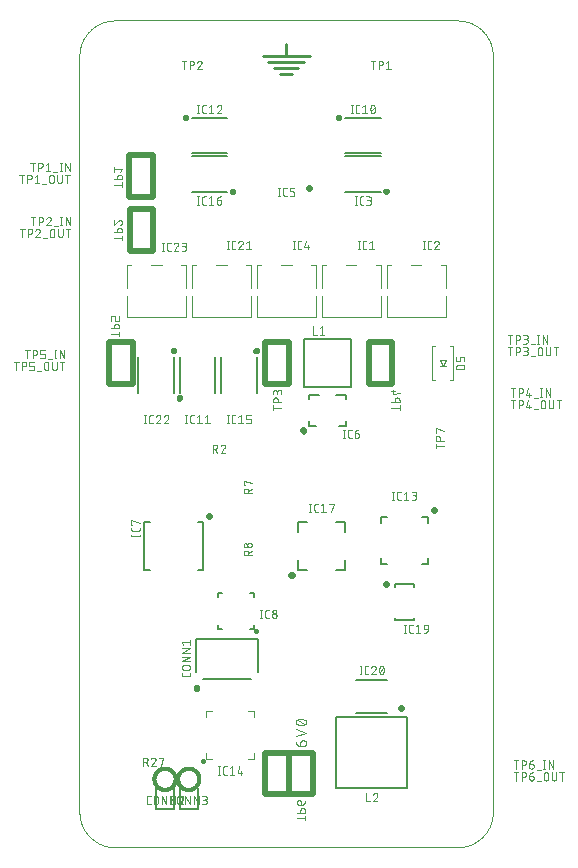
<source format=gbr>
G04 EAGLE Gerber RS-274X export*
G75*
%MOMM*%
%FSLAX35Y35*%
%LPD*%
%INsilk_top*%
%IPPOS*%
%AMOC8*
5,1,8,0,0,1.08239X$1,22.5*%
G01*
%ADD10C,0.150000*%
%ADD11C,0.010000*%
%ADD12C,0.500000*%
%ADD13C,0.050800*%
%ADD14C,0.250000*%
%ADD15C,0.101600*%
%ADD16C,0.300000*%
%ADD17C,0.127000*%
%ADD18C,0.152400*%
%ADD19C,0.120000*%
%ADD20C,0.050000*%
%ADD21C,0.100000*%
%ADD22C,0.076200*%


D10*
X850000Y325000D02*
X1000000Y325000D01*
X1000000Y500000D01*
X850000Y500000D02*
X850000Y325000D01*
X800000Y325000D02*
X650000Y325000D01*
X800000Y325000D02*
X800000Y500000D01*
X650000Y500000D02*
X650000Y325000D01*
D11*
X3500000Y300000D02*
X3500000Y6700000D01*
X3500000Y300000D02*
X3499912Y292751D01*
X3499650Y285506D01*
X3499212Y278270D01*
X3498599Y271046D01*
X3497813Y263839D01*
X3496852Y256653D01*
X3495718Y249493D01*
X3494411Y242362D01*
X3492932Y235265D01*
X3491283Y228205D01*
X3489463Y221188D01*
X3487474Y214216D01*
X3485317Y207295D01*
X3482994Y200428D01*
X3480505Y193619D01*
X3477852Y186872D01*
X3475038Y180191D01*
X3472062Y173580D01*
X3468928Y167043D01*
X3465637Y160583D01*
X3462190Y154205D01*
X3458591Y147912D01*
X3454840Y141708D01*
X3450941Y135596D01*
X3446895Y129581D01*
X3442705Y123664D01*
X3438373Y117851D01*
X3433902Y112144D01*
X3429295Y106547D01*
X3424553Y101063D01*
X3419681Y95695D01*
X3414680Y90447D01*
X3409553Y85320D01*
X3404305Y80319D01*
X3398937Y75447D01*
X3393453Y70705D01*
X3387856Y66098D01*
X3382149Y61627D01*
X3376336Y57295D01*
X3370419Y53105D01*
X3364404Y49059D01*
X3358292Y45160D01*
X3352088Y41409D01*
X3345795Y37810D01*
X3339417Y34363D01*
X3332957Y31072D01*
X3326420Y27938D01*
X3319809Y24962D01*
X3313128Y22148D01*
X3306381Y19495D01*
X3299572Y17006D01*
X3292705Y14683D01*
X3285784Y12526D01*
X3278812Y10537D01*
X3271795Y8717D01*
X3264735Y7068D01*
X3257638Y5589D01*
X3250507Y4282D01*
X3243347Y3148D01*
X3236161Y2187D01*
X3228954Y1401D01*
X3221730Y788D01*
X3214494Y350D01*
X3207249Y88D01*
X3200000Y0D01*
X300000Y0D01*
X292751Y88D01*
X285506Y350D01*
X278270Y788D01*
X271046Y1401D01*
X263839Y2187D01*
X256653Y3148D01*
X249493Y4282D01*
X242362Y5589D01*
X235265Y7068D01*
X228205Y8717D01*
X221188Y10537D01*
X214216Y12526D01*
X207295Y14683D01*
X200428Y17006D01*
X193619Y19495D01*
X186872Y22148D01*
X180191Y24962D01*
X173580Y27938D01*
X167043Y31072D01*
X160583Y34363D01*
X154205Y37810D01*
X147912Y41409D01*
X141708Y45160D01*
X135596Y49059D01*
X129581Y53105D01*
X123664Y57295D01*
X117851Y61627D01*
X112144Y66098D01*
X106547Y70705D01*
X101063Y75447D01*
X95695Y80319D01*
X90447Y85320D01*
X85320Y90447D01*
X80319Y95695D01*
X75447Y101063D01*
X70705Y106547D01*
X66098Y112144D01*
X61627Y117851D01*
X57295Y123664D01*
X53105Y129581D01*
X49059Y135596D01*
X45160Y141708D01*
X41409Y147912D01*
X37810Y154205D01*
X34363Y160583D01*
X31072Y167043D01*
X27938Y173580D01*
X24962Y180191D01*
X22148Y186872D01*
X19495Y193619D01*
X17006Y200428D01*
X14683Y207295D01*
X12526Y214216D01*
X10537Y221188D01*
X8717Y228205D01*
X7068Y235265D01*
X5589Y242362D01*
X4282Y249493D01*
X3148Y256653D01*
X2187Y263839D01*
X1401Y271046D01*
X788Y278270D01*
X350Y285506D01*
X88Y292751D01*
X0Y300000D01*
X0Y6700000D01*
X88Y6707249D01*
X350Y6714494D01*
X788Y6721730D01*
X1401Y6728954D01*
X2187Y6736161D01*
X3148Y6743347D01*
X4282Y6750507D01*
X5589Y6757638D01*
X7068Y6764735D01*
X8717Y6771795D01*
X10537Y6778812D01*
X12526Y6785784D01*
X14683Y6792705D01*
X17006Y6799572D01*
X19495Y6806381D01*
X22148Y6813128D01*
X24962Y6819809D01*
X27938Y6826420D01*
X31072Y6832957D01*
X34363Y6839417D01*
X37810Y6845795D01*
X41409Y6852088D01*
X45160Y6858292D01*
X49059Y6864404D01*
X53105Y6870419D01*
X57295Y6876336D01*
X61627Y6882149D01*
X66098Y6887856D01*
X70705Y6893453D01*
X75447Y6898937D01*
X80319Y6904305D01*
X85320Y6909553D01*
X90447Y6914680D01*
X95695Y6919681D01*
X101063Y6924553D01*
X106547Y6929295D01*
X112144Y6933902D01*
X117851Y6938373D01*
X123664Y6942705D01*
X129581Y6946895D01*
X135596Y6950941D01*
X141708Y6954840D01*
X147912Y6958591D01*
X154205Y6962190D01*
X160583Y6965637D01*
X167043Y6968928D01*
X173580Y6972062D01*
X180191Y6975038D01*
X186872Y6977852D01*
X193619Y6980505D01*
X200428Y6982994D01*
X207295Y6985317D01*
X214216Y6987474D01*
X221188Y6989463D01*
X228205Y6991283D01*
X235265Y6992932D01*
X242362Y6994411D01*
X249493Y6995718D01*
X256653Y6996852D01*
X263839Y6997813D01*
X271046Y6998599D01*
X278270Y6999212D01*
X285506Y6999650D01*
X292751Y6999912D01*
X300000Y7000000D01*
X3200000Y7000000D01*
X3207249Y6999912D01*
X3214494Y6999650D01*
X3221730Y6999212D01*
X3228954Y6998599D01*
X3236161Y6997813D01*
X3243347Y6996852D01*
X3250507Y6995718D01*
X3257638Y6994411D01*
X3264735Y6992932D01*
X3271795Y6991283D01*
X3278812Y6989463D01*
X3285784Y6987474D01*
X3292705Y6985317D01*
X3299572Y6982994D01*
X3306381Y6980505D01*
X3313128Y6977852D01*
X3319809Y6975038D01*
X3326420Y6972062D01*
X3332957Y6968928D01*
X3339417Y6965637D01*
X3345795Y6962190D01*
X3352088Y6958591D01*
X3358292Y6954840D01*
X3364404Y6950941D01*
X3370419Y6946895D01*
X3376336Y6942705D01*
X3382149Y6938373D01*
X3387856Y6933902D01*
X3393453Y6929295D01*
X3398937Y6924553D01*
X3404305Y6919681D01*
X3409553Y6914680D01*
X3414680Y6909553D01*
X3419681Y6904305D01*
X3424553Y6898937D01*
X3429295Y6893453D01*
X3433902Y6887856D01*
X3438373Y6882149D01*
X3442705Y6876336D01*
X3446895Y6870419D01*
X3450941Y6864404D01*
X3454840Y6858292D01*
X3458591Y6852088D01*
X3462190Y6845795D01*
X3465637Y6839417D01*
X3468928Y6832957D01*
X3472062Y6826420D01*
X3475038Y6819809D01*
X3477852Y6813128D01*
X3480505Y6806381D01*
X3482994Y6799572D01*
X3485317Y6792705D01*
X3487474Y6785784D01*
X3489463Y6778812D01*
X3491283Y6771795D01*
X3492932Y6764735D01*
X3494411Y6757638D01*
X3495718Y6750507D01*
X3496852Y6743347D01*
X3497813Y6736161D01*
X3498599Y6728954D01*
X3499212Y6721730D01*
X3499650Y6714494D01*
X3499912Y6707249D01*
X3500000Y6700000D01*
D12*
X620000Y5858000D02*
X420000Y5858000D01*
X620000Y5858000D02*
X620000Y5508000D01*
X420000Y5508000D01*
X420000Y5858000D01*
X2650000Y4275000D02*
X2650000Y3925000D01*
X2650000Y4275000D02*
X2450000Y4275000D01*
X2450000Y3925000D01*
X2650000Y3925000D01*
X625000Y5050000D02*
X625000Y5400000D01*
X625000Y5050000D02*
X425000Y5050000D01*
X425000Y5400000D01*
X625000Y5400000D01*
D13*
X2640040Y3722538D02*
X2709960Y3722538D01*
X2709960Y3703116D02*
X2709960Y3741960D01*
X2709960Y3769289D02*
X2640040Y3769289D01*
X2709960Y3769289D02*
X2709960Y3788711D01*
X2709961Y3788711D02*
X2709955Y3789184D01*
X2709938Y3789657D01*
X2709909Y3790129D01*
X2709869Y3790600D01*
X2709817Y3791070D01*
X2709754Y3791539D01*
X2709679Y3792006D01*
X2709594Y3792471D01*
X2709496Y3792934D01*
X2709388Y3793395D01*
X2709268Y3793852D01*
X2709137Y3794307D01*
X2708996Y3794758D01*
X2708843Y3795206D01*
X2708679Y3795649D01*
X2708505Y3796089D01*
X2708320Y3796525D01*
X2708125Y3796955D01*
X2707919Y3797381D01*
X2707702Y3797802D01*
X2707476Y3798217D01*
X2707239Y3798627D01*
X2706993Y3799030D01*
X2706737Y3799428D01*
X2706471Y3799819D01*
X2706196Y3800204D01*
X2705911Y3800582D01*
X2705618Y3800953D01*
X2705315Y3801316D01*
X2705004Y3801672D01*
X2704684Y3802021D01*
X2704355Y3802361D01*
X2704019Y3802694D01*
X2703675Y3803018D01*
X2703322Y3803333D01*
X2702962Y3803640D01*
X2702595Y3803939D01*
X2702221Y3804228D01*
X2701839Y3804508D01*
X2701451Y3804778D01*
X2701057Y3805039D01*
X2700656Y3805290D01*
X2700250Y3805532D01*
X2699837Y3805763D01*
X2699419Y3805985D01*
X2698996Y3806196D01*
X2698567Y3806397D01*
X2698134Y3806587D01*
X2697697Y3806767D01*
X2697255Y3806936D01*
X2696809Y3807094D01*
X2696360Y3807241D01*
X2695907Y3807377D01*
X2695451Y3807502D01*
X2694992Y3807616D01*
X2694530Y3807719D01*
X2694066Y3807811D01*
X2693600Y3807891D01*
X2693132Y3807960D01*
X2692662Y3808017D01*
X2692192Y3808063D01*
X2691720Y3808098D01*
X2691247Y3808121D01*
X2690775Y3808133D01*
X2690301Y3808133D01*
X2689829Y3808121D01*
X2689356Y3808098D01*
X2688884Y3808063D01*
X2688414Y3808017D01*
X2687944Y3807960D01*
X2687476Y3807891D01*
X2687010Y3807811D01*
X2686546Y3807719D01*
X2686084Y3807616D01*
X2685625Y3807502D01*
X2685169Y3807377D01*
X2684716Y3807241D01*
X2684267Y3807094D01*
X2683821Y3806936D01*
X2683379Y3806767D01*
X2682942Y3806587D01*
X2682509Y3806397D01*
X2682080Y3806196D01*
X2681657Y3805985D01*
X2681239Y3805763D01*
X2680827Y3805532D01*
X2680420Y3805290D01*
X2680019Y3805039D01*
X2679625Y3804778D01*
X2679237Y3804508D01*
X2678855Y3804228D01*
X2678481Y3803939D01*
X2678114Y3803640D01*
X2677754Y3803333D01*
X2677401Y3803018D01*
X2677057Y3802694D01*
X2676721Y3802361D01*
X2676392Y3802021D01*
X2676072Y3801672D01*
X2675761Y3801316D01*
X2675458Y3800953D01*
X2675165Y3800582D01*
X2674880Y3800204D01*
X2674605Y3799819D01*
X2674339Y3799428D01*
X2674083Y3799030D01*
X2673837Y3798627D01*
X2673600Y3798217D01*
X2673374Y3797802D01*
X2673157Y3797381D01*
X2672951Y3796955D01*
X2672756Y3796525D01*
X2672571Y3796089D01*
X2672397Y3795649D01*
X2672233Y3795206D01*
X2672080Y3794758D01*
X2671939Y3794307D01*
X2671808Y3793852D01*
X2671688Y3793395D01*
X2671580Y3792934D01*
X2671482Y3792471D01*
X2671397Y3792006D01*
X2671322Y3791539D01*
X2671259Y3791070D01*
X2671207Y3790600D01*
X2671167Y3790129D01*
X2671138Y3789657D01*
X2671121Y3789184D01*
X2671115Y3788711D01*
X2671115Y3769289D01*
X2655578Y3833616D02*
X2709960Y3849153D01*
X2655578Y3833616D02*
X2655578Y3872460D01*
X2671115Y3860807D02*
X2640040Y3860807D01*
X359960Y5159750D02*
X290040Y5159750D01*
X359960Y5140328D02*
X359960Y5179172D01*
X359960Y5206501D02*
X290040Y5206501D01*
X359960Y5206501D02*
X359960Y5225923D01*
X359961Y5225923D02*
X359955Y5226396D01*
X359938Y5226869D01*
X359909Y5227341D01*
X359869Y5227812D01*
X359817Y5228282D01*
X359754Y5228751D01*
X359679Y5229218D01*
X359594Y5229683D01*
X359496Y5230146D01*
X359388Y5230607D01*
X359268Y5231064D01*
X359137Y5231519D01*
X358996Y5231970D01*
X358843Y5232418D01*
X358679Y5232861D01*
X358505Y5233301D01*
X358320Y5233737D01*
X358125Y5234167D01*
X357919Y5234593D01*
X357702Y5235014D01*
X357476Y5235429D01*
X357239Y5235839D01*
X356993Y5236242D01*
X356737Y5236640D01*
X356471Y5237031D01*
X356196Y5237416D01*
X355911Y5237794D01*
X355618Y5238165D01*
X355315Y5238528D01*
X355004Y5238884D01*
X354684Y5239233D01*
X354355Y5239573D01*
X354019Y5239906D01*
X353675Y5240230D01*
X353322Y5240545D01*
X352962Y5240852D01*
X352595Y5241151D01*
X352221Y5241440D01*
X351839Y5241720D01*
X351451Y5241990D01*
X351057Y5242251D01*
X350656Y5242502D01*
X350250Y5242744D01*
X349837Y5242975D01*
X349419Y5243197D01*
X348996Y5243408D01*
X348567Y5243609D01*
X348134Y5243799D01*
X347697Y5243979D01*
X347255Y5244148D01*
X346809Y5244306D01*
X346360Y5244453D01*
X345907Y5244589D01*
X345451Y5244714D01*
X344992Y5244828D01*
X344530Y5244931D01*
X344066Y5245023D01*
X343600Y5245103D01*
X343132Y5245172D01*
X342662Y5245229D01*
X342192Y5245275D01*
X341720Y5245310D01*
X341247Y5245333D01*
X340775Y5245345D01*
X340301Y5245345D01*
X339829Y5245333D01*
X339356Y5245310D01*
X338884Y5245275D01*
X338414Y5245229D01*
X337944Y5245172D01*
X337476Y5245103D01*
X337010Y5245023D01*
X336546Y5244931D01*
X336084Y5244828D01*
X335625Y5244714D01*
X335169Y5244589D01*
X334716Y5244453D01*
X334267Y5244306D01*
X333821Y5244148D01*
X333379Y5243979D01*
X332942Y5243799D01*
X332509Y5243609D01*
X332080Y5243408D01*
X331657Y5243197D01*
X331239Y5242975D01*
X330827Y5242744D01*
X330420Y5242502D01*
X330019Y5242251D01*
X329625Y5241990D01*
X329237Y5241720D01*
X328855Y5241440D01*
X328481Y5241151D01*
X328114Y5240852D01*
X327754Y5240545D01*
X327401Y5240230D01*
X327057Y5239906D01*
X326721Y5239573D01*
X326392Y5239233D01*
X326072Y5238884D01*
X325761Y5238528D01*
X325458Y5238165D01*
X325165Y5237794D01*
X324880Y5237416D01*
X324605Y5237031D01*
X324339Y5236640D01*
X324083Y5236242D01*
X323837Y5235839D01*
X323600Y5235429D01*
X323374Y5235014D01*
X323157Y5234593D01*
X322951Y5234167D01*
X322756Y5233737D01*
X322571Y5233301D01*
X322397Y5232861D01*
X322233Y5232418D01*
X322080Y5231970D01*
X321939Y5231519D01*
X321808Y5231064D01*
X321688Y5230607D01*
X321580Y5230146D01*
X321482Y5229683D01*
X321397Y5229218D01*
X321322Y5228751D01*
X321259Y5228282D01*
X321207Y5227812D01*
X321167Y5227341D01*
X321138Y5226869D01*
X321121Y5226396D01*
X321115Y5225923D01*
X321115Y5206501D01*
X359960Y5292192D02*
X359955Y5292614D01*
X359940Y5293037D01*
X359914Y5293458D01*
X359878Y5293879D01*
X359833Y5294299D01*
X359777Y5294718D01*
X359710Y5295135D01*
X359634Y5295550D01*
X359548Y5295964D01*
X359452Y5296375D01*
X359346Y5296784D01*
X359230Y5297190D01*
X359104Y5297594D01*
X358969Y5297994D01*
X358824Y5298390D01*
X358670Y5298784D01*
X358506Y5299173D01*
X358332Y5299558D01*
X358150Y5299939D01*
X357958Y5300315D01*
X357757Y5300687D01*
X357547Y5301054D01*
X357329Y5301415D01*
X357101Y5301771D01*
X356866Y5302122D01*
X356622Y5302466D01*
X356369Y5302805D01*
X356109Y5303138D01*
X355840Y5303464D01*
X355564Y5303783D01*
X355280Y5304096D01*
X354989Y5304402D01*
X354690Y5304701D01*
X354384Y5304992D01*
X354071Y5305276D01*
X353752Y5305552D01*
X353426Y5305821D01*
X353093Y5306081D01*
X352754Y5306334D01*
X352410Y5306578D01*
X352059Y5306813D01*
X351703Y5307041D01*
X351342Y5307259D01*
X350975Y5307469D01*
X350603Y5307670D01*
X350227Y5307862D01*
X349846Y5308044D01*
X349461Y5308218D01*
X349072Y5308382D01*
X348678Y5308536D01*
X348282Y5308681D01*
X347882Y5308816D01*
X347478Y5308942D01*
X347072Y5309058D01*
X346663Y5309164D01*
X346252Y5309260D01*
X345838Y5309346D01*
X345423Y5309422D01*
X345006Y5309489D01*
X344587Y5309545D01*
X344167Y5309590D01*
X343746Y5309626D01*
X343325Y5309652D01*
X342902Y5309667D01*
X342480Y5309672D01*
X359960Y5292192D02*
X359953Y5291649D01*
X359934Y5291106D01*
X359901Y5290564D01*
X359855Y5290023D01*
X359796Y5289483D01*
X359724Y5288945D01*
X359639Y5288408D01*
X359541Y5287874D01*
X359430Y5287342D01*
X359306Y5286814D01*
X359170Y5286288D01*
X359021Y5285766D01*
X358859Y5285247D01*
X358685Y5284733D01*
X358498Y5284223D01*
X358300Y5283717D01*
X358089Y5283217D01*
X357866Y5282722D01*
X357631Y5282232D01*
X357384Y5281748D01*
X357125Y5281271D01*
X356856Y5280799D01*
X356574Y5280335D01*
X356282Y5279877D01*
X355979Y5279426D01*
X355665Y5278983D01*
X355340Y5278548D01*
X355005Y5278121D01*
X354659Y5277702D01*
X354304Y5277291D01*
X353939Y5276889D01*
X353564Y5276496D01*
X353180Y5276112D01*
X352786Y5275738D01*
X352384Y5275373D01*
X351973Y5275018D01*
X351553Y5274673D01*
X351126Y5274339D01*
X350690Y5274014D01*
X350246Y5273701D01*
X349796Y5273398D01*
X349337Y5273106D01*
X348872Y5272826D01*
X348401Y5272556D01*
X347923Y5272299D01*
X347439Y5272053D01*
X346949Y5271818D01*
X346453Y5271596D01*
X345953Y5271385D01*
X345447Y5271187D01*
X344937Y5271001D01*
X344422Y5270827D01*
X328885Y5303845D02*
X329206Y5304175D01*
X329536Y5304497D01*
X329874Y5304810D01*
X330219Y5305115D01*
X330572Y5305412D01*
X330931Y5305700D01*
X331298Y5305979D01*
X331671Y5306248D01*
X332051Y5306509D01*
X332437Y5306760D01*
X332830Y5307002D01*
X333228Y5307234D01*
X333631Y5307456D01*
X334040Y5307668D01*
X334454Y5307870D01*
X334873Y5308062D01*
X335297Y5308243D01*
X335724Y5308414D01*
X336156Y5308575D01*
X336592Y5308725D01*
X337031Y5308864D01*
X337474Y5308992D01*
X337919Y5309110D01*
X338367Y5309216D01*
X338818Y5309311D01*
X339271Y5309396D01*
X339726Y5309469D01*
X340182Y5309531D01*
X340640Y5309582D01*
X341099Y5309621D01*
X341559Y5309649D01*
X342019Y5309666D01*
X342480Y5309672D01*
X328884Y5303845D02*
X290040Y5270828D01*
X290040Y5309672D01*
X290040Y5609750D02*
X359960Y5609750D01*
X359960Y5590328D02*
X359960Y5629172D01*
X359960Y5656501D02*
X290040Y5656501D01*
X359960Y5656501D02*
X359960Y5675923D01*
X359961Y5675923D02*
X359955Y5676396D01*
X359938Y5676869D01*
X359909Y5677341D01*
X359869Y5677812D01*
X359817Y5678282D01*
X359754Y5678751D01*
X359679Y5679218D01*
X359594Y5679683D01*
X359496Y5680146D01*
X359388Y5680607D01*
X359268Y5681064D01*
X359137Y5681519D01*
X358996Y5681970D01*
X358843Y5682418D01*
X358679Y5682861D01*
X358505Y5683301D01*
X358320Y5683737D01*
X358125Y5684167D01*
X357919Y5684593D01*
X357702Y5685014D01*
X357476Y5685429D01*
X357239Y5685839D01*
X356993Y5686242D01*
X356737Y5686640D01*
X356471Y5687031D01*
X356196Y5687416D01*
X355911Y5687794D01*
X355618Y5688165D01*
X355315Y5688528D01*
X355004Y5688884D01*
X354684Y5689233D01*
X354355Y5689573D01*
X354019Y5689906D01*
X353675Y5690230D01*
X353322Y5690545D01*
X352962Y5690852D01*
X352595Y5691151D01*
X352221Y5691440D01*
X351839Y5691720D01*
X351451Y5691990D01*
X351057Y5692251D01*
X350656Y5692502D01*
X350250Y5692744D01*
X349837Y5692975D01*
X349419Y5693197D01*
X348996Y5693408D01*
X348567Y5693609D01*
X348134Y5693799D01*
X347697Y5693979D01*
X347255Y5694148D01*
X346809Y5694306D01*
X346360Y5694453D01*
X345907Y5694589D01*
X345451Y5694714D01*
X344992Y5694828D01*
X344530Y5694931D01*
X344066Y5695023D01*
X343600Y5695103D01*
X343132Y5695172D01*
X342662Y5695229D01*
X342192Y5695275D01*
X341720Y5695310D01*
X341247Y5695333D01*
X340775Y5695345D01*
X340301Y5695345D01*
X339829Y5695333D01*
X339356Y5695310D01*
X338884Y5695275D01*
X338414Y5695229D01*
X337944Y5695172D01*
X337476Y5695103D01*
X337010Y5695023D01*
X336546Y5694931D01*
X336084Y5694828D01*
X335625Y5694714D01*
X335169Y5694589D01*
X334716Y5694453D01*
X334267Y5694306D01*
X333821Y5694148D01*
X333379Y5693979D01*
X332942Y5693799D01*
X332509Y5693609D01*
X332080Y5693408D01*
X331657Y5693197D01*
X331239Y5692975D01*
X330827Y5692744D01*
X330420Y5692502D01*
X330019Y5692251D01*
X329625Y5691990D01*
X329237Y5691720D01*
X328855Y5691440D01*
X328481Y5691151D01*
X328114Y5690852D01*
X327754Y5690545D01*
X327401Y5690230D01*
X327057Y5689906D01*
X326721Y5689573D01*
X326392Y5689233D01*
X326072Y5688884D01*
X325761Y5688528D01*
X325458Y5688165D01*
X325165Y5687794D01*
X324880Y5687416D01*
X324605Y5687031D01*
X324339Y5686640D01*
X324083Y5686242D01*
X323837Y5685839D01*
X323600Y5685429D01*
X323374Y5685014D01*
X323157Y5684593D01*
X322951Y5684167D01*
X322756Y5683737D01*
X322571Y5683301D01*
X322397Y5682861D01*
X322233Y5682418D01*
X322080Y5681970D01*
X321939Y5681519D01*
X321808Y5681064D01*
X321688Y5680607D01*
X321580Y5680146D01*
X321482Y5679683D01*
X321397Y5679218D01*
X321322Y5678751D01*
X321259Y5678282D01*
X321207Y5677812D01*
X321167Y5677341D01*
X321138Y5676869D01*
X321121Y5676396D01*
X321115Y5675923D01*
X321115Y5656501D01*
X344422Y5720828D02*
X359960Y5740250D01*
X290040Y5740250D01*
X290040Y5720828D02*
X290040Y5759672D01*
D12*
X1575000Y4275000D02*
X1575000Y3925000D01*
X1775000Y3925000D02*
X1775000Y4275000D01*
X1575000Y4275000D01*
X1575000Y3925000D02*
X1775000Y3925000D01*
D13*
X1709960Y3722538D02*
X1640040Y3722538D01*
X1640040Y3703116D02*
X1640040Y3741960D01*
X1640040Y3769289D02*
X1709960Y3769289D01*
X1640040Y3769289D02*
X1640040Y3788711D01*
X1640046Y3789184D01*
X1640063Y3789657D01*
X1640092Y3790129D01*
X1640132Y3790600D01*
X1640184Y3791070D01*
X1640247Y3791539D01*
X1640322Y3792006D01*
X1640407Y3792471D01*
X1640505Y3792934D01*
X1640613Y3793394D01*
X1640733Y3793852D01*
X1640863Y3794306D01*
X1641005Y3794758D01*
X1641158Y3795205D01*
X1641322Y3795649D01*
X1641496Y3796089D01*
X1641681Y3796524D01*
X1641876Y3796955D01*
X1642082Y3797381D01*
X1642299Y3797801D01*
X1642525Y3798216D01*
X1642762Y3798626D01*
X1643008Y3799030D01*
X1643264Y3799427D01*
X1643530Y3799819D01*
X1643805Y3800203D01*
X1644090Y3800581D01*
X1644383Y3800952D01*
X1644686Y3801316D01*
X1644997Y3801672D01*
X1645317Y3802020D01*
X1645645Y3802361D01*
X1645982Y3802693D01*
X1646326Y3803017D01*
X1646678Y3803333D01*
X1647038Y3803640D01*
X1647405Y3803938D01*
X1647780Y3804227D01*
X1648161Y3804507D01*
X1648549Y3804777D01*
X1648944Y3805038D01*
X1649344Y3805289D01*
X1649751Y3805531D01*
X1650163Y3805762D01*
X1650581Y3805984D01*
X1651005Y3806195D01*
X1651433Y3806396D01*
X1651866Y3806586D01*
X1652303Y3806766D01*
X1652745Y3806935D01*
X1653191Y3807093D01*
X1653640Y3807240D01*
X1654093Y3807376D01*
X1654550Y3807501D01*
X1655009Y3807616D01*
X1655470Y3807718D01*
X1655934Y3807810D01*
X1656400Y3807890D01*
X1656868Y3807959D01*
X1657338Y3808016D01*
X1657809Y3808062D01*
X1658280Y3808097D01*
X1658753Y3808120D01*
X1659226Y3808132D01*
X1659698Y3808132D01*
X1660171Y3808120D01*
X1660644Y3808097D01*
X1661115Y3808062D01*
X1661586Y3808016D01*
X1662056Y3807959D01*
X1662524Y3807890D01*
X1662990Y3807810D01*
X1663454Y3807718D01*
X1663915Y3807616D01*
X1664374Y3807501D01*
X1664831Y3807376D01*
X1665284Y3807240D01*
X1665733Y3807093D01*
X1666179Y3806935D01*
X1666621Y3806766D01*
X1667058Y3806586D01*
X1667491Y3806396D01*
X1667919Y3806195D01*
X1668343Y3805984D01*
X1668761Y3805762D01*
X1669173Y3805531D01*
X1669580Y3805289D01*
X1669980Y3805038D01*
X1670375Y3804777D01*
X1670763Y3804507D01*
X1671144Y3804227D01*
X1671519Y3803938D01*
X1671886Y3803640D01*
X1672246Y3803333D01*
X1672598Y3803017D01*
X1672942Y3802693D01*
X1673279Y3802361D01*
X1673607Y3802020D01*
X1673927Y3801672D01*
X1674238Y3801316D01*
X1674541Y3800952D01*
X1674834Y3800581D01*
X1675119Y3800203D01*
X1675394Y3799819D01*
X1675660Y3799427D01*
X1675916Y3799030D01*
X1676162Y3798626D01*
X1676399Y3798216D01*
X1676625Y3797801D01*
X1676842Y3797381D01*
X1677048Y3796955D01*
X1677243Y3796524D01*
X1677428Y3796089D01*
X1677602Y3795649D01*
X1677766Y3795205D01*
X1677919Y3794758D01*
X1678061Y3794306D01*
X1678191Y3793852D01*
X1678311Y3793394D01*
X1678419Y3792934D01*
X1678517Y3792471D01*
X1678602Y3792006D01*
X1678677Y3791539D01*
X1678740Y3791070D01*
X1678792Y3790600D01*
X1678832Y3790129D01*
X1678861Y3789657D01*
X1678878Y3789184D01*
X1678884Y3788711D01*
X1678885Y3788711D02*
X1678885Y3769289D01*
X1709960Y3833616D02*
X1709960Y3853038D01*
X1709954Y3853511D01*
X1709937Y3853984D01*
X1709908Y3854456D01*
X1709868Y3854927D01*
X1709816Y3855397D01*
X1709753Y3855866D01*
X1709678Y3856333D01*
X1709593Y3856798D01*
X1709495Y3857261D01*
X1709387Y3857721D01*
X1709267Y3858179D01*
X1709137Y3858633D01*
X1708995Y3859085D01*
X1708842Y3859532D01*
X1708678Y3859976D01*
X1708504Y3860416D01*
X1708319Y3860851D01*
X1708124Y3861282D01*
X1707918Y3861708D01*
X1707701Y3862128D01*
X1707475Y3862543D01*
X1707238Y3862953D01*
X1706992Y3863357D01*
X1706736Y3863754D01*
X1706470Y3864146D01*
X1706195Y3864530D01*
X1705910Y3864908D01*
X1705617Y3865279D01*
X1705314Y3865643D01*
X1705003Y3865999D01*
X1704683Y3866347D01*
X1704355Y3866688D01*
X1704018Y3867020D01*
X1703674Y3867344D01*
X1703322Y3867660D01*
X1702962Y3867967D01*
X1702595Y3868265D01*
X1702220Y3868554D01*
X1701839Y3868834D01*
X1701451Y3869104D01*
X1701056Y3869365D01*
X1700656Y3869616D01*
X1700249Y3869858D01*
X1699837Y3870089D01*
X1699419Y3870311D01*
X1698995Y3870522D01*
X1698567Y3870723D01*
X1698134Y3870913D01*
X1697697Y3871093D01*
X1697255Y3871262D01*
X1696809Y3871420D01*
X1696360Y3871567D01*
X1695907Y3871703D01*
X1695450Y3871828D01*
X1694991Y3871943D01*
X1694530Y3872045D01*
X1694066Y3872137D01*
X1693600Y3872217D01*
X1693132Y3872286D01*
X1692662Y3872343D01*
X1692191Y3872389D01*
X1691720Y3872424D01*
X1691247Y3872447D01*
X1690774Y3872459D01*
X1690302Y3872459D01*
X1689829Y3872447D01*
X1689356Y3872424D01*
X1688885Y3872389D01*
X1688414Y3872343D01*
X1687944Y3872286D01*
X1687476Y3872217D01*
X1687010Y3872137D01*
X1686546Y3872045D01*
X1686085Y3871943D01*
X1685626Y3871828D01*
X1685169Y3871703D01*
X1684716Y3871567D01*
X1684267Y3871420D01*
X1683821Y3871262D01*
X1683379Y3871093D01*
X1682942Y3870913D01*
X1682509Y3870723D01*
X1682081Y3870522D01*
X1681657Y3870311D01*
X1681239Y3870089D01*
X1680827Y3869858D01*
X1680420Y3869616D01*
X1680020Y3869365D01*
X1679625Y3869104D01*
X1679237Y3868834D01*
X1678856Y3868554D01*
X1678481Y3868265D01*
X1678114Y3867967D01*
X1677754Y3867660D01*
X1677402Y3867344D01*
X1677058Y3867020D01*
X1676721Y3866688D01*
X1676393Y3866347D01*
X1676073Y3865999D01*
X1675762Y3865643D01*
X1675459Y3865279D01*
X1675166Y3864908D01*
X1674881Y3864530D01*
X1674606Y3864146D01*
X1674340Y3863754D01*
X1674084Y3863357D01*
X1673838Y3862953D01*
X1673601Y3862543D01*
X1673375Y3862128D01*
X1673158Y3861708D01*
X1672952Y3861282D01*
X1672757Y3860851D01*
X1672572Y3860416D01*
X1672398Y3859976D01*
X1672234Y3859532D01*
X1672081Y3859085D01*
X1671939Y3858633D01*
X1671809Y3858179D01*
X1671689Y3857721D01*
X1671581Y3857261D01*
X1671483Y3856798D01*
X1671398Y3856333D01*
X1671323Y3855866D01*
X1671260Y3855397D01*
X1671208Y3854927D01*
X1671168Y3854456D01*
X1671139Y3853984D01*
X1671122Y3853511D01*
X1671116Y3853038D01*
X1640040Y3856922D02*
X1640040Y3833616D01*
X1640040Y3856922D02*
X1640045Y3857300D01*
X1640058Y3857679D01*
X1640081Y3858056D01*
X1640114Y3858433D01*
X1640155Y3858809D01*
X1640206Y3859184D01*
X1640265Y3859558D01*
X1640334Y3859930D01*
X1640412Y3860300D01*
X1640498Y3860669D01*
X1640594Y3861035D01*
X1640699Y3861398D01*
X1640812Y3861759D01*
X1640934Y3862118D01*
X1641065Y3862473D01*
X1641205Y3862824D01*
X1641353Y3863173D01*
X1641509Y3863517D01*
X1641674Y3863858D01*
X1641847Y3864194D01*
X1642028Y3864527D01*
X1642217Y3864854D01*
X1642414Y3865177D01*
X1642619Y3865495D01*
X1642832Y3865808D01*
X1643052Y3866116D01*
X1643280Y3866418D01*
X1643515Y3866715D01*
X1643757Y3867006D01*
X1644006Y3867291D01*
X1644262Y3867570D01*
X1644524Y3867842D01*
X1644793Y3868108D01*
X1645069Y3868367D01*
X1645351Y3868620D01*
X1645639Y3868865D01*
X1645933Y3869104D01*
X1646232Y3869335D01*
X1646537Y3869559D01*
X1646847Y3869775D01*
X1647163Y3869984D01*
X1647484Y3870185D01*
X1647809Y3870378D01*
X1648139Y3870563D01*
X1648473Y3870741D01*
X1648812Y3870910D01*
X1649155Y3871070D01*
X1649501Y3871222D01*
X1649851Y3871366D01*
X1650204Y3871501D01*
X1650561Y3871628D01*
X1650921Y3871746D01*
X1651283Y3871855D01*
X1651648Y3871955D01*
X1652015Y3872046D01*
X1652384Y3872128D01*
X1652756Y3872202D01*
X1653129Y3872266D01*
X1653503Y3872321D01*
X1653879Y3872367D01*
X1654255Y3872404D01*
X1654633Y3872431D01*
X1655011Y3872450D01*
X1655389Y3872459D01*
X1655767Y3872459D01*
X1656145Y3872450D01*
X1656523Y3872431D01*
X1656901Y3872404D01*
X1657277Y3872367D01*
X1657653Y3872321D01*
X1658027Y3872266D01*
X1658400Y3872202D01*
X1658772Y3872128D01*
X1659141Y3872046D01*
X1659508Y3871955D01*
X1659873Y3871855D01*
X1660235Y3871746D01*
X1660595Y3871628D01*
X1660952Y3871501D01*
X1661305Y3871366D01*
X1661655Y3871222D01*
X1662001Y3871070D01*
X1662344Y3870910D01*
X1662683Y3870741D01*
X1663017Y3870563D01*
X1663347Y3870378D01*
X1663672Y3870185D01*
X1663993Y3869984D01*
X1664309Y3869775D01*
X1664619Y3869559D01*
X1664924Y3869335D01*
X1665223Y3869104D01*
X1665517Y3868865D01*
X1665805Y3868620D01*
X1666087Y3868367D01*
X1666363Y3868108D01*
X1666632Y3867842D01*
X1666894Y3867570D01*
X1667150Y3867291D01*
X1667399Y3867006D01*
X1667641Y3866715D01*
X1667876Y3866418D01*
X1668104Y3866116D01*
X1668324Y3865808D01*
X1668537Y3865495D01*
X1668742Y3865177D01*
X1668939Y3864854D01*
X1669128Y3864527D01*
X1669309Y3864194D01*
X1669482Y3863858D01*
X1669647Y3863517D01*
X1669803Y3863173D01*
X1669951Y3862824D01*
X1670091Y3862473D01*
X1670222Y3862118D01*
X1670344Y3861759D01*
X1670457Y3861398D01*
X1670562Y3861035D01*
X1670658Y3860669D01*
X1670744Y3860300D01*
X1670822Y3859930D01*
X1670891Y3859558D01*
X1670950Y3859184D01*
X1671001Y3858809D01*
X1671042Y3858433D01*
X1671075Y3858056D01*
X1671098Y3857679D01*
X1671111Y3857300D01*
X1671116Y3856922D01*
X1671116Y3841384D01*
D12*
X250000Y3925000D02*
X250000Y4275000D01*
X450000Y4275000D02*
X450000Y3925000D01*
X450000Y4275000D02*
X250000Y4275000D01*
X250000Y3925000D02*
X450000Y3925000D01*
D13*
X334960Y4346962D02*
X265040Y4346962D01*
X334960Y4327540D02*
X334960Y4366384D01*
X334960Y4393713D02*
X265040Y4393713D01*
X334960Y4393713D02*
X334960Y4413135D01*
X334961Y4413135D02*
X334955Y4413608D01*
X334938Y4414081D01*
X334909Y4414553D01*
X334869Y4415024D01*
X334817Y4415494D01*
X334754Y4415963D01*
X334679Y4416430D01*
X334594Y4416895D01*
X334496Y4417358D01*
X334388Y4417819D01*
X334268Y4418276D01*
X334137Y4418731D01*
X333996Y4419182D01*
X333843Y4419630D01*
X333679Y4420073D01*
X333505Y4420513D01*
X333320Y4420949D01*
X333125Y4421379D01*
X332919Y4421805D01*
X332702Y4422226D01*
X332476Y4422641D01*
X332239Y4423051D01*
X331993Y4423454D01*
X331737Y4423852D01*
X331471Y4424243D01*
X331196Y4424628D01*
X330911Y4425006D01*
X330618Y4425377D01*
X330315Y4425740D01*
X330004Y4426096D01*
X329684Y4426445D01*
X329355Y4426785D01*
X329019Y4427118D01*
X328675Y4427442D01*
X328322Y4427757D01*
X327962Y4428064D01*
X327595Y4428363D01*
X327221Y4428652D01*
X326839Y4428932D01*
X326451Y4429202D01*
X326057Y4429463D01*
X325656Y4429714D01*
X325250Y4429956D01*
X324837Y4430187D01*
X324419Y4430409D01*
X323996Y4430620D01*
X323567Y4430821D01*
X323134Y4431011D01*
X322697Y4431191D01*
X322255Y4431360D01*
X321809Y4431518D01*
X321360Y4431665D01*
X320907Y4431801D01*
X320451Y4431926D01*
X319992Y4432040D01*
X319530Y4432143D01*
X319066Y4432235D01*
X318600Y4432315D01*
X318132Y4432384D01*
X317662Y4432441D01*
X317192Y4432487D01*
X316720Y4432522D01*
X316247Y4432545D01*
X315775Y4432557D01*
X315301Y4432557D01*
X314829Y4432545D01*
X314356Y4432522D01*
X313884Y4432487D01*
X313414Y4432441D01*
X312944Y4432384D01*
X312476Y4432315D01*
X312010Y4432235D01*
X311546Y4432143D01*
X311084Y4432040D01*
X310625Y4431926D01*
X310169Y4431801D01*
X309716Y4431665D01*
X309267Y4431518D01*
X308821Y4431360D01*
X308379Y4431191D01*
X307942Y4431011D01*
X307509Y4430821D01*
X307080Y4430620D01*
X306657Y4430409D01*
X306239Y4430187D01*
X305827Y4429956D01*
X305420Y4429714D01*
X305019Y4429463D01*
X304625Y4429202D01*
X304237Y4428932D01*
X303855Y4428652D01*
X303481Y4428363D01*
X303114Y4428064D01*
X302754Y4427757D01*
X302401Y4427442D01*
X302057Y4427118D01*
X301721Y4426785D01*
X301392Y4426445D01*
X301072Y4426096D01*
X300761Y4425740D01*
X300458Y4425377D01*
X300165Y4425006D01*
X299880Y4424628D01*
X299605Y4424243D01*
X299339Y4423852D01*
X299083Y4423454D01*
X298837Y4423051D01*
X298600Y4422641D01*
X298374Y4422226D01*
X298157Y4421805D01*
X297951Y4421379D01*
X297756Y4420949D01*
X297571Y4420513D01*
X297397Y4420073D01*
X297233Y4419630D01*
X297080Y4419182D01*
X296939Y4418731D01*
X296808Y4418276D01*
X296688Y4417819D01*
X296580Y4417358D01*
X296482Y4416895D01*
X296397Y4416430D01*
X296322Y4415963D01*
X296259Y4415494D01*
X296207Y4415024D01*
X296167Y4414553D01*
X296138Y4414081D01*
X296121Y4413608D01*
X296115Y4413135D01*
X296115Y4393713D01*
X265040Y4458040D02*
X265040Y4481346D01*
X265045Y4481727D01*
X265059Y4482108D01*
X265082Y4482489D01*
X265115Y4482869D01*
X265157Y4483248D01*
X265208Y4483626D01*
X265269Y4484002D01*
X265339Y4484377D01*
X265418Y4484750D01*
X265506Y4485121D01*
X265603Y4485490D01*
X265709Y4485856D01*
X265824Y4486220D01*
X265948Y4486581D01*
X266081Y4486938D01*
X266223Y4487292D01*
X266373Y4487643D01*
X266532Y4487989D01*
X266699Y4488332D01*
X266875Y4488670D01*
X267059Y4489005D01*
X267251Y4489334D01*
X267451Y4489659D01*
X267659Y4489978D01*
X267874Y4490293D01*
X268098Y4490602D01*
X268329Y4490905D01*
X268567Y4491203D01*
X268812Y4491495D01*
X269065Y4491781D01*
X269325Y4492060D01*
X269591Y4492333D01*
X269864Y4492599D01*
X270143Y4492859D01*
X270429Y4493111D01*
X270721Y4493357D01*
X271018Y4493595D01*
X271322Y4493826D01*
X271631Y4494050D01*
X271945Y4494265D01*
X272265Y4494473D01*
X272590Y4494673D01*
X272919Y4494865D01*
X273253Y4495049D01*
X273592Y4495225D01*
X273934Y4495392D01*
X274281Y4495551D01*
X274632Y4495701D01*
X274986Y4495843D01*
X275343Y4495976D01*
X275704Y4496100D01*
X276067Y4496215D01*
X276434Y4496321D01*
X276802Y4496418D01*
X277173Y4496506D01*
X277546Y4496585D01*
X277921Y4496655D01*
X278298Y4496716D01*
X278676Y4496767D01*
X279055Y4496809D01*
X279435Y4496842D01*
X279815Y4496865D01*
X280196Y4496879D01*
X280578Y4496884D01*
X288347Y4496884D01*
X288722Y4496879D01*
X289098Y4496866D01*
X289472Y4496843D01*
X289847Y4496811D01*
X290220Y4496771D01*
X290592Y4496721D01*
X290963Y4496662D01*
X291332Y4496595D01*
X291700Y4496518D01*
X292065Y4496432D01*
X292429Y4496338D01*
X292790Y4496235D01*
X293149Y4496124D01*
X293504Y4496003D01*
X293857Y4495874D01*
X294206Y4495737D01*
X294552Y4495591D01*
X294895Y4495437D01*
X295233Y4495275D01*
X295568Y4495104D01*
X295898Y4494926D01*
X296224Y4494739D01*
X296545Y4494545D01*
X296862Y4494343D01*
X297174Y4494134D01*
X297480Y4493917D01*
X297781Y4493692D01*
X298077Y4493461D01*
X298367Y4493222D01*
X298651Y4492976D01*
X298929Y4492724D01*
X299200Y4492465D01*
X299466Y4492199D01*
X299725Y4491928D01*
X299977Y4491650D01*
X300223Y4491366D01*
X300462Y4491076D01*
X300693Y4490780D01*
X300918Y4490479D01*
X301135Y4490173D01*
X301344Y4489861D01*
X301546Y4489544D01*
X301740Y4489223D01*
X301927Y4488897D01*
X302105Y4488567D01*
X302276Y4488232D01*
X302438Y4487894D01*
X302592Y4487551D01*
X302738Y4487205D01*
X302875Y4486856D01*
X303004Y4486503D01*
X303125Y4486148D01*
X303236Y4485789D01*
X303339Y4485428D01*
X303433Y4485064D01*
X303519Y4484699D01*
X303596Y4484331D01*
X303663Y4483962D01*
X303722Y4483591D01*
X303772Y4483219D01*
X303812Y4482846D01*
X303844Y4482471D01*
X303867Y4482097D01*
X303880Y4481721D01*
X303885Y4481346D01*
X303884Y4481346D02*
X303884Y4458040D01*
X334960Y4458040D01*
X334960Y4496884D01*
D12*
X1775000Y800000D02*
X1775000Y450000D01*
X1975000Y450000D02*
X1975000Y800000D01*
X1775000Y800000D01*
X1775000Y450000D02*
X1975000Y450000D01*
D13*
X1909960Y247538D02*
X1840040Y247538D01*
X1909960Y228116D02*
X1909960Y266960D01*
X1909960Y294289D02*
X1840040Y294289D01*
X1909960Y294289D02*
X1909960Y313711D01*
X1909961Y313711D02*
X1909955Y314184D01*
X1909938Y314657D01*
X1909909Y315129D01*
X1909869Y315600D01*
X1909817Y316070D01*
X1909754Y316539D01*
X1909679Y317006D01*
X1909594Y317471D01*
X1909496Y317934D01*
X1909388Y318395D01*
X1909268Y318852D01*
X1909137Y319307D01*
X1908996Y319758D01*
X1908843Y320206D01*
X1908679Y320649D01*
X1908505Y321089D01*
X1908320Y321525D01*
X1908125Y321955D01*
X1907919Y322381D01*
X1907702Y322802D01*
X1907476Y323217D01*
X1907239Y323627D01*
X1906993Y324030D01*
X1906737Y324428D01*
X1906471Y324819D01*
X1906196Y325204D01*
X1905911Y325582D01*
X1905618Y325953D01*
X1905315Y326316D01*
X1905004Y326672D01*
X1904684Y327021D01*
X1904355Y327361D01*
X1904019Y327694D01*
X1903675Y328018D01*
X1903322Y328333D01*
X1902962Y328640D01*
X1902595Y328939D01*
X1902221Y329228D01*
X1901839Y329508D01*
X1901451Y329778D01*
X1901057Y330039D01*
X1900656Y330290D01*
X1900250Y330532D01*
X1899837Y330763D01*
X1899419Y330985D01*
X1898996Y331196D01*
X1898567Y331397D01*
X1898134Y331587D01*
X1897697Y331767D01*
X1897255Y331936D01*
X1896809Y332094D01*
X1896360Y332241D01*
X1895907Y332377D01*
X1895451Y332502D01*
X1894992Y332616D01*
X1894530Y332719D01*
X1894066Y332811D01*
X1893600Y332891D01*
X1893132Y332960D01*
X1892662Y333017D01*
X1892192Y333063D01*
X1891720Y333098D01*
X1891247Y333121D01*
X1890775Y333133D01*
X1890301Y333133D01*
X1889829Y333121D01*
X1889356Y333098D01*
X1888884Y333063D01*
X1888414Y333017D01*
X1887944Y332960D01*
X1887476Y332891D01*
X1887010Y332811D01*
X1886546Y332719D01*
X1886084Y332616D01*
X1885625Y332502D01*
X1885169Y332377D01*
X1884716Y332241D01*
X1884267Y332094D01*
X1883821Y331936D01*
X1883379Y331767D01*
X1882942Y331587D01*
X1882509Y331397D01*
X1882080Y331196D01*
X1881657Y330985D01*
X1881239Y330763D01*
X1880827Y330532D01*
X1880420Y330290D01*
X1880019Y330039D01*
X1879625Y329778D01*
X1879237Y329508D01*
X1878855Y329228D01*
X1878481Y328939D01*
X1878114Y328640D01*
X1877754Y328333D01*
X1877401Y328018D01*
X1877057Y327694D01*
X1876721Y327361D01*
X1876392Y327021D01*
X1876072Y326672D01*
X1875761Y326316D01*
X1875458Y325953D01*
X1875165Y325582D01*
X1874880Y325204D01*
X1874605Y324819D01*
X1874339Y324428D01*
X1874083Y324030D01*
X1873837Y323627D01*
X1873600Y323217D01*
X1873374Y322802D01*
X1873157Y322381D01*
X1872951Y321955D01*
X1872756Y321525D01*
X1872571Y321089D01*
X1872397Y320649D01*
X1872233Y320206D01*
X1872080Y319758D01*
X1871939Y319307D01*
X1871808Y318852D01*
X1871688Y318395D01*
X1871580Y317934D01*
X1871482Y317471D01*
X1871397Y317006D01*
X1871322Y316539D01*
X1871259Y316070D01*
X1871207Y315600D01*
X1871167Y315129D01*
X1871138Y314657D01*
X1871121Y314184D01*
X1871115Y313711D01*
X1871115Y294289D01*
X1878884Y358616D02*
X1878884Y381922D01*
X1878885Y381922D02*
X1878880Y382297D01*
X1878867Y382673D01*
X1878844Y383047D01*
X1878812Y383422D01*
X1878772Y383795D01*
X1878722Y384167D01*
X1878663Y384538D01*
X1878596Y384907D01*
X1878519Y385275D01*
X1878433Y385640D01*
X1878339Y386004D01*
X1878236Y386365D01*
X1878125Y386724D01*
X1878004Y387079D01*
X1877875Y387432D01*
X1877738Y387781D01*
X1877592Y388127D01*
X1877438Y388470D01*
X1877276Y388808D01*
X1877105Y389143D01*
X1876927Y389473D01*
X1876740Y389799D01*
X1876546Y390120D01*
X1876344Y390437D01*
X1876135Y390749D01*
X1875918Y391055D01*
X1875693Y391356D01*
X1875462Y391652D01*
X1875223Y391942D01*
X1874977Y392226D01*
X1874725Y392504D01*
X1874466Y392775D01*
X1874200Y393041D01*
X1873929Y393300D01*
X1873651Y393552D01*
X1873367Y393798D01*
X1873077Y394037D01*
X1872781Y394268D01*
X1872480Y394493D01*
X1872174Y394710D01*
X1871862Y394919D01*
X1871545Y395121D01*
X1871224Y395315D01*
X1870898Y395502D01*
X1870568Y395680D01*
X1870233Y395851D01*
X1869895Y396013D01*
X1869552Y396167D01*
X1869206Y396313D01*
X1868857Y396450D01*
X1868504Y396579D01*
X1868149Y396700D01*
X1867790Y396811D01*
X1867429Y396914D01*
X1867065Y397008D01*
X1866700Y397094D01*
X1866332Y397171D01*
X1865963Y397238D01*
X1865592Y397297D01*
X1865220Y397347D01*
X1864847Y397387D01*
X1864472Y397419D01*
X1864098Y397442D01*
X1863722Y397455D01*
X1863347Y397460D01*
X1859462Y397460D01*
X1858989Y397454D01*
X1858516Y397437D01*
X1858044Y397408D01*
X1857573Y397368D01*
X1857103Y397316D01*
X1856634Y397253D01*
X1856167Y397178D01*
X1855702Y397093D01*
X1855239Y396995D01*
X1854779Y396887D01*
X1854321Y396767D01*
X1853867Y396637D01*
X1853415Y396495D01*
X1852968Y396342D01*
X1852524Y396178D01*
X1852084Y396004D01*
X1851649Y395819D01*
X1851218Y395624D01*
X1850792Y395418D01*
X1850372Y395201D01*
X1849957Y394975D01*
X1849547Y394738D01*
X1849143Y394492D01*
X1848746Y394236D01*
X1848354Y393970D01*
X1847970Y393695D01*
X1847592Y393410D01*
X1847221Y393117D01*
X1846857Y392814D01*
X1846501Y392503D01*
X1846153Y392183D01*
X1845812Y391855D01*
X1845480Y391518D01*
X1845156Y391174D01*
X1844840Y390822D01*
X1844533Y390462D01*
X1844235Y390095D01*
X1843946Y389720D01*
X1843666Y389339D01*
X1843396Y388951D01*
X1843135Y388556D01*
X1842884Y388156D01*
X1842642Y387749D01*
X1842411Y387337D01*
X1842189Y386919D01*
X1841978Y386495D01*
X1841777Y386067D01*
X1841587Y385634D01*
X1841407Y385197D01*
X1841238Y384755D01*
X1841080Y384309D01*
X1840933Y383860D01*
X1840797Y383407D01*
X1840672Y382950D01*
X1840557Y382491D01*
X1840455Y382030D01*
X1840363Y381566D01*
X1840283Y381100D01*
X1840214Y380632D01*
X1840157Y380162D01*
X1840111Y379691D01*
X1840076Y379220D01*
X1840053Y378747D01*
X1840041Y378274D01*
X1840041Y377802D01*
X1840053Y377329D01*
X1840076Y376856D01*
X1840111Y376385D01*
X1840157Y375914D01*
X1840214Y375444D01*
X1840283Y374976D01*
X1840363Y374510D01*
X1840455Y374046D01*
X1840557Y373585D01*
X1840672Y373126D01*
X1840797Y372669D01*
X1840933Y372216D01*
X1841080Y371767D01*
X1841238Y371321D01*
X1841407Y370879D01*
X1841587Y370442D01*
X1841777Y370009D01*
X1841978Y369581D01*
X1842189Y369157D01*
X1842411Y368739D01*
X1842642Y368327D01*
X1842884Y367920D01*
X1843135Y367520D01*
X1843396Y367125D01*
X1843666Y366737D01*
X1843946Y366356D01*
X1844235Y365981D01*
X1844533Y365614D01*
X1844840Y365254D01*
X1845156Y364902D01*
X1845480Y364558D01*
X1845812Y364221D01*
X1846153Y363893D01*
X1846501Y363573D01*
X1846857Y363262D01*
X1847221Y362959D01*
X1847592Y362666D01*
X1847970Y362381D01*
X1848354Y362106D01*
X1848746Y361840D01*
X1849143Y361584D01*
X1849547Y361338D01*
X1849957Y361101D01*
X1850372Y360875D01*
X1850792Y360658D01*
X1851218Y360452D01*
X1851649Y360257D01*
X1852084Y360072D01*
X1852524Y359898D01*
X1852968Y359734D01*
X1853415Y359581D01*
X1853867Y359439D01*
X1854321Y359309D01*
X1854779Y359189D01*
X1855239Y359081D01*
X1855702Y358983D01*
X1856167Y358898D01*
X1856634Y358823D01*
X1857103Y358760D01*
X1857573Y358708D01*
X1858044Y358668D01*
X1858516Y358639D01*
X1858989Y358622D01*
X1859462Y358616D01*
X1878884Y358616D01*
X1878884Y358615D02*
X1879647Y358624D01*
X1880409Y358652D01*
X1881170Y358699D01*
X1881930Y358765D01*
X1882688Y358849D01*
X1883444Y358951D01*
X1884197Y359073D01*
X1884947Y359212D01*
X1885693Y359370D01*
X1886435Y359546D01*
X1887172Y359741D01*
X1887905Y359953D01*
X1888632Y360183D01*
X1889353Y360432D01*
X1890068Y360697D01*
X1890776Y360980D01*
X1891477Y361281D01*
X1892171Y361599D01*
X1892856Y361933D01*
X1893533Y362284D01*
X1894201Y362652D01*
X1894860Y363036D01*
X1895509Y363436D01*
X1896149Y363852D01*
X1896778Y364284D01*
X1897396Y364730D01*
X1898003Y365192D01*
X1898598Y365669D01*
X1899182Y366160D01*
X1899753Y366665D01*
X1900312Y367184D01*
X1900858Y367717D01*
X1901391Y368263D01*
X1901910Y368822D01*
X1902415Y369393D01*
X1902906Y369976D01*
X1903383Y370572D01*
X1903844Y371179D01*
X1904291Y371797D01*
X1904723Y372426D01*
X1905139Y373065D01*
X1905539Y373715D01*
X1905923Y374374D01*
X1906290Y375042D01*
X1906642Y375719D01*
X1906976Y376404D01*
X1907294Y377098D01*
X1907594Y377799D01*
X1907878Y378507D01*
X1908143Y379222D01*
X1908391Y379943D01*
X1908622Y380670D01*
X1908834Y381402D01*
X1909029Y382140D01*
X1909205Y382882D01*
X1909363Y383628D01*
X1909502Y384378D01*
X1909624Y385131D01*
X1909726Y385887D01*
X1909810Y386645D01*
X1909876Y387405D01*
X1909923Y388166D01*
X1909951Y388928D01*
X1909960Y389691D01*
D12*
X1775000Y800000D02*
X1575000Y800000D01*
X1575000Y450000D02*
X1775000Y450000D01*
X1575000Y450000D02*
X1575000Y800000D01*
D14*
X1750000Y6700000D02*
X1750000Y6800000D01*
X1550000Y6700000D02*
X1950000Y6700000D01*
X1900000Y6650000D02*
X1600000Y6650000D01*
X1650000Y6600000D02*
X1850000Y6600000D01*
X1800000Y6550000D02*
X1700000Y6550000D01*
D15*
X1870009Y885027D02*
X1870009Y855080D01*
X1870009Y885027D02*
X1870015Y885509D01*
X1870032Y885992D01*
X1870061Y886473D01*
X1870102Y886954D01*
X1870155Y887433D01*
X1870218Y887912D01*
X1870294Y888388D01*
X1870381Y888863D01*
X1870479Y889335D01*
X1870589Y889805D01*
X1870710Y890272D01*
X1870843Y890736D01*
X1870986Y891196D01*
X1871141Y891653D01*
X1871306Y892106D01*
X1871483Y892555D01*
X1871670Y893000D01*
X1871868Y893440D01*
X1872077Y893875D01*
X1872296Y894305D01*
X1872525Y894729D01*
X1872765Y895148D01*
X1873014Y895561D01*
X1873274Y895968D01*
X1873543Y896368D01*
X1873822Y896762D01*
X1874110Y897148D01*
X1874408Y897528D01*
X1874714Y897901D01*
X1875030Y898266D01*
X1875354Y898623D01*
X1875687Y898972D01*
X1876028Y899313D01*
X1876377Y899646D01*
X1876734Y899970D01*
X1877099Y900286D01*
X1877472Y900592D01*
X1877852Y900890D01*
X1878238Y901178D01*
X1878632Y901457D01*
X1879032Y901726D01*
X1879439Y901986D01*
X1879852Y902235D01*
X1880271Y902475D01*
X1880695Y902704D01*
X1881125Y902923D01*
X1881560Y903132D01*
X1882000Y903330D01*
X1882445Y903517D01*
X1882894Y903694D01*
X1883347Y903859D01*
X1883804Y904014D01*
X1884264Y904157D01*
X1884728Y904290D01*
X1885195Y904411D01*
X1885665Y904521D01*
X1886137Y904619D01*
X1886612Y904706D01*
X1887088Y904782D01*
X1887567Y904845D01*
X1888046Y904898D01*
X1888527Y904939D01*
X1889008Y904968D01*
X1889491Y904985D01*
X1889973Y904991D01*
X1894965Y904991D01*
X1895573Y904984D01*
X1896180Y904961D01*
X1896787Y904924D01*
X1897392Y904873D01*
X1897996Y904806D01*
X1898599Y904725D01*
X1899199Y904629D01*
X1899796Y904519D01*
X1900391Y904394D01*
X1900983Y904255D01*
X1901571Y904101D01*
X1902155Y903933D01*
X1902735Y903751D01*
X1903310Y903554D01*
X1903880Y903344D01*
X1904445Y903120D01*
X1905004Y902883D01*
X1905558Y902631D01*
X1906105Y902367D01*
X1906645Y902089D01*
X1907179Y901798D01*
X1907705Y901494D01*
X1908224Y901177D01*
X1908735Y900848D01*
X1909238Y900507D01*
X1909732Y900153D01*
X1910217Y899788D01*
X1910694Y899410D01*
X1911161Y899022D01*
X1911619Y898622D01*
X1912066Y898210D01*
X1912504Y897789D01*
X1912931Y897356D01*
X1913347Y896914D01*
X1913753Y896461D01*
X1914147Y895999D01*
X1914530Y895527D01*
X1914902Y895046D01*
X1915261Y894556D01*
X1915609Y894057D01*
X1915944Y893550D01*
X1916267Y893036D01*
X1916578Y892513D01*
X1916875Y891983D01*
X1917159Y891446D01*
X1917431Y890902D01*
X1917689Y890352D01*
X1917933Y889795D01*
X1918164Y889233D01*
X1918381Y888666D01*
X1918584Y888093D01*
X1918774Y887515D01*
X1918949Y886933D01*
X1919110Y886347D01*
X1919256Y885757D01*
X1919388Y885164D01*
X1919506Y884568D01*
X1919609Y883969D01*
X1919697Y883368D01*
X1919771Y882764D01*
X1919830Y882160D01*
X1919875Y881553D01*
X1919904Y880946D01*
X1919919Y880339D01*
X1919919Y879731D01*
X1919904Y879124D01*
X1919875Y878517D01*
X1919830Y877910D01*
X1919771Y877306D01*
X1919697Y876702D01*
X1919609Y876101D01*
X1919506Y875502D01*
X1919388Y874906D01*
X1919256Y874313D01*
X1919110Y873723D01*
X1918949Y873137D01*
X1918774Y872555D01*
X1918584Y871977D01*
X1918381Y871404D01*
X1918164Y870837D01*
X1917933Y870275D01*
X1917689Y869718D01*
X1917431Y869168D01*
X1917159Y868624D01*
X1916875Y868087D01*
X1916578Y867557D01*
X1916267Y867034D01*
X1915944Y866520D01*
X1915609Y866013D01*
X1915261Y865514D01*
X1914902Y865024D01*
X1914530Y864543D01*
X1914147Y864071D01*
X1913753Y863609D01*
X1913347Y863156D01*
X1912931Y862714D01*
X1912504Y862281D01*
X1912066Y861860D01*
X1911619Y861448D01*
X1911161Y861048D01*
X1910694Y860660D01*
X1910217Y860282D01*
X1909732Y859917D01*
X1909238Y859563D01*
X1908735Y859222D01*
X1908224Y858893D01*
X1907705Y858576D01*
X1907179Y858272D01*
X1906645Y857981D01*
X1906105Y857703D01*
X1905558Y857439D01*
X1905004Y857187D01*
X1904445Y856950D01*
X1903880Y856726D01*
X1903310Y856516D01*
X1902735Y856319D01*
X1902155Y856137D01*
X1901571Y855969D01*
X1900983Y855815D01*
X1900391Y855676D01*
X1899796Y855551D01*
X1899199Y855441D01*
X1898599Y855345D01*
X1897996Y855264D01*
X1897392Y855197D01*
X1896787Y855146D01*
X1896180Y855109D01*
X1895573Y855086D01*
X1894965Y855079D01*
X1894965Y855080D02*
X1870009Y855080D01*
X1869029Y855092D01*
X1868050Y855128D01*
X1867072Y855188D01*
X1866095Y855272D01*
X1865121Y855380D01*
X1864150Y855512D01*
X1863183Y855668D01*
X1862219Y855847D01*
X1861261Y856050D01*
X1860307Y856277D01*
X1859360Y856526D01*
X1858418Y856799D01*
X1857484Y857095D01*
X1856557Y857414D01*
X1855639Y857755D01*
X1854729Y858119D01*
X1853828Y858505D01*
X1852937Y858914D01*
X1852057Y859343D01*
X1851187Y859795D01*
X1850328Y860267D01*
X1849482Y860761D01*
X1848647Y861275D01*
X1847826Y861809D01*
X1847018Y862364D01*
X1846224Y862938D01*
X1845444Y863531D01*
X1844679Y864143D01*
X1843929Y864774D01*
X1843195Y865423D01*
X1842477Y866090D01*
X1841775Y866775D01*
X1841091Y867476D01*
X1840424Y868194D01*
X1839775Y868928D01*
X1839144Y869678D01*
X1838531Y870443D01*
X1837938Y871223D01*
X1837364Y872017D01*
X1836809Y872825D01*
X1836275Y873647D01*
X1835761Y874481D01*
X1835268Y875328D01*
X1834795Y876186D01*
X1834344Y877056D01*
X1833914Y877937D01*
X1833506Y878828D01*
X1833120Y879728D01*
X1832756Y880638D01*
X1832414Y881557D01*
X1832095Y882484D01*
X1831799Y883418D01*
X1831527Y884359D01*
X1831277Y885307D01*
X1831050Y886260D01*
X1830847Y887219D01*
X1830668Y888182D01*
X1830512Y889150D01*
X1830380Y890121D01*
X1830272Y891095D01*
X1830188Y892071D01*
X1830128Y893049D01*
X1830092Y894028D01*
X1830080Y895008D01*
X1830080Y940089D02*
X1919920Y970035D01*
X1830080Y999982D01*
X1842558Y1042566D02*
X1844156Y1041811D01*
X1845771Y1041094D01*
X1847403Y1040416D01*
X1849051Y1039776D01*
X1850714Y1039177D01*
X1852390Y1038617D01*
X1854079Y1038097D01*
X1855781Y1037618D01*
X1857493Y1037180D01*
X1859215Y1036782D01*
X1860946Y1036426D01*
X1862685Y1036111D01*
X1864431Y1035838D01*
X1866184Y1035607D01*
X1867941Y1035417D01*
X1869702Y1035270D01*
X1871466Y1035164D01*
X1873233Y1035101D01*
X1875000Y1035080D01*
X1842558Y1042566D02*
X1842135Y1042717D01*
X1841716Y1042878D01*
X1841300Y1043049D01*
X1840889Y1043231D01*
X1840483Y1043422D01*
X1840081Y1043623D01*
X1839685Y1043834D01*
X1839293Y1044054D01*
X1838907Y1044284D01*
X1838527Y1044523D01*
X1838153Y1044771D01*
X1837784Y1045028D01*
X1837423Y1045295D01*
X1837067Y1045570D01*
X1836719Y1045853D01*
X1836378Y1046145D01*
X1836043Y1046445D01*
X1835717Y1046753D01*
X1835397Y1047069D01*
X1835086Y1047393D01*
X1834782Y1047724D01*
X1834487Y1048062D01*
X1834200Y1048408D01*
X1833921Y1048760D01*
X1833651Y1049119D01*
X1833390Y1049485D01*
X1833138Y1049856D01*
X1832895Y1050234D01*
X1832662Y1050618D01*
X1832437Y1051007D01*
X1832222Y1051401D01*
X1832017Y1051801D01*
X1831822Y1052205D01*
X1831636Y1052615D01*
X1831461Y1053028D01*
X1831296Y1053446D01*
X1831140Y1053867D01*
X1830996Y1054292D01*
X1830861Y1054721D01*
X1830737Y1055153D01*
X1830624Y1055587D01*
X1830521Y1056025D01*
X1830429Y1056464D01*
X1830347Y1056906D01*
X1830276Y1057349D01*
X1830216Y1057795D01*
X1830167Y1058241D01*
X1830129Y1058689D01*
X1830102Y1059137D01*
X1830085Y1059586D01*
X1830080Y1060035D01*
X1830085Y1060484D01*
X1830102Y1060933D01*
X1830129Y1061381D01*
X1830167Y1061829D01*
X1830216Y1062275D01*
X1830276Y1062721D01*
X1830347Y1063164D01*
X1830429Y1063606D01*
X1830521Y1064045D01*
X1830624Y1064483D01*
X1830737Y1064917D01*
X1830861Y1065349D01*
X1830996Y1065778D01*
X1831140Y1066203D01*
X1831296Y1066624D01*
X1831461Y1067042D01*
X1831636Y1067455D01*
X1831822Y1067865D01*
X1832017Y1068269D01*
X1832222Y1068669D01*
X1832437Y1069063D01*
X1832662Y1069452D01*
X1832895Y1069836D01*
X1833138Y1070214D01*
X1833390Y1070585D01*
X1833652Y1070951D01*
X1833921Y1071310D01*
X1834200Y1071662D01*
X1834487Y1072008D01*
X1834782Y1072346D01*
X1835086Y1072677D01*
X1835397Y1073001D01*
X1835717Y1073317D01*
X1836043Y1073625D01*
X1836378Y1073925D01*
X1836719Y1074217D01*
X1837067Y1074500D01*
X1837423Y1074775D01*
X1837784Y1075042D01*
X1838153Y1075299D01*
X1838527Y1075547D01*
X1838907Y1075786D01*
X1839293Y1076016D01*
X1839685Y1076236D01*
X1840081Y1076447D01*
X1840483Y1076648D01*
X1840889Y1076839D01*
X1841300Y1077021D01*
X1841716Y1077192D01*
X1842135Y1077353D01*
X1842558Y1077504D01*
X1844155Y1078260D01*
X1845771Y1078977D01*
X1847403Y1079655D01*
X1849051Y1080295D01*
X1850713Y1080894D01*
X1852390Y1081454D01*
X1854079Y1081974D01*
X1855780Y1082453D01*
X1857493Y1082891D01*
X1859215Y1083289D01*
X1860946Y1083645D01*
X1862685Y1083960D01*
X1864431Y1084233D01*
X1866184Y1084464D01*
X1867941Y1084654D01*
X1869702Y1084801D01*
X1871466Y1084907D01*
X1873233Y1084970D01*
X1875000Y1084991D01*
X1875000Y1035080D02*
X1876767Y1035101D01*
X1878534Y1035164D01*
X1880298Y1035270D01*
X1882059Y1035417D01*
X1883816Y1035607D01*
X1885569Y1035838D01*
X1887315Y1036111D01*
X1889054Y1036426D01*
X1890785Y1036782D01*
X1892507Y1037180D01*
X1894220Y1037618D01*
X1895921Y1038097D01*
X1897610Y1038617D01*
X1899287Y1039177D01*
X1900949Y1039776D01*
X1902597Y1040416D01*
X1904229Y1041094D01*
X1905845Y1041811D01*
X1907443Y1042567D01*
X1907443Y1042566D02*
X1907866Y1042717D01*
X1908285Y1042878D01*
X1908700Y1043049D01*
X1909111Y1043231D01*
X1909518Y1043422D01*
X1909919Y1043623D01*
X1910316Y1043834D01*
X1910707Y1044054D01*
X1911093Y1044284D01*
X1911473Y1044523D01*
X1911848Y1044771D01*
X1912216Y1045029D01*
X1912578Y1045295D01*
X1912933Y1045570D01*
X1913281Y1045853D01*
X1913623Y1046145D01*
X1913957Y1046445D01*
X1914284Y1046753D01*
X1914603Y1047069D01*
X1914914Y1047393D01*
X1915218Y1047724D01*
X1915513Y1048063D01*
X1915800Y1048408D01*
X1916079Y1048760D01*
X1916349Y1049119D01*
X1916610Y1049485D01*
X1916862Y1049857D01*
X1917105Y1050234D01*
X1917339Y1050618D01*
X1917563Y1051007D01*
X1917778Y1051402D01*
X1917983Y1051801D01*
X1918178Y1052206D01*
X1918364Y1052615D01*
X1918539Y1053028D01*
X1918704Y1053446D01*
X1918860Y1053867D01*
X1919004Y1054293D01*
X1919139Y1054721D01*
X1919263Y1055153D01*
X1919376Y1055587D01*
X1919479Y1056025D01*
X1919571Y1056464D01*
X1919653Y1056906D01*
X1919724Y1057350D01*
X1919784Y1057795D01*
X1919833Y1058241D01*
X1919871Y1058689D01*
X1919898Y1059137D01*
X1919915Y1059586D01*
X1919920Y1060035D01*
X1907442Y1077503D02*
X1905845Y1078259D01*
X1904229Y1078976D01*
X1902597Y1079654D01*
X1900949Y1080294D01*
X1899287Y1080893D01*
X1897610Y1081453D01*
X1895921Y1081973D01*
X1894220Y1082452D01*
X1892507Y1082890D01*
X1890785Y1083288D01*
X1889054Y1083644D01*
X1887315Y1083959D01*
X1885569Y1084232D01*
X1883816Y1084463D01*
X1882059Y1084653D01*
X1880298Y1084800D01*
X1878534Y1084906D01*
X1876767Y1084969D01*
X1875000Y1084990D01*
X1907443Y1077504D02*
X1907866Y1077353D01*
X1908285Y1077192D01*
X1908700Y1077021D01*
X1909111Y1076839D01*
X1909518Y1076648D01*
X1909919Y1076447D01*
X1910316Y1076236D01*
X1910707Y1076016D01*
X1911093Y1075786D01*
X1911473Y1075547D01*
X1911848Y1075299D01*
X1912216Y1075041D01*
X1912578Y1074775D01*
X1912933Y1074500D01*
X1913281Y1074217D01*
X1913623Y1073925D01*
X1913957Y1073625D01*
X1914284Y1073317D01*
X1914603Y1073001D01*
X1914914Y1072677D01*
X1915218Y1072346D01*
X1915513Y1072007D01*
X1915800Y1071662D01*
X1916079Y1071310D01*
X1916349Y1070951D01*
X1916610Y1070585D01*
X1916862Y1070213D01*
X1917105Y1069836D01*
X1917339Y1069452D01*
X1917563Y1069063D01*
X1917778Y1068668D01*
X1917983Y1068269D01*
X1918178Y1067864D01*
X1918364Y1067455D01*
X1918539Y1067042D01*
X1918704Y1066624D01*
X1918860Y1066203D01*
X1919004Y1065777D01*
X1919139Y1065349D01*
X1919263Y1064917D01*
X1919376Y1064483D01*
X1919479Y1064045D01*
X1919571Y1063606D01*
X1919653Y1063164D01*
X1919724Y1062721D01*
X1919784Y1062275D01*
X1919833Y1061829D01*
X1919871Y1061381D01*
X1919898Y1060933D01*
X1919915Y1060484D01*
X1919920Y1060035D01*
X1899956Y1040071D02*
X1850045Y1080000D01*
X1075000Y800000D02*
X1075000Y750000D01*
X1125000Y750000D01*
X1475000Y750000D02*
X1475000Y800000D01*
X1475000Y750000D02*
X1425000Y750000D01*
X1475000Y1100000D02*
X1475000Y1150000D01*
X1425000Y1150000D01*
X1075000Y1150000D02*
X1075000Y1100000D01*
X1075000Y1150000D02*
X1125000Y1150000D01*
D16*
X1045000Y725000D02*
X1045002Y725141D01*
X1045008Y725282D01*
X1045018Y725422D01*
X1045032Y725562D01*
X1045050Y725702D01*
X1045071Y725841D01*
X1045097Y725980D01*
X1045126Y726118D01*
X1045160Y726254D01*
X1045197Y726390D01*
X1045238Y726525D01*
X1045283Y726659D01*
X1045332Y726791D01*
X1045384Y726922D01*
X1045440Y727051D01*
X1045500Y727178D01*
X1045563Y727304D01*
X1045629Y727428D01*
X1045700Y727551D01*
X1045773Y727671D01*
X1045850Y727789D01*
X1045930Y727905D01*
X1046014Y728018D01*
X1046100Y728129D01*
X1046190Y728238D01*
X1046283Y728344D01*
X1046378Y728447D01*
X1046477Y728548D01*
X1046578Y728646D01*
X1046682Y728741D01*
X1046789Y728833D01*
X1046898Y728922D01*
X1047010Y729007D01*
X1047124Y729090D01*
X1047240Y729170D01*
X1047359Y729246D01*
X1047480Y729318D01*
X1047602Y729388D01*
X1047727Y729453D01*
X1047853Y729516D01*
X1047981Y729574D01*
X1048111Y729629D01*
X1048242Y729681D01*
X1048375Y729728D01*
X1048509Y729772D01*
X1048644Y729813D01*
X1048780Y729849D01*
X1048917Y729881D01*
X1049055Y729910D01*
X1049193Y729935D01*
X1049333Y729955D01*
X1049473Y729972D01*
X1049613Y729985D01*
X1049754Y729994D01*
X1049894Y729999D01*
X1050035Y730000D01*
X1050176Y729997D01*
X1050317Y729990D01*
X1050457Y729979D01*
X1050597Y729964D01*
X1050737Y729945D01*
X1050876Y729923D01*
X1051014Y729896D01*
X1051152Y729866D01*
X1051288Y729831D01*
X1051424Y729793D01*
X1051558Y729751D01*
X1051692Y729705D01*
X1051824Y729656D01*
X1051954Y729602D01*
X1052083Y729545D01*
X1052210Y729485D01*
X1052336Y729421D01*
X1052459Y729353D01*
X1052581Y729282D01*
X1052701Y729208D01*
X1052818Y729130D01*
X1052933Y729049D01*
X1053046Y728965D01*
X1053157Y728878D01*
X1053265Y728787D01*
X1053370Y728694D01*
X1053473Y728597D01*
X1053573Y728498D01*
X1053670Y728396D01*
X1053764Y728291D01*
X1053855Y728184D01*
X1053943Y728074D01*
X1054028Y727962D01*
X1054110Y727847D01*
X1054189Y727730D01*
X1054264Y727611D01*
X1054336Y727490D01*
X1054404Y727367D01*
X1054469Y727242D01*
X1054531Y727115D01*
X1054588Y726986D01*
X1054643Y726856D01*
X1054693Y726725D01*
X1054740Y726592D01*
X1054783Y726458D01*
X1054822Y726322D01*
X1054857Y726186D01*
X1054889Y726049D01*
X1054916Y725911D01*
X1054940Y725772D01*
X1054960Y725632D01*
X1054976Y725492D01*
X1054988Y725352D01*
X1054996Y725211D01*
X1055000Y725070D01*
X1055000Y724930D01*
X1054996Y724789D01*
X1054988Y724648D01*
X1054976Y724508D01*
X1054960Y724368D01*
X1054940Y724228D01*
X1054916Y724089D01*
X1054889Y723951D01*
X1054857Y723814D01*
X1054822Y723678D01*
X1054783Y723542D01*
X1054740Y723408D01*
X1054693Y723275D01*
X1054643Y723144D01*
X1054588Y723014D01*
X1054531Y722885D01*
X1054469Y722758D01*
X1054404Y722633D01*
X1054336Y722510D01*
X1054264Y722389D01*
X1054189Y722270D01*
X1054110Y722153D01*
X1054028Y722038D01*
X1053943Y721926D01*
X1053855Y721816D01*
X1053764Y721709D01*
X1053670Y721604D01*
X1053573Y721502D01*
X1053473Y721403D01*
X1053370Y721306D01*
X1053265Y721213D01*
X1053157Y721122D01*
X1053046Y721035D01*
X1052933Y720951D01*
X1052818Y720870D01*
X1052701Y720792D01*
X1052581Y720718D01*
X1052459Y720647D01*
X1052336Y720579D01*
X1052210Y720515D01*
X1052083Y720455D01*
X1051954Y720398D01*
X1051824Y720344D01*
X1051692Y720295D01*
X1051558Y720249D01*
X1051424Y720207D01*
X1051288Y720169D01*
X1051152Y720134D01*
X1051014Y720104D01*
X1050876Y720077D01*
X1050737Y720055D01*
X1050597Y720036D01*
X1050457Y720021D01*
X1050317Y720010D01*
X1050176Y720003D01*
X1050035Y720000D01*
X1049894Y720001D01*
X1049754Y720006D01*
X1049613Y720015D01*
X1049473Y720028D01*
X1049333Y720045D01*
X1049193Y720065D01*
X1049055Y720090D01*
X1048917Y720119D01*
X1048780Y720151D01*
X1048644Y720187D01*
X1048509Y720228D01*
X1048375Y720272D01*
X1048242Y720319D01*
X1048111Y720371D01*
X1047981Y720426D01*
X1047853Y720484D01*
X1047727Y720547D01*
X1047602Y720612D01*
X1047480Y720682D01*
X1047359Y720754D01*
X1047240Y720830D01*
X1047124Y720910D01*
X1047010Y720993D01*
X1046898Y721078D01*
X1046789Y721167D01*
X1046682Y721259D01*
X1046578Y721354D01*
X1046477Y721452D01*
X1046378Y721553D01*
X1046283Y721656D01*
X1046190Y721762D01*
X1046100Y721871D01*
X1046014Y721982D01*
X1045930Y722095D01*
X1045850Y722211D01*
X1045773Y722329D01*
X1045700Y722449D01*
X1045629Y722572D01*
X1045563Y722696D01*
X1045500Y722822D01*
X1045440Y722949D01*
X1045384Y723078D01*
X1045332Y723209D01*
X1045283Y723341D01*
X1045238Y723475D01*
X1045197Y723610D01*
X1045160Y723746D01*
X1045126Y723882D01*
X1045097Y724020D01*
X1045071Y724159D01*
X1045050Y724298D01*
X1045032Y724438D01*
X1045018Y724578D01*
X1045008Y724718D01*
X1045002Y724859D01*
X1045000Y725000D01*
D13*
X1180298Y684960D02*
X1180298Y615040D01*
X1172530Y615040D02*
X1188067Y615040D01*
X1188067Y684960D02*
X1172530Y684960D01*
X1230233Y615040D02*
X1245771Y615040D01*
X1230233Y615040D02*
X1229858Y615045D01*
X1229482Y615058D01*
X1229108Y615081D01*
X1228733Y615113D01*
X1228360Y615153D01*
X1227988Y615203D01*
X1227617Y615262D01*
X1227248Y615329D01*
X1226880Y615406D01*
X1226515Y615492D01*
X1226151Y615586D01*
X1225790Y615689D01*
X1225431Y615800D01*
X1225076Y615921D01*
X1224723Y616050D01*
X1224374Y616187D01*
X1224028Y616333D01*
X1223685Y616487D01*
X1223347Y616649D01*
X1223012Y616820D01*
X1222682Y616998D01*
X1222356Y617185D01*
X1222035Y617379D01*
X1221718Y617581D01*
X1221406Y617790D01*
X1221100Y618007D01*
X1220799Y618232D01*
X1220503Y618463D01*
X1220213Y618702D01*
X1219929Y618948D01*
X1219651Y619200D01*
X1219380Y619459D01*
X1219114Y619725D01*
X1218855Y619996D01*
X1218603Y620274D01*
X1218357Y620558D01*
X1218118Y620848D01*
X1217887Y621144D01*
X1217662Y621445D01*
X1217445Y621751D01*
X1217236Y622063D01*
X1217034Y622380D01*
X1216840Y622701D01*
X1216653Y623027D01*
X1216475Y623357D01*
X1216304Y623692D01*
X1216142Y624030D01*
X1215988Y624373D01*
X1215842Y624719D01*
X1215705Y625068D01*
X1215576Y625421D01*
X1215455Y625776D01*
X1215344Y626135D01*
X1215241Y626496D01*
X1215147Y626860D01*
X1215061Y627225D01*
X1214984Y627593D01*
X1214917Y627962D01*
X1214858Y628333D01*
X1214808Y628705D01*
X1214768Y629078D01*
X1214736Y629453D01*
X1214713Y629827D01*
X1214700Y630203D01*
X1214695Y630578D01*
X1214695Y669422D01*
X1214700Y669803D01*
X1214714Y670184D01*
X1214737Y670565D01*
X1214770Y670945D01*
X1214812Y671324D01*
X1214863Y671702D01*
X1214924Y672078D01*
X1214994Y672453D01*
X1215073Y672826D01*
X1215161Y673197D01*
X1215258Y673566D01*
X1215364Y673932D01*
X1215479Y674296D01*
X1215603Y674657D01*
X1215736Y675014D01*
X1215878Y675368D01*
X1216028Y675719D01*
X1216187Y676065D01*
X1216354Y676408D01*
X1216530Y676746D01*
X1216714Y677081D01*
X1216906Y677410D01*
X1217106Y677735D01*
X1217314Y678054D01*
X1217529Y678369D01*
X1217753Y678678D01*
X1217984Y678981D01*
X1218222Y679279D01*
X1218467Y679571D01*
X1218720Y679857D01*
X1218980Y680136D01*
X1219246Y680409D01*
X1219519Y680675D01*
X1219798Y680935D01*
X1220084Y681187D01*
X1220376Y681433D01*
X1220673Y681671D01*
X1220977Y681902D01*
X1221286Y682126D01*
X1221600Y682341D01*
X1221920Y682549D01*
X1222245Y682749D01*
X1222574Y682941D01*
X1222908Y683125D01*
X1223247Y683301D01*
X1223589Y683468D01*
X1223936Y683627D01*
X1224287Y683777D01*
X1224641Y683919D01*
X1224998Y684052D01*
X1225359Y684176D01*
X1225722Y684291D01*
X1226089Y684397D01*
X1226457Y684494D01*
X1226828Y684582D01*
X1227201Y684661D01*
X1227576Y684731D01*
X1227953Y684792D01*
X1228331Y684843D01*
X1228710Y684885D01*
X1229090Y684918D01*
X1229470Y684941D01*
X1229851Y684955D01*
X1230233Y684960D01*
X1245771Y684960D01*
X1271126Y669422D02*
X1290548Y684960D01*
X1290548Y615040D01*
X1271126Y615040D02*
X1309971Y615040D01*
X1338626Y630578D02*
X1354164Y684960D01*
X1338626Y630578D02*
X1377471Y630578D01*
X1365817Y646115D02*
X1365817Y615040D01*
X538279Y690040D02*
X538279Y759960D01*
X557701Y759960D01*
X557701Y759961D02*
X558174Y759955D01*
X558647Y759938D01*
X559119Y759909D01*
X559590Y759869D01*
X560060Y759817D01*
X560529Y759754D01*
X560996Y759679D01*
X561461Y759594D01*
X561924Y759496D01*
X562385Y759388D01*
X562842Y759268D01*
X563297Y759137D01*
X563748Y758996D01*
X564196Y758843D01*
X564639Y758679D01*
X565079Y758505D01*
X565515Y758320D01*
X565945Y758125D01*
X566371Y757919D01*
X566792Y757702D01*
X567207Y757476D01*
X567617Y757239D01*
X568020Y756993D01*
X568418Y756737D01*
X568809Y756471D01*
X569194Y756196D01*
X569572Y755911D01*
X569943Y755618D01*
X570306Y755315D01*
X570662Y755004D01*
X571011Y754684D01*
X571351Y754355D01*
X571684Y754019D01*
X572008Y753675D01*
X572323Y753322D01*
X572630Y752962D01*
X572929Y752595D01*
X573218Y752221D01*
X573498Y751839D01*
X573768Y751451D01*
X574029Y751057D01*
X574280Y750656D01*
X574522Y750250D01*
X574753Y749837D01*
X574975Y749419D01*
X575186Y748996D01*
X575387Y748567D01*
X575577Y748134D01*
X575757Y747697D01*
X575926Y747255D01*
X576084Y746809D01*
X576231Y746360D01*
X576367Y745907D01*
X576492Y745451D01*
X576606Y744992D01*
X576709Y744530D01*
X576801Y744066D01*
X576881Y743600D01*
X576950Y743132D01*
X577007Y742662D01*
X577053Y742192D01*
X577088Y741720D01*
X577111Y741247D01*
X577123Y740775D01*
X577123Y740301D01*
X577111Y739829D01*
X577088Y739356D01*
X577053Y738884D01*
X577007Y738414D01*
X576950Y737944D01*
X576881Y737476D01*
X576801Y737010D01*
X576709Y736546D01*
X576606Y736084D01*
X576492Y735625D01*
X576367Y735169D01*
X576231Y734716D01*
X576084Y734267D01*
X575926Y733821D01*
X575757Y733379D01*
X575577Y732942D01*
X575387Y732509D01*
X575186Y732080D01*
X574975Y731657D01*
X574753Y731239D01*
X574522Y730827D01*
X574280Y730420D01*
X574029Y730019D01*
X573768Y729625D01*
X573498Y729237D01*
X573218Y728855D01*
X572929Y728481D01*
X572630Y728114D01*
X572323Y727754D01*
X572008Y727401D01*
X571684Y727057D01*
X571351Y726721D01*
X571011Y726392D01*
X570662Y726072D01*
X570306Y725761D01*
X569943Y725458D01*
X569572Y725165D01*
X569194Y724880D01*
X568809Y724605D01*
X568418Y724339D01*
X568020Y724083D01*
X567617Y723837D01*
X567207Y723600D01*
X566792Y723374D01*
X566371Y723157D01*
X565945Y722951D01*
X565515Y722756D01*
X565079Y722571D01*
X564639Y722397D01*
X564196Y722233D01*
X563748Y722080D01*
X563297Y721939D01*
X562842Y721808D01*
X562385Y721688D01*
X561924Y721580D01*
X561461Y721482D01*
X560996Y721397D01*
X560529Y721322D01*
X560060Y721259D01*
X559590Y721207D01*
X559119Y721167D01*
X558647Y721138D01*
X558174Y721121D01*
X557701Y721115D01*
X538279Y721115D01*
X561585Y721115D02*
X577123Y690040D01*
X644222Y742480D02*
X644217Y742902D01*
X644202Y743325D01*
X644176Y743746D01*
X644140Y744167D01*
X644095Y744587D01*
X644039Y745006D01*
X643972Y745423D01*
X643896Y745838D01*
X643810Y746252D01*
X643714Y746663D01*
X643608Y747072D01*
X643492Y747478D01*
X643366Y747882D01*
X643231Y748282D01*
X643086Y748678D01*
X642932Y749072D01*
X642768Y749461D01*
X642594Y749846D01*
X642412Y750227D01*
X642220Y750603D01*
X642019Y750975D01*
X641809Y751342D01*
X641591Y751703D01*
X641363Y752059D01*
X641128Y752410D01*
X640884Y752754D01*
X640631Y753093D01*
X640371Y753426D01*
X640102Y753752D01*
X639826Y754071D01*
X639542Y754384D01*
X639251Y754690D01*
X638952Y754989D01*
X638646Y755280D01*
X638333Y755564D01*
X638014Y755840D01*
X637688Y756109D01*
X637355Y756369D01*
X637016Y756622D01*
X636672Y756866D01*
X636321Y757101D01*
X635965Y757329D01*
X635604Y757547D01*
X635237Y757757D01*
X634865Y757958D01*
X634489Y758150D01*
X634108Y758332D01*
X633723Y758506D01*
X633334Y758670D01*
X632940Y758824D01*
X632544Y758969D01*
X632144Y759104D01*
X631740Y759230D01*
X631334Y759346D01*
X630925Y759452D01*
X630514Y759548D01*
X630100Y759634D01*
X629685Y759710D01*
X629268Y759777D01*
X628849Y759833D01*
X628429Y759878D01*
X628008Y759914D01*
X627587Y759940D01*
X627164Y759955D01*
X626742Y759960D01*
X626199Y759953D01*
X625656Y759934D01*
X625114Y759901D01*
X624573Y759855D01*
X624033Y759796D01*
X623495Y759724D01*
X622958Y759639D01*
X622424Y759541D01*
X621892Y759430D01*
X621364Y759306D01*
X620838Y759170D01*
X620316Y759021D01*
X619797Y758859D01*
X619283Y758685D01*
X618773Y758498D01*
X618267Y758300D01*
X617767Y758089D01*
X617272Y757866D01*
X616782Y757631D01*
X616298Y757384D01*
X615821Y757125D01*
X615349Y756856D01*
X614885Y756574D01*
X614427Y756282D01*
X613976Y755979D01*
X613533Y755665D01*
X613098Y755340D01*
X612671Y755005D01*
X612252Y754659D01*
X611841Y754304D01*
X611439Y753939D01*
X611046Y753564D01*
X610662Y753180D01*
X610288Y752786D01*
X609923Y752384D01*
X609568Y751973D01*
X609223Y751553D01*
X608889Y751126D01*
X608564Y750690D01*
X608251Y750246D01*
X607948Y749796D01*
X607656Y749337D01*
X607376Y748872D01*
X607106Y748401D01*
X606849Y747923D01*
X606603Y747439D01*
X606368Y746949D01*
X606146Y746453D01*
X605935Y745953D01*
X605737Y745447D01*
X605551Y744937D01*
X605377Y744422D01*
X638394Y728885D02*
X638724Y729206D01*
X639046Y729536D01*
X639359Y729874D01*
X639664Y730219D01*
X639961Y730572D01*
X640249Y730931D01*
X640528Y731298D01*
X640797Y731671D01*
X641058Y732051D01*
X641309Y732437D01*
X641551Y732830D01*
X641783Y733228D01*
X642005Y733631D01*
X642217Y734040D01*
X642419Y734454D01*
X642611Y734873D01*
X642792Y735297D01*
X642963Y735724D01*
X643124Y736156D01*
X643274Y736592D01*
X643413Y737031D01*
X643541Y737474D01*
X643659Y737919D01*
X643765Y738367D01*
X643860Y738818D01*
X643945Y739271D01*
X644018Y739726D01*
X644080Y740182D01*
X644131Y740640D01*
X644170Y741099D01*
X644198Y741559D01*
X644215Y742019D01*
X644221Y742480D01*
X638395Y728884D02*
X605377Y690040D01*
X644222Y690040D01*
X672877Y752191D02*
X672877Y759960D01*
X711722Y759960D01*
X692299Y690040D01*
D17*
X1445000Y1850000D02*
X1475000Y1850000D01*
X1475000Y1880000D01*
X1205000Y1850000D02*
X1175000Y1850000D01*
X1175000Y1880000D01*
X1175000Y2150000D02*
X1205000Y2150000D01*
X1175000Y2150000D02*
X1175000Y2120000D01*
X1445000Y2150000D02*
X1475000Y2150000D01*
X1475000Y2120000D01*
D16*
X1495000Y1825000D02*
X1495002Y1825141D01*
X1495008Y1825282D01*
X1495018Y1825422D01*
X1495032Y1825562D01*
X1495050Y1825702D01*
X1495071Y1825841D01*
X1495097Y1825980D01*
X1495126Y1826118D01*
X1495160Y1826254D01*
X1495197Y1826390D01*
X1495238Y1826525D01*
X1495283Y1826659D01*
X1495332Y1826791D01*
X1495384Y1826922D01*
X1495440Y1827051D01*
X1495500Y1827178D01*
X1495563Y1827304D01*
X1495629Y1827428D01*
X1495700Y1827551D01*
X1495773Y1827671D01*
X1495850Y1827789D01*
X1495930Y1827905D01*
X1496014Y1828018D01*
X1496100Y1828129D01*
X1496190Y1828238D01*
X1496283Y1828344D01*
X1496378Y1828447D01*
X1496477Y1828548D01*
X1496578Y1828646D01*
X1496682Y1828741D01*
X1496789Y1828833D01*
X1496898Y1828922D01*
X1497010Y1829007D01*
X1497124Y1829090D01*
X1497240Y1829170D01*
X1497359Y1829246D01*
X1497480Y1829318D01*
X1497602Y1829388D01*
X1497727Y1829453D01*
X1497853Y1829516D01*
X1497981Y1829574D01*
X1498111Y1829629D01*
X1498242Y1829681D01*
X1498375Y1829728D01*
X1498509Y1829772D01*
X1498644Y1829813D01*
X1498780Y1829849D01*
X1498917Y1829881D01*
X1499055Y1829910D01*
X1499193Y1829935D01*
X1499333Y1829955D01*
X1499473Y1829972D01*
X1499613Y1829985D01*
X1499754Y1829994D01*
X1499894Y1829999D01*
X1500035Y1830000D01*
X1500176Y1829997D01*
X1500317Y1829990D01*
X1500457Y1829979D01*
X1500597Y1829964D01*
X1500737Y1829945D01*
X1500876Y1829923D01*
X1501014Y1829896D01*
X1501152Y1829866D01*
X1501288Y1829831D01*
X1501424Y1829793D01*
X1501558Y1829751D01*
X1501692Y1829705D01*
X1501824Y1829656D01*
X1501954Y1829602D01*
X1502083Y1829545D01*
X1502210Y1829485D01*
X1502336Y1829421D01*
X1502459Y1829353D01*
X1502581Y1829282D01*
X1502701Y1829208D01*
X1502818Y1829130D01*
X1502933Y1829049D01*
X1503046Y1828965D01*
X1503157Y1828878D01*
X1503265Y1828787D01*
X1503370Y1828694D01*
X1503473Y1828597D01*
X1503573Y1828498D01*
X1503670Y1828396D01*
X1503764Y1828291D01*
X1503855Y1828184D01*
X1503943Y1828074D01*
X1504028Y1827962D01*
X1504110Y1827847D01*
X1504189Y1827730D01*
X1504264Y1827611D01*
X1504336Y1827490D01*
X1504404Y1827367D01*
X1504469Y1827242D01*
X1504531Y1827115D01*
X1504588Y1826986D01*
X1504643Y1826856D01*
X1504693Y1826725D01*
X1504740Y1826592D01*
X1504783Y1826458D01*
X1504822Y1826322D01*
X1504857Y1826186D01*
X1504889Y1826049D01*
X1504916Y1825911D01*
X1504940Y1825772D01*
X1504960Y1825632D01*
X1504976Y1825492D01*
X1504988Y1825352D01*
X1504996Y1825211D01*
X1505000Y1825070D01*
X1505000Y1824930D01*
X1504996Y1824789D01*
X1504988Y1824648D01*
X1504976Y1824508D01*
X1504960Y1824368D01*
X1504940Y1824228D01*
X1504916Y1824089D01*
X1504889Y1823951D01*
X1504857Y1823814D01*
X1504822Y1823678D01*
X1504783Y1823542D01*
X1504740Y1823408D01*
X1504693Y1823275D01*
X1504643Y1823144D01*
X1504588Y1823014D01*
X1504531Y1822885D01*
X1504469Y1822758D01*
X1504404Y1822633D01*
X1504336Y1822510D01*
X1504264Y1822389D01*
X1504189Y1822270D01*
X1504110Y1822153D01*
X1504028Y1822038D01*
X1503943Y1821926D01*
X1503855Y1821816D01*
X1503764Y1821709D01*
X1503670Y1821604D01*
X1503573Y1821502D01*
X1503473Y1821403D01*
X1503370Y1821306D01*
X1503265Y1821213D01*
X1503157Y1821122D01*
X1503046Y1821035D01*
X1502933Y1820951D01*
X1502818Y1820870D01*
X1502701Y1820792D01*
X1502581Y1820718D01*
X1502459Y1820647D01*
X1502336Y1820579D01*
X1502210Y1820515D01*
X1502083Y1820455D01*
X1501954Y1820398D01*
X1501824Y1820344D01*
X1501692Y1820295D01*
X1501558Y1820249D01*
X1501424Y1820207D01*
X1501288Y1820169D01*
X1501152Y1820134D01*
X1501014Y1820104D01*
X1500876Y1820077D01*
X1500737Y1820055D01*
X1500597Y1820036D01*
X1500457Y1820021D01*
X1500317Y1820010D01*
X1500176Y1820003D01*
X1500035Y1820000D01*
X1499894Y1820001D01*
X1499754Y1820006D01*
X1499613Y1820015D01*
X1499473Y1820028D01*
X1499333Y1820045D01*
X1499193Y1820065D01*
X1499055Y1820090D01*
X1498917Y1820119D01*
X1498780Y1820151D01*
X1498644Y1820187D01*
X1498509Y1820228D01*
X1498375Y1820272D01*
X1498242Y1820319D01*
X1498111Y1820371D01*
X1497981Y1820426D01*
X1497853Y1820484D01*
X1497727Y1820547D01*
X1497602Y1820612D01*
X1497480Y1820682D01*
X1497359Y1820754D01*
X1497240Y1820830D01*
X1497124Y1820910D01*
X1497010Y1820993D01*
X1496898Y1821078D01*
X1496789Y1821167D01*
X1496682Y1821259D01*
X1496578Y1821354D01*
X1496477Y1821452D01*
X1496378Y1821553D01*
X1496283Y1821656D01*
X1496190Y1821762D01*
X1496100Y1821871D01*
X1496014Y1821982D01*
X1495930Y1822095D01*
X1495850Y1822211D01*
X1495773Y1822329D01*
X1495700Y1822449D01*
X1495629Y1822572D01*
X1495563Y1822696D01*
X1495500Y1822822D01*
X1495440Y1822949D01*
X1495384Y1823078D01*
X1495332Y1823209D01*
X1495283Y1823341D01*
X1495238Y1823475D01*
X1495197Y1823610D01*
X1495160Y1823746D01*
X1495126Y1823882D01*
X1495097Y1824020D01*
X1495071Y1824159D01*
X1495050Y1824298D01*
X1495032Y1824438D01*
X1495018Y1824578D01*
X1495008Y1824718D01*
X1495002Y1824859D01*
X1495000Y1825000D01*
D13*
X1539048Y1940040D02*
X1539048Y2009960D01*
X1531280Y1940040D02*
X1546817Y1940040D01*
X1546817Y2009960D02*
X1531280Y2009960D01*
X1588983Y1940040D02*
X1604521Y1940040D01*
X1588983Y1940040D02*
X1588608Y1940045D01*
X1588232Y1940058D01*
X1587858Y1940081D01*
X1587483Y1940113D01*
X1587110Y1940153D01*
X1586738Y1940203D01*
X1586367Y1940262D01*
X1585998Y1940329D01*
X1585630Y1940406D01*
X1585265Y1940492D01*
X1584901Y1940586D01*
X1584540Y1940689D01*
X1584181Y1940800D01*
X1583826Y1940921D01*
X1583473Y1941050D01*
X1583124Y1941187D01*
X1582778Y1941333D01*
X1582435Y1941487D01*
X1582097Y1941649D01*
X1581762Y1941820D01*
X1581432Y1941998D01*
X1581106Y1942185D01*
X1580785Y1942379D01*
X1580468Y1942581D01*
X1580156Y1942790D01*
X1579850Y1943007D01*
X1579549Y1943232D01*
X1579253Y1943463D01*
X1578963Y1943702D01*
X1578679Y1943948D01*
X1578401Y1944200D01*
X1578130Y1944459D01*
X1577864Y1944725D01*
X1577605Y1944996D01*
X1577353Y1945274D01*
X1577107Y1945558D01*
X1576868Y1945848D01*
X1576637Y1946144D01*
X1576412Y1946445D01*
X1576195Y1946751D01*
X1575986Y1947063D01*
X1575784Y1947380D01*
X1575590Y1947701D01*
X1575403Y1948027D01*
X1575225Y1948357D01*
X1575054Y1948692D01*
X1574892Y1949030D01*
X1574738Y1949373D01*
X1574592Y1949719D01*
X1574455Y1950068D01*
X1574326Y1950421D01*
X1574205Y1950776D01*
X1574094Y1951135D01*
X1573991Y1951496D01*
X1573897Y1951860D01*
X1573811Y1952225D01*
X1573734Y1952593D01*
X1573667Y1952962D01*
X1573608Y1953333D01*
X1573558Y1953705D01*
X1573518Y1954078D01*
X1573486Y1954453D01*
X1573463Y1954827D01*
X1573450Y1955203D01*
X1573445Y1955578D01*
X1573445Y1994422D01*
X1573450Y1994803D01*
X1573464Y1995184D01*
X1573487Y1995565D01*
X1573520Y1995945D01*
X1573562Y1996324D01*
X1573613Y1996702D01*
X1573674Y1997078D01*
X1573744Y1997453D01*
X1573823Y1997826D01*
X1573911Y1998197D01*
X1574008Y1998566D01*
X1574114Y1998932D01*
X1574229Y1999296D01*
X1574353Y1999657D01*
X1574486Y2000014D01*
X1574628Y2000368D01*
X1574778Y2000719D01*
X1574937Y2001065D01*
X1575104Y2001408D01*
X1575280Y2001746D01*
X1575464Y2002081D01*
X1575656Y2002410D01*
X1575856Y2002735D01*
X1576064Y2003054D01*
X1576279Y2003369D01*
X1576503Y2003678D01*
X1576734Y2003981D01*
X1576972Y2004279D01*
X1577217Y2004571D01*
X1577470Y2004857D01*
X1577730Y2005136D01*
X1577996Y2005409D01*
X1578269Y2005675D01*
X1578548Y2005935D01*
X1578834Y2006187D01*
X1579126Y2006433D01*
X1579423Y2006671D01*
X1579727Y2006902D01*
X1580036Y2007126D01*
X1580350Y2007341D01*
X1580670Y2007549D01*
X1580995Y2007749D01*
X1581324Y2007941D01*
X1581658Y2008125D01*
X1581997Y2008301D01*
X1582339Y2008468D01*
X1582686Y2008627D01*
X1583037Y2008777D01*
X1583391Y2008919D01*
X1583748Y2009052D01*
X1584109Y2009176D01*
X1584472Y2009291D01*
X1584839Y2009397D01*
X1585207Y2009494D01*
X1585578Y2009582D01*
X1585951Y2009661D01*
X1586326Y2009731D01*
X1586703Y2009792D01*
X1587081Y2009843D01*
X1587460Y2009885D01*
X1587840Y2009918D01*
X1588220Y2009941D01*
X1588601Y2009955D01*
X1588983Y2009960D01*
X1604521Y2009960D01*
X1629876Y1959462D02*
X1629882Y1959935D01*
X1629899Y1960408D01*
X1629928Y1960880D01*
X1629968Y1961351D01*
X1630020Y1961821D01*
X1630083Y1962290D01*
X1630158Y1962757D01*
X1630243Y1963222D01*
X1630341Y1963685D01*
X1630449Y1964145D01*
X1630569Y1964603D01*
X1630699Y1965057D01*
X1630841Y1965509D01*
X1630994Y1965956D01*
X1631158Y1966400D01*
X1631332Y1966840D01*
X1631517Y1967275D01*
X1631712Y1967706D01*
X1631918Y1968132D01*
X1632135Y1968552D01*
X1632361Y1968967D01*
X1632598Y1969377D01*
X1632844Y1969781D01*
X1633100Y1970178D01*
X1633366Y1970570D01*
X1633641Y1970954D01*
X1633926Y1971332D01*
X1634219Y1971703D01*
X1634522Y1972067D01*
X1634833Y1972423D01*
X1635153Y1972771D01*
X1635481Y1973112D01*
X1635818Y1973444D01*
X1636162Y1973768D01*
X1636514Y1974084D01*
X1636874Y1974391D01*
X1637241Y1974689D01*
X1637616Y1974978D01*
X1637997Y1975258D01*
X1638385Y1975528D01*
X1638780Y1975789D01*
X1639180Y1976040D01*
X1639587Y1976282D01*
X1639999Y1976513D01*
X1640417Y1976735D01*
X1640841Y1976946D01*
X1641269Y1977147D01*
X1641702Y1977337D01*
X1642139Y1977517D01*
X1642581Y1977686D01*
X1643027Y1977844D01*
X1643476Y1977991D01*
X1643929Y1978127D01*
X1644386Y1978252D01*
X1644845Y1978367D01*
X1645306Y1978469D01*
X1645770Y1978561D01*
X1646236Y1978641D01*
X1646704Y1978710D01*
X1647174Y1978767D01*
X1647645Y1978813D01*
X1648116Y1978848D01*
X1648589Y1978871D01*
X1649062Y1978883D01*
X1649534Y1978883D01*
X1650007Y1978871D01*
X1650480Y1978848D01*
X1650951Y1978813D01*
X1651422Y1978767D01*
X1651892Y1978710D01*
X1652360Y1978641D01*
X1652826Y1978561D01*
X1653290Y1978469D01*
X1653751Y1978367D01*
X1654210Y1978252D01*
X1654667Y1978127D01*
X1655120Y1977991D01*
X1655569Y1977844D01*
X1656015Y1977686D01*
X1656457Y1977517D01*
X1656894Y1977337D01*
X1657327Y1977147D01*
X1657755Y1976946D01*
X1658179Y1976735D01*
X1658597Y1976513D01*
X1659009Y1976282D01*
X1659416Y1976040D01*
X1659816Y1975789D01*
X1660211Y1975528D01*
X1660599Y1975258D01*
X1660980Y1974978D01*
X1661355Y1974689D01*
X1661722Y1974391D01*
X1662082Y1974084D01*
X1662434Y1973768D01*
X1662778Y1973444D01*
X1663115Y1973112D01*
X1663443Y1972771D01*
X1663763Y1972423D01*
X1664074Y1972067D01*
X1664377Y1971703D01*
X1664670Y1971332D01*
X1664955Y1970954D01*
X1665230Y1970570D01*
X1665496Y1970178D01*
X1665752Y1969781D01*
X1665998Y1969377D01*
X1666235Y1968967D01*
X1666461Y1968552D01*
X1666678Y1968132D01*
X1666884Y1967706D01*
X1667079Y1967275D01*
X1667264Y1966840D01*
X1667438Y1966400D01*
X1667602Y1965956D01*
X1667755Y1965509D01*
X1667897Y1965057D01*
X1668027Y1964603D01*
X1668147Y1964145D01*
X1668255Y1963685D01*
X1668353Y1963222D01*
X1668438Y1962757D01*
X1668513Y1962290D01*
X1668576Y1961821D01*
X1668628Y1961351D01*
X1668668Y1960880D01*
X1668697Y1960408D01*
X1668714Y1959935D01*
X1668720Y1959462D01*
X1668714Y1958989D01*
X1668697Y1958516D01*
X1668668Y1958044D01*
X1668628Y1957573D01*
X1668576Y1957103D01*
X1668513Y1956634D01*
X1668438Y1956167D01*
X1668353Y1955702D01*
X1668255Y1955239D01*
X1668147Y1954779D01*
X1668027Y1954321D01*
X1667897Y1953867D01*
X1667755Y1953415D01*
X1667602Y1952968D01*
X1667438Y1952524D01*
X1667264Y1952084D01*
X1667079Y1951649D01*
X1666884Y1951218D01*
X1666678Y1950792D01*
X1666461Y1950372D01*
X1666235Y1949957D01*
X1665998Y1949547D01*
X1665752Y1949143D01*
X1665496Y1948746D01*
X1665230Y1948354D01*
X1664955Y1947970D01*
X1664670Y1947592D01*
X1664377Y1947221D01*
X1664074Y1946857D01*
X1663763Y1946501D01*
X1663443Y1946153D01*
X1663115Y1945812D01*
X1662778Y1945480D01*
X1662434Y1945156D01*
X1662082Y1944840D01*
X1661722Y1944533D01*
X1661355Y1944235D01*
X1660980Y1943946D01*
X1660599Y1943666D01*
X1660211Y1943396D01*
X1659816Y1943135D01*
X1659416Y1942884D01*
X1659009Y1942642D01*
X1658597Y1942411D01*
X1658179Y1942189D01*
X1657755Y1941978D01*
X1657327Y1941777D01*
X1656894Y1941587D01*
X1656457Y1941407D01*
X1656015Y1941238D01*
X1655569Y1941080D01*
X1655120Y1940933D01*
X1654667Y1940797D01*
X1654210Y1940672D01*
X1653751Y1940557D01*
X1653290Y1940455D01*
X1652826Y1940363D01*
X1652360Y1940283D01*
X1651892Y1940214D01*
X1651422Y1940157D01*
X1650951Y1940111D01*
X1650480Y1940076D01*
X1650007Y1940053D01*
X1649534Y1940041D01*
X1649062Y1940041D01*
X1648589Y1940053D01*
X1648116Y1940076D01*
X1647645Y1940111D01*
X1647174Y1940157D01*
X1646704Y1940214D01*
X1646236Y1940283D01*
X1645770Y1940363D01*
X1645306Y1940455D01*
X1644845Y1940557D01*
X1644386Y1940672D01*
X1643929Y1940797D01*
X1643476Y1940933D01*
X1643027Y1941080D01*
X1642581Y1941238D01*
X1642139Y1941407D01*
X1641702Y1941587D01*
X1641269Y1941777D01*
X1640841Y1941978D01*
X1640417Y1942189D01*
X1639999Y1942411D01*
X1639587Y1942642D01*
X1639180Y1942884D01*
X1638780Y1943135D01*
X1638385Y1943396D01*
X1637997Y1943666D01*
X1637616Y1943946D01*
X1637241Y1944235D01*
X1636874Y1944533D01*
X1636514Y1944840D01*
X1636162Y1945156D01*
X1635818Y1945480D01*
X1635481Y1945812D01*
X1635153Y1946153D01*
X1634833Y1946501D01*
X1634522Y1946857D01*
X1634219Y1947221D01*
X1633926Y1947592D01*
X1633641Y1947970D01*
X1633366Y1948354D01*
X1633100Y1948746D01*
X1632844Y1949143D01*
X1632598Y1949547D01*
X1632361Y1949957D01*
X1632135Y1950372D01*
X1631918Y1950792D01*
X1631712Y1951218D01*
X1631517Y1951649D01*
X1631332Y1952084D01*
X1631158Y1952524D01*
X1630994Y1952968D01*
X1630841Y1953415D01*
X1630699Y1953867D01*
X1630569Y1954321D01*
X1630449Y1954779D01*
X1630341Y1955239D01*
X1630243Y1955702D01*
X1630158Y1956167D01*
X1630083Y1956634D01*
X1630020Y1957103D01*
X1629968Y1957573D01*
X1629928Y1958044D01*
X1629899Y1958516D01*
X1629882Y1958989D01*
X1629876Y1959462D01*
X1633760Y1994422D02*
X1633765Y1994800D01*
X1633778Y1995179D01*
X1633801Y1995556D01*
X1633834Y1995933D01*
X1633875Y1996309D01*
X1633926Y1996684D01*
X1633985Y1997058D01*
X1634054Y1997430D01*
X1634132Y1997800D01*
X1634218Y1998169D01*
X1634314Y1998535D01*
X1634419Y1998898D01*
X1634532Y1999259D01*
X1634654Y1999618D01*
X1634785Y1999973D01*
X1634925Y2000324D01*
X1635073Y2000673D01*
X1635229Y2001017D01*
X1635394Y2001358D01*
X1635567Y2001694D01*
X1635748Y2002027D01*
X1635937Y2002354D01*
X1636134Y2002677D01*
X1636339Y2002995D01*
X1636552Y2003308D01*
X1636772Y2003616D01*
X1637000Y2003918D01*
X1637235Y2004215D01*
X1637477Y2004506D01*
X1637726Y2004791D01*
X1637982Y2005070D01*
X1638244Y2005342D01*
X1638513Y2005608D01*
X1638789Y2005867D01*
X1639071Y2006120D01*
X1639359Y2006365D01*
X1639653Y2006604D01*
X1639952Y2006835D01*
X1640257Y2007059D01*
X1640567Y2007275D01*
X1640883Y2007484D01*
X1641204Y2007685D01*
X1641529Y2007878D01*
X1641859Y2008063D01*
X1642193Y2008241D01*
X1642532Y2008410D01*
X1642875Y2008570D01*
X1643221Y2008722D01*
X1643571Y2008866D01*
X1643924Y2009001D01*
X1644281Y2009128D01*
X1644641Y2009246D01*
X1645003Y2009355D01*
X1645368Y2009455D01*
X1645735Y2009546D01*
X1646104Y2009628D01*
X1646476Y2009702D01*
X1646849Y2009766D01*
X1647223Y2009821D01*
X1647599Y2009867D01*
X1647975Y2009904D01*
X1648353Y2009931D01*
X1648731Y2009950D01*
X1649109Y2009959D01*
X1649487Y2009959D01*
X1649865Y2009950D01*
X1650243Y2009931D01*
X1650621Y2009904D01*
X1650997Y2009867D01*
X1651373Y2009821D01*
X1651747Y2009766D01*
X1652120Y2009702D01*
X1652492Y2009628D01*
X1652861Y2009546D01*
X1653228Y2009455D01*
X1653593Y2009355D01*
X1653955Y2009246D01*
X1654315Y2009128D01*
X1654672Y2009001D01*
X1655025Y2008866D01*
X1655375Y2008722D01*
X1655721Y2008570D01*
X1656064Y2008410D01*
X1656403Y2008241D01*
X1656737Y2008063D01*
X1657067Y2007878D01*
X1657392Y2007685D01*
X1657713Y2007484D01*
X1658029Y2007275D01*
X1658339Y2007059D01*
X1658644Y2006835D01*
X1658943Y2006604D01*
X1659237Y2006365D01*
X1659525Y2006120D01*
X1659807Y2005867D01*
X1660083Y2005608D01*
X1660352Y2005342D01*
X1660614Y2005070D01*
X1660870Y2004791D01*
X1661119Y2004506D01*
X1661361Y2004215D01*
X1661596Y2003918D01*
X1661824Y2003616D01*
X1662044Y2003308D01*
X1662257Y2002995D01*
X1662462Y2002677D01*
X1662659Y2002354D01*
X1662848Y2002027D01*
X1663029Y2001694D01*
X1663202Y2001358D01*
X1663367Y2001017D01*
X1663523Y2000673D01*
X1663671Y2000324D01*
X1663811Y1999973D01*
X1663942Y1999618D01*
X1664064Y1999259D01*
X1664177Y1998898D01*
X1664282Y1998535D01*
X1664378Y1998169D01*
X1664464Y1997800D01*
X1664542Y1997430D01*
X1664611Y1997058D01*
X1664670Y1996684D01*
X1664721Y1996309D01*
X1664762Y1995933D01*
X1664795Y1995556D01*
X1664818Y1995179D01*
X1664831Y1994800D01*
X1664836Y1994422D01*
X1664831Y1994044D01*
X1664818Y1993665D01*
X1664795Y1993288D01*
X1664762Y1992911D01*
X1664721Y1992535D01*
X1664670Y1992160D01*
X1664611Y1991786D01*
X1664542Y1991414D01*
X1664464Y1991044D01*
X1664378Y1990675D01*
X1664282Y1990309D01*
X1664177Y1989946D01*
X1664064Y1989585D01*
X1663942Y1989226D01*
X1663811Y1988871D01*
X1663671Y1988520D01*
X1663523Y1988171D01*
X1663367Y1987827D01*
X1663202Y1987486D01*
X1663029Y1987150D01*
X1662848Y1986817D01*
X1662659Y1986490D01*
X1662462Y1986167D01*
X1662257Y1985849D01*
X1662044Y1985536D01*
X1661824Y1985228D01*
X1661596Y1984926D01*
X1661361Y1984629D01*
X1661119Y1984338D01*
X1660870Y1984053D01*
X1660614Y1983774D01*
X1660352Y1983502D01*
X1660083Y1983236D01*
X1659807Y1982977D01*
X1659525Y1982724D01*
X1659237Y1982479D01*
X1658943Y1982240D01*
X1658644Y1982009D01*
X1658339Y1981785D01*
X1658029Y1981569D01*
X1657713Y1981360D01*
X1657392Y1981159D01*
X1657067Y1980966D01*
X1656737Y1980781D01*
X1656403Y1980603D01*
X1656064Y1980434D01*
X1655721Y1980274D01*
X1655375Y1980122D01*
X1655025Y1979978D01*
X1654672Y1979843D01*
X1654315Y1979716D01*
X1653955Y1979598D01*
X1653593Y1979489D01*
X1653228Y1979389D01*
X1652861Y1979298D01*
X1652492Y1979216D01*
X1652120Y1979142D01*
X1651747Y1979078D01*
X1651373Y1979023D01*
X1650997Y1978977D01*
X1650621Y1978940D01*
X1650243Y1978913D01*
X1649865Y1978894D01*
X1649487Y1978885D01*
X1649109Y1978885D01*
X1648731Y1978894D01*
X1648353Y1978913D01*
X1647975Y1978940D01*
X1647599Y1978977D01*
X1647223Y1979023D01*
X1646849Y1979078D01*
X1646476Y1979142D01*
X1646104Y1979216D01*
X1645735Y1979298D01*
X1645368Y1979389D01*
X1645003Y1979489D01*
X1644641Y1979598D01*
X1644281Y1979716D01*
X1643924Y1979843D01*
X1643571Y1979978D01*
X1643221Y1980122D01*
X1642875Y1980274D01*
X1642532Y1980434D01*
X1642193Y1980603D01*
X1641859Y1980781D01*
X1641529Y1980966D01*
X1641204Y1981159D01*
X1640883Y1981360D01*
X1640567Y1981569D01*
X1640257Y1981785D01*
X1639952Y1982009D01*
X1639653Y1982240D01*
X1639359Y1982479D01*
X1639071Y1982724D01*
X1638789Y1982977D01*
X1638513Y1983236D01*
X1638244Y1983502D01*
X1637982Y1983774D01*
X1637726Y1984053D01*
X1637477Y1984338D01*
X1637235Y1984629D01*
X1637000Y1984926D01*
X1636772Y1985228D01*
X1636552Y1985536D01*
X1636339Y1985849D01*
X1636134Y1986167D01*
X1635937Y1986490D01*
X1635748Y1986817D01*
X1635567Y1987150D01*
X1635394Y1987486D01*
X1635229Y1987827D01*
X1635073Y1988171D01*
X1634925Y1988520D01*
X1634785Y1988871D01*
X1634654Y1989226D01*
X1634532Y1989585D01*
X1634419Y1989946D01*
X1634314Y1990309D01*
X1634218Y1990675D01*
X1634132Y1991044D01*
X1634054Y1991414D01*
X1633985Y1991786D01*
X1633926Y1992160D01*
X1633875Y1992535D01*
X1633834Y1992911D01*
X1633801Y1993288D01*
X1633778Y1993665D01*
X1633765Y1994044D01*
X1633760Y1994422D01*
D17*
X1510000Y1767000D02*
X1510000Y1487000D01*
X990000Y1487000D02*
X990000Y1767000D01*
X1510000Y1767000D01*
X1450000Y1427000D02*
X1050000Y1427000D01*
D16*
X986000Y1344000D02*
X986003Y1344245D01*
X986012Y1344491D01*
X986027Y1344736D01*
X986048Y1344980D01*
X986075Y1345224D01*
X986108Y1345467D01*
X986147Y1345710D01*
X986192Y1345951D01*
X986243Y1346191D01*
X986300Y1346430D01*
X986362Y1346667D01*
X986431Y1346903D01*
X986505Y1347137D01*
X986585Y1347369D01*
X986670Y1347599D01*
X986761Y1347827D01*
X986858Y1348052D01*
X986960Y1348276D01*
X987068Y1348496D01*
X987181Y1348714D01*
X987299Y1348929D01*
X987423Y1349141D01*
X987551Y1349350D01*
X987685Y1349556D01*
X987824Y1349758D01*
X987968Y1349957D01*
X988117Y1350152D01*
X988270Y1350344D01*
X988428Y1350532D01*
X988590Y1350716D01*
X988758Y1350895D01*
X988929Y1351071D01*
X989105Y1351242D01*
X989284Y1351410D01*
X989468Y1351572D01*
X989656Y1351730D01*
X989848Y1351883D01*
X990043Y1352032D01*
X990242Y1352176D01*
X990444Y1352315D01*
X990650Y1352449D01*
X990859Y1352577D01*
X991071Y1352701D01*
X991286Y1352819D01*
X991504Y1352932D01*
X991724Y1353040D01*
X991948Y1353142D01*
X992173Y1353239D01*
X992401Y1353330D01*
X992631Y1353415D01*
X992863Y1353495D01*
X993097Y1353569D01*
X993333Y1353638D01*
X993570Y1353700D01*
X993809Y1353757D01*
X994049Y1353808D01*
X994290Y1353853D01*
X994533Y1353892D01*
X994776Y1353925D01*
X995020Y1353952D01*
X995264Y1353973D01*
X995509Y1353988D01*
X995755Y1353997D01*
X996000Y1354000D01*
X996245Y1353997D01*
X996491Y1353988D01*
X996736Y1353973D01*
X996980Y1353952D01*
X997224Y1353925D01*
X997467Y1353892D01*
X997710Y1353853D01*
X997951Y1353808D01*
X998191Y1353757D01*
X998430Y1353700D01*
X998667Y1353638D01*
X998903Y1353569D01*
X999137Y1353495D01*
X999369Y1353415D01*
X999599Y1353330D01*
X999827Y1353239D01*
X1000052Y1353142D01*
X1000276Y1353040D01*
X1000496Y1352932D01*
X1000714Y1352819D01*
X1000929Y1352701D01*
X1001141Y1352577D01*
X1001350Y1352449D01*
X1001556Y1352315D01*
X1001758Y1352176D01*
X1001957Y1352032D01*
X1002152Y1351883D01*
X1002344Y1351730D01*
X1002532Y1351572D01*
X1002716Y1351410D01*
X1002895Y1351242D01*
X1003071Y1351071D01*
X1003242Y1350895D01*
X1003410Y1350716D01*
X1003572Y1350532D01*
X1003730Y1350344D01*
X1003883Y1350152D01*
X1004032Y1349957D01*
X1004176Y1349758D01*
X1004315Y1349556D01*
X1004449Y1349350D01*
X1004577Y1349141D01*
X1004701Y1348929D01*
X1004819Y1348714D01*
X1004932Y1348496D01*
X1005040Y1348276D01*
X1005142Y1348052D01*
X1005239Y1347827D01*
X1005330Y1347599D01*
X1005415Y1347369D01*
X1005495Y1347137D01*
X1005569Y1346903D01*
X1005638Y1346667D01*
X1005700Y1346430D01*
X1005757Y1346191D01*
X1005808Y1345951D01*
X1005853Y1345710D01*
X1005892Y1345467D01*
X1005925Y1345224D01*
X1005952Y1344980D01*
X1005973Y1344736D01*
X1005988Y1344491D01*
X1005997Y1344245D01*
X1006000Y1344000D01*
X1005997Y1343755D01*
X1005988Y1343509D01*
X1005973Y1343264D01*
X1005952Y1343020D01*
X1005925Y1342776D01*
X1005892Y1342533D01*
X1005853Y1342290D01*
X1005808Y1342049D01*
X1005757Y1341809D01*
X1005700Y1341570D01*
X1005638Y1341333D01*
X1005569Y1341097D01*
X1005495Y1340863D01*
X1005415Y1340631D01*
X1005330Y1340401D01*
X1005239Y1340173D01*
X1005142Y1339948D01*
X1005040Y1339724D01*
X1004932Y1339504D01*
X1004819Y1339286D01*
X1004701Y1339071D01*
X1004577Y1338859D01*
X1004449Y1338650D01*
X1004315Y1338444D01*
X1004176Y1338242D01*
X1004032Y1338043D01*
X1003883Y1337848D01*
X1003730Y1337656D01*
X1003572Y1337468D01*
X1003410Y1337284D01*
X1003242Y1337105D01*
X1003071Y1336929D01*
X1002895Y1336758D01*
X1002716Y1336590D01*
X1002532Y1336428D01*
X1002344Y1336270D01*
X1002152Y1336117D01*
X1001957Y1335968D01*
X1001758Y1335824D01*
X1001556Y1335685D01*
X1001350Y1335551D01*
X1001141Y1335423D01*
X1000929Y1335299D01*
X1000714Y1335181D01*
X1000496Y1335068D01*
X1000276Y1334960D01*
X1000052Y1334858D01*
X999827Y1334761D01*
X999599Y1334670D01*
X999369Y1334585D01*
X999137Y1334505D01*
X998903Y1334431D01*
X998667Y1334362D01*
X998430Y1334300D01*
X998191Y1334243D01*
X997951Y1334192D01*
X997710Y1334147D01*
X997467Y1334108D01*
X997224Y1334075D01*
X996980Y1334048D01*
X996736Y1334027D01*
X996491Y1334012D01*
X996245Y1334003D01*
X996000Y1334000D01*
X995755Y1334003D01*
X995509Y1334012D01*
X995264Y1334027D01*
X995020Y1334048D01*
X994776Y1334075D01*
X994533Y1334108D01*
X994290Y1334147D01*
X994049Y1334192D01*
X993809Y1334243D01*
X993570Y1334300D01*
X993333Y1334362D01*
X993097Y1334431D01*
X992863Y1334505D01*
X992631Y1334585D01*
X992401Y1334670D01*
X992173Y1334761D01*
X991948Y1334858D01*
X991724Y1334960D01*
X991504Y1335068D01*
X991286Y1335181D01*
X991071Y1335299D01*
X990859Y1335423D01*
X990650Y1335551D01*
X990444Y1335685D01*
X990242Y1335824D01*
X990043Y1335968D01*
X989848Y1336117D01*
X989656Y1336270D01*
X989468Y1336428D01*
X989284Y1336590D01*
X989105Y1336758D01*
X988929Y1336929D01*
X988758Y1337105D01*
X988590Y1337284D01*
X988428Y1337468D01*
X988270Y1337656D01*
X988117Y1337848D01*
X987968Y1338043D01*
X987824Y1338242D01*
X987685Y1338444D01*
X987551Y1338650D01*
X987423Y1338859D01*
X987299Y1339071D01*
X987181Y1339286D01*
X987068Y1339504D01*
X986960Y1339724D01*
X986858Y1339948D01*
X986761Y1340173D01*
X986670Y1340401D01*
X986585Y1340631D01*
X986505Y1340863D01*
X986431Y1341097D01*
X986362Y1341333D01*
X986300Y1341570D01*
X986243Y1341809D01*
X986192Y1342049D01*
X986147Y1342290D01*
X986108Y1342533D01*
X986075Y1342776D01*
X986048Y1343020D01*
X986027Y1343264D01*
X986012Y1343509D01*
X986003Y1343755D01*
X986000Y1344000D01*
D13*
X934960Y1462150D02*
X934960Y1477688D01*
X934961Y1462150D02*
X934956Y1461775D01*
X934943Y1461399D01*
X934920Y1461025D01*
X934888Y1460650D01*
X934848Y1460277D01*
X934798Y1459905D01*
X934739Y1459534D01*
X934672Y1459165D01*
X934595Y1458797D01*
X934509Y1458432D01*
X934415Y1458068D01*
X934312Y1457707D01*
X934201Y1457348D01*
X934080Y1456993D01*
X933951Y1456640D01*
X933814Y1456291D01*
X933668Y1455945D01*
X933514Y1455602D01*
X933352Y1455264D01*
X933181Y1454929D01*
X933003Y1454599D01*
X932816Y1454273D01*
X932622Y1453952D01*
X932420Y1453635D01*
X932211Y1453323D01*
X931994Y1453017D01*
X931769Y1452716D01*
X931538Y1452420D01*
X931299Y1452130D01*
X931053Y1451846D01*
X930801Y1451568D01*
X930542Y1451297D01*
X930276Y1451031D01*
X930005Y1450772D01*
X929727Y1450520D01*
X929443Y1450274D01*
X929153Y1450035D01*
X928857Y1449804D01*
X928556Y1449579D01*
X928250Y1449362D01*
X927938Y1449153D01*
X927621Y1448951D01*
X927300Y1448757D01*
X926974Y1448570D01*
X926644Y1448392D01*
X926309Y1448221D01*
X925971Y1448059D01*
X925628Y1447905D01*
X925282Y1447759D01*
X924933Y1447622D01*
X924580Y1447493D01*
X924225Y1447372D01*
X923866Y1447261D01*
X923505Y1447158D01*
X923141Y1447064D01*
X922776Y1446978D01*
X922408Y1446901D01*
X922039Y1446834D01*
X921668Y1446775D01*
X921296Y1446725D01*
X920923Y1446685D01*
X920548Y1446653D01*
X920174Y1446630D01*
X919798Y1446617D01*
X919423Y1446612D01*
X919423Y1446613D02*
X880578Y1446613D01*
X880197Y1446618D01*
X879816Y1446632D01*
X879435Y1446655D01*
X879055Y1446688D01*
X878676Y1446730D01*
X878298Y1446781D01*
X877922Y1446842D01*
X877547Y1446912D01*
X877174Y1446991D01*
X876803Y1447079D01*
X876434Y1447176D01*
X876068Y1447282D01*
X875704Y1447397D01*
X875344Y1447521D01*
X874986Y1447654D01*
X874632Y1447796D01*
X874282Y1447946D01*
X873935Y1448105D01*
X873592Y1448272D01*
X873254Y1448448D01*
X872920Y1448631D01*
X872590Y1448824D01*
X872265Y1449024D01*
X871946Y1449231D01*
X871631Y1449447D01*
X871322Y1449671D01*
X871019Y1449902D01*
X870721Y1450140D01*
X870429Y1450385D01*
X870144Y1450638D01*
X869864Y1450897D01*
X869591Y1451164D01*
X869325Y1451437D01*
X869065Y1451716D01*
X868813Y1452002D01*
X868567Y1452294D01*
X868329Y1452591D01*
X868098Y1452895D01*
X867875Y1453204D01*
X867659Y1453518D01*
X867451Y1453838D01*
X867251Y1454163D01*
X867059Y1454492D01*
X866875Y1454826D01*
X866699Y1455165D01*
X866532Y1455507D01*
X866373Y1455854D01*
X866223Y1456204D01*
X866081Y1456559D01*
X865948Y1456916D01*
X865824Y1457277D01*
X865709Y1457640D01*
X865603Y1458006D01*
X865506Y1458375D01*
X865418Y1458746D01*
X865339Y1459119D01*
X865269Y1459494D01*
X865208Y1459871D01*
X865157Y1460248D01*
X865115Y1460627D01*
X865082Y1461007D01*
X865059Y1461388D01*
X865045Y1461769D01*
X865040Y1462150D01*
X865040Y1477688D01*
X884463Y1503043D02*
X915538Y1503043D01*
X884463Y1503044D02*
X883990Y1503050D01*
X883517Y1503067D01*
X883045Y1503096D01*
X882574Y1503136D01*
X882104Y1503188D01*
X881635Y1503251D01*
X881168Y1503326D01*
X880703Y1503411D01*
X880240Y1503509D01*
X879780Y1503617D01*
X879322Y1503737D01*
X878868Y1503867D01*
X878416Y1504009D01*
X877969Y1504162D01*
X877525Y1504326D01*
X877085Y1504500D01*
X876650Y1504685D01*
X876219Y1504880D01*
X875793Y1505086D01*
X875373Y1505303D01*
X874958Y1505529D01*
X874548Y1505766D01*
X874144Y1506012D01*
X873747Y1506268D01*
X873355Y1506534D01*
X872971Y1506809D01*
X872593Y1507094D01*
X872222Y1507387D01*
X871858Y1507690D01*
X871502Y1508001D01*
X871154Y1508321D01*
X870813Y1508649D01*
X870481Y1508986D01*
X870157Y1509330D01*
X869841Y1509682D01*
X869534Y1510042D01*
X869236Y1510409D01*
X868947Y1510784D01*
X868667Y1511165D01*
X868397Y1511553D01*
X868136Y1511948D01*
X867885Y1512348D01*
X867643Y1512755D01*
X867412Y1513167D01*
X867190Y1513585D01*
X866979Y1514009D01*
X866778Y1514437D01*
X866588Y1514870D01*
X866408Y1515307D01*
X866239Y1515749D01*
X866081Y1516195D01*
X865934Y1516644D01*
X865798Y1517097D01*
X865673Y1517554D01*
X865558Y1518013D01*
X865456Y1518474D01*
X865364Y1518938D01*
X865284Y1519404D01*
X865215Y1519872D01*
X865158Y1520342D01*
X865112Y1520813D01*
X865077Y1521284D01*
X865054Y1521757D01*
X865042Y1522230D01*
X865042Y1522702D01*
X865054Y1523175D01*
X865077Y1523648D01*
X865112Y1524119D01*
X865158Y1524590D01*
X865215Y1525060D01*
X865284Y1525528D01*
X865364Y1525994D01*
X865456Y1526458D01*
X865558Y1526919D01*
X865673Y1527378D01*
X865798Y1527835D01*
X865934Y1528288D01*
X866081Y1528737D01*
X866239Y1529183D01*
X866408Y1529625D01*
X866588Y1530062D01*
X866778Y1530495D01*
X866979Y1530923D01*
X867190Y1531347D01*
X867412Y1531765D01*
X867643Y1532177D01*
X867885Y1532584D01*
X868136Y1532984D01*
X868397Y1533379D01*
X868667Y1533767D01*
X868947Y1534148D01*
X869236Y1534523D01*
X869534Y1534890D01*
X869841Y1535250D01*
X870157Y1535602D01*
X870481Y1535946D01*
X870813Y1536283D01*
X871154Y1536611D01*
X871502Y1536931D01*
X871858Y1537242D01*
X872222Y1537545D01*
X872593Y1537838D01*
X872971Y1538123D01*
X873355Y1538398D01*
X873747Y1538664D01*
X874144Y1538920D01*
X874548Y1539166D01*
X874958Y1539403D01*
X875373Y1539629D01*
X875793Y1539846D01*
X876219Y1540052D01*
X876650Y1540247D01*
X877085Y1540432D01*
X877525Y1540606D01*
X877969Y1540770D01*
X878416Y1540923D01*
X878868Y1541065D01*
X879322Y1541195D01*
X879780Y1541315D01*
X880240Y1541423D01*
X880703Y1541521D01*
X881168Y1541606D01*
X881635Y1541681D01*
X882104Y1541744D01*
X882574Y1541796D01*
X883045Y1541836D01*
X883517Y1541865D01*
X883990Y1541882D01*
X884463Y1541888D01*
X915538Y1541888D01*
X916011Y1541882D01*
X916484Y1541865D01*
X916956Y1541836D01*
X917427Y1541796D01*
X917897Y1541744D01*
X918366Y1541681D01*
X918833Y1541606D01*
X919298Y1541521D01*
X919761Y1541423D01*
X920221Y1541315D01*
X920679Y1541195D01*
X921133Y1541065D01*
X921585Y1540923D01*
X922032Y1540770D01*
X922476Y1540606D01*
X922916Y1540432D01*
X923351Y1540247D01*
X923782Y1540052D01*
X924208Y1539846D01*
X924628Y1539629D01*
X925043Y1539403D01*
X925453Y1539166D01*
X925857Y1538920D01*
X926254Y1538664D01*
X926646Y1538398D01*
X927030Y1538123D01*
X927408Y1537838D01*
X927779Y1537545D01*
X928143Y1537242D01*
X928499Y1536931D01*
X928847Y1536611D01*
X929188Y1536283D01*
X929520Y1535946D01*
X929844Y1535602D01*
X930160Y1535250D01*
X930467Y1534890D01*
X930765Y1534523D01*
X931054Y1534148D01*
X931334Y1533767D01*
X931604Y1533379D01*
X931865Y1532984D01*
X932116Y1532584D01*
X932358Y1532177D01*
X932589Y1531765D01*
X932811Y1531347D01*
X933022Y1530923D01*
X933223Y1530495D01*
X933413Y1530062D01*
X933593Y1529625D01*
X933762Y1529183D01*
X933920Y1528737D01*
X934067Y1528288D01*
X934203Y1527835D01*
X934328Y1527378D01*
X934443Y1526919D01*
X934545Y1526458D01*
X934637Y1525994D01*
X934717Y1525528D01*
X934786Y1525060D01*
X934843Y1524590D01*
X934889Y1524119D01*
X934924Y1523648D01*
X934947Y1523175D01*
X934959Y1522702D01*
X934959Y1522230D01*
X934947Y1521757D01*
X934924Y1521284D01*
X934889Y1520813D01*
X934843Y1520342D01*
X934786Y1519872D01*
X934717Y1519404D01*
X934637Y1518938D01*
X934545Y1518474D01*
X934443Y1518013D01*
X934328Y1517554D01*
X934203Y1517097D01*
X934067Y1516644D01*
X933920Y1516195D01*
X933762Y1515749D01*
X933593Y1515307D01*
X933413Y1514870D01*
X933223Y1514437D01*
X933022Y1514009D01*
X932811Y1513585D01*
X932589Y1513167D01*
X932358Y1512755D01*
X932116Y1512348D01*
X931865Y1511948D01*
X931604Y1511553D01*
X931334Y1511165D01*
X931054Y1510784D01*
X930765Y1510409D01*
X930467Y1510042D01*
X930160Y1509682D01*
X929844Y1509330D01*
X929520Y1508986D01*
X929188Y1508649D01*
X928847Y1508321D01*
X928499Y1508001D01*
X928143Y1507690D01*
X927779Y1507387D01*
X927408Y1507094D01*
X927030Y1506809D01*
X926646Y1506534D01*
X926254Y1506268D01*
X925857Y1506012D01*
X925453Y1505766D01*
X925043Y1505529D01*
X924628Y1505303D01*
X924208Y1505086D01*
X923782Y1504880D01*
X923351Y1504685D01*
X922916Y1504500D01*
X922476Y1504326D01*
X922032Y1504162D01*
X921585Y1504009D01*
X921133Y1503867D01*
X920679Y1503737D01*
X920221Y1503617D01*
X919761Y1503509D01*
X919298Y1503411D01*
X918833Y1503326D01*
X918366Y1503251D01*
X917897Y1503188D01*
X917427Y1503136D01*
X916956Y1503096D01*
X916484Y1503067D01*
X916011Y1503050D01*
X915538Y1503044D01*
X934960Y1572793D02*
X865040Y1572793D01*
X934960Y1611638D01*
X865040Y1611638D01*
X865040Y1644793D02*
X934960Y1644793D01*
X934960Y1683638D02*
X865040Y1644793D01*
X865040Y1683638D02*
X934960Y1683638D01*
X880578Y1714543D02*
X865040Y1733966D01*
X934960Y1733966D01*
X934960Y1753388D02*
X934960Y1714543D01*
D16*
X635000Y575000D02*
X635027Y577209D01*
X635108Y579416D01*
X635244Y581621D01*
X635433Y583822D01*
X635677Y586017D01*
X635974Y588206D01*
X636325Y590387D01*
X636729Y592558D01*
X637187Y594719D01*
X637697Y596868D01*
X638260Y599004D01*
X638875Y601126D01*
X639542Y603231D01*
X640261Y605320D01*
X641031Y607391D01*
X641851Y609442D01*
X642721Y611472D01*
X643641Y613480D01*
X644610Y615465D01*
X645627Y617426D01*
X646692Y619361D01*
X647804Y621269D01*
X648963Y623150D01*
X650168Y625001D01*
X651417Y626823D01*
X652711Y628613D01*
X654049Y630371D01*
X655429Y632095D01*
X656851Y633786D01*
X658314Y635440D01*
X659818Y637059D01*
X661360Y638640D01*
X662941Y640182D01*
X664560Y641686D01*
X666214Y643149D01*
X667905Y644571D01*
X669629Y645951D01*
X671387Y647289D01*
X673177Y648583D01*
X674999Y649832D01*
X676850Y651037D01*
X678731Y652196D01*
X680639Y653308D01*
X682574Y654373D01*
X684535Y655390D01*
X686520Y656359D01*
X688528Y657279D01*
X690558Y658149D01*
X692609Y658969D01*
X694680Y659739D01*
X696769Y660458D01*
X698874Y661125D01*
X700996Y661740D01*
X703132Y662303D01*
X705281Y662813D01*
X707442Y663271D01*
X709613Y663675D01*
X711794Y664026D01*
X713983Y664323D01*
X716178Y664567D01*
X718379Y664756D01*
X720584Y664892D01*
X722791Y664973D01*
X725000Y665000D01*
X727209Y664973D01*
X729416Y664892D01*
X731621Y664756D01*
X733822Y664567D01*
X736017Y664323D01*
X738206Y664026D01*
X740387Y663675D01*
X742558Y663271D01*
X744719Y662813D01*
X746868Y662303D01*
X749004Y661740D01*
X751126Y661125D01*
X753231Y660458D01*
X755320Y659739D01*
X757391Y658969D01*
X759442Y658149D01*
X761472Y657279D01*
X763480Y656359D01*
X765465Y655390D01*
X767426Y654373D01*
X769361Y653308D01*
X771269Y652196D01*
X773150Y651037D01*
X775001Y649832D01*
X776823Y648583D01*
X778613Y647289D01*
X780371Y645951D01*
X782095Y644571D01*
X783786Y643149D01*
X785440Y641686D01*
X787059Y640182D01*
X788640Y638640D01*
X790182Y637059D01*
X791686Y635440D01*
X793149Y633786D01*
X794571Y632095D01*
X795951Y630371D01*
X797289Y628613D01*
X798583Y626823D01*
X799832Y625001D01*
X801037Y623150D01*
X802196Y621269D01*
X803308Y619361D01*
X804373Y617426D01*
X805390Y615465D01*
X806359Y613480D01*
X807279Y611472D01*
X808149Y609442D01*
X808969Y607391D01*
X809739Y605320D01*
X810458Y603231D01*
X811125Y601126D01*
X811740Y599004D01*
X812303Y596868D01*
X812813Y594719D01*
X813271Y592558D01*
X813675Y590387D01*
X814026Y588206D01*
X814323Y586017D01*
X814567Y583822D01*
X814756Y581621D01*
X814892Y579416D01*
X814973Y577209D01*
X815000Y575000D01*
X814973Y572791D01*
X814892Y570584D01*
X814756Y568379D01*
X814567Y566178D01*
X814323Y563983D01*
X814026Y561794D01*
X813675Y559613D01*
X813271Y557442D01*
X812813Y555281D01*
X812303Y553132D01*
X811740Y550996D01*
X811125Y548874D01*
X810458Y546769D01*
X809739Y544680D01*
X808969Y542609D01*
X808149Y540558D01*
X807279Y538528D01*
X806359Y536520D01*
X805390Y534535D01*
X804373Y532574D01*
X803308Y530639D01*
X802196Y528731D01*
X801037Y526850D01*
X799832Y524999D01*
X798583Y523177D01*
X797289Y521387D01*
X795951Y519629D01*
X794571Y517905D01*
X793149Y516214D01*
X791686Y514560D01*
X790182Y512941D01*
X788640Y511360D01*
X787059Y509818D01*
X785440Y508314D01*
X783786Y506851D01*
X782095Y505429D01*
X780371Y504049D01*
X778613Y502711D01*
X776823Y501417D01*
X775001Y500168D01*
X773150Y498963D01*
X771269Y497804D01*
X769361Y496692D01*
X767426Y495627D01*
X765465Y494610D01*
X763480Y493641D01*
X761472Y492721D01*
X759442Y491851D01*
X757391Y491031D01*
X755320Y490261D01*
X753231Y489542D01*
X751126Y488875D01*
X749004Y488260D01*
X746868Y487697D01*
X744719Y487187D01*
X742558Y486729D01*
X740387Y486325D01*
X738206Y485974D01*
X736017Y485677D01*
X733822Y485433D01*
X731621Y485244D01*
X729416Y485108D01*
X727209Y485027D01*
X725000Y485000D01*
X722791Y485027D01*
X720584Y485108D01*
X718379Y485244D01*
X716178Y485433D01*
X713983Y485677D01*
X711794Y485974D01*
X709613Y486325D01*
X707442Y486729D01*
X705281Y487187D01*
X703132Y487697D01*
X700996Y488260D01*
X698874Y488875D01*
X696769Y489542D01*
X694680Y490261D01*
X692609Y491031D01*
X690558Y491851D01*
X688528Y492721D01*
X686520Y493641D01*
X684535Y494610D01*
X682574Y495627D01*
X680639Y496692D01*
X678731Y497804D01*
X676850Y498963D01*
X674999Y500168D01*
X673177Y501417D01*
X671387Y502711D01*
X669629Y504049D01*
X667905Y505429D01*
X666214Y506851D01*
X664560Y508314D01*
X662941Y509818D01*
X661360Y511360D01*
X659818Y512941D01*
X658314Y514560D01*
X656851Y516214D01*
X655429Y517905D01*
X654049Y519629D01*
X652711Y521387D01*
X651417Y523177D01*
X650168Y524999D01*
X648963Y526850D01*
X647804Y528731D01*
X646692Y530639D01*
X645627Y532574D01*
X644610Y534535D01*
X643641Y536520D01*
X642721Y538528D01*
X641851Y540558D01*
X641031Y542609D01*
X640261Y544680D01*
X639542Y546769D01*
X638875Y548874D01*
X638260Y550996D01*
X637697Y553132D01*
X637187Y555281D01*
X636729Y557442D01*
X636325Y559613D01*
X635974Y561794D01*
X635677Y563983D01*
X635433Y566178D01*
X635244Y568379D01*
X635108Y570584D01*
X635027Y572791D01*
X635000Y575000D01*
D13*
X602688Y365040D02*
X587150Y365040D01*
X586775Y365045D01*
X586399Y365058D01*
X586025Y365081D01*
X585650Y365113D01*
X585277Y365153D01*
X584905Y365203D01*
X584534Y365262D01*
X584165Y365329D01*
X583797Y365406D01*
X583432Y365492D01*
X583068Y365586D01*
X582707Y365689D01*
X582348Y365800D01*
X581993Y365921D01*
X581640Y366050D01*
X581291Y366187D01*
X580945Y366333D01*
X580602Y366487D01*
X580264Y366649D01*
X579929Y366820D01*
X579599Y366998D01*
X579273Y367185D01*
X578952Y367379D01*
X578635Y367581D01*
X578323Y367790D01*
X578017Y368007D01*
X577716Y368232D01*
X577420Y368463D01*
X577130Y368702D01*
X576846Y368948D01*
X576568Y369200D01*
X576297Y369459D01*
X576031Y369725D01*
X575772Y369996D01*
X575520Y370274D01*
X575274Y370558D01*
X575035Y370848D01*
X574804Y371144D01*
X574579Y371445D01*
X574362Y371751D01*
X574153Y372063D01*
X573951Y372380D01*
X573757Y372701D01*
X573570Y373027D01*
X573392Y373357D01*
X573221Y373692D01*
X573059Y374030D01*
X572905Y374373D01*
X572759Y374719D01*
X572622Y375068D01*
X572493Y375421D01*
X572372Y375776D01*
X572261Y376135D01*
X572158Y376496D01*
X572064Y376860D01*
X571978Y377225D01*
X571901Y377593D01*
X571834Y377962D01*
X571775Y378333D01*
X571725Y378705D01*
X571685Y379078D01*
X571653Y379453D01*
X571630Y379827D01*
X571617Y380203D01*
X571612Y380578D01*
X571613Y380578D02*
X571613Y419422D01*
X571612Y419422D02*
X571617Y419803D01*
X571631Y420184D01*
X571654Y420565D01*
X571687Y420945D01*
X571729Y421324D01*
X571780Y421702D01*
X571841Y422078D01*
X571911Y422453D01*
X571990Y422826D01*
X572078Y423197D01*
X572175Y423566D01*
X572281Y423932D01*
X572396Y424296D01*
X572520Y424657D01*
X572653Y425014D01*
X572795Y425368D01*
X572945Y425719D01*
X573104Y426065D01*
X573271Y426408D01*
X573447Y426746D01*
X573631Y427081D01*
X573823Y427410D01*
X574023Y427735D01*
X574231Y428054D01*
X574446Y428369D01*
X574670Y428678D01*
X574901Y428981D01*
X575139Y429279D01*
X575384Y429571D01*
X575637Y429857D01*
X575897Y430136D01*
X576163Y430409D01*
X576436Y430675D01*
X576715Y430935D01*
X577001Y431187D01*
X577293Y431433D01*
X577590Y431671D01*
X577894Y431902D01*
X578203Y432126D01*
X578517Y432341D01*
X578837Y432549D01*
X579162Y432749D01*
X579491Y432941D01*
X579825Y433125D01*
X580164Y433301D01*
X580506Y433468D01*
X580853Y433627D01*
X581204Y433777D01*
X581558Y433919D01*
X581915Y434052D01*
X582276Y434176D01*
X582639Y434291D01*
X583006Y434397D01*
X583374Y434494D01*
X583745Y434582D01*
X584118Y434661D01*
X584493Y434731D01*
X584870Y434792D01*
X585248Y434843D01*
X585627Y434885D01*
X586007Y434918D01*
X586387Y434941D01*
X586768Y434955D01*
X587150Y434960D01*
X602688Y434960D01*
X628043Y415538D02*
X628043Y384462D01*
X628044Y415538D02*
X628050Y416011D01*
X628067Y416484D01*
X628096Y416956D01*
X628136Y417427D01*
X628188Y417897D01*
X628251Y418366D01*
X628326Y418833D01*
X628411Y419298D01*
X628509Y419761D01*
X628617Y420221D01*
X628737Y420679D01*
X628867Y421133D01*
X629009Y421585D01*
X629162Y422032D01*
X629326Y422476D01*
X629500Y422916D01*
X629685Y423351D01*
X629880Y423782D01*
X630086Y424208D01*
X630303Y424628D01*
X630529Y425043D01*
X630766Y425453D01*
X631012Y425857D01*
X631268Y426254D01*
X631534Y426646D01*
X631809Y427030D01*
X632094Y427408D01*
X632387Y427779D01*
X632690Y428143D01*
X633001Y428499D01*
X633321Y428847D01*
X633649Y429188D01*
X633986Y429520D01*
X634330Y429844D01*
X634682Y430160D01*
X635042Y430467D01*
X635409Y430765D01*
X635784Y431054D01*
X636165Y431334D01*
X636553Y431604D01*
X636948Y431865D01*
X637348Y432116D01*
X637755Y432358D01*
X638167Y432589D01*
X638585Y432811D01*
X639009Y433022D01*
X639437Y433223D01*
X639870Y433413D01*
X640307Y433593D01*
X640749Y433762D01*
X641195Y433920D01*
X641644Y434067D01*
X642097Y434203D01*
X642554Y434328D01*
X643013Y434443D01*
X643474Y434545D01*
X643938Y434637D01*
X644404Y434717D01*
X644872Y434786D01*
X645342Y434843D01*
X645813Y434889D01*
X646284Y434924D01*
X646757Y434947D01*
X647230Y434959D01*
X647702Y434959D01*
X648175Y434947D01*
X648648Y434924D01*
X649119Y434889D01*
X649590Y434843D01*
X650060Y434786D01*
X650528Y434717D01*
X650994Y434637D01*
X651458Y434545D01*
X651919Y434443D01*
X652378Y434328D01*
X652835Y434203D01*
X653288Y434067D01*
X653737Y433920D01*
X654183Y433762D01*
X654625Y433593D01*
X655062Y433413D01*
X655495Y433223D01*
X655923Y433022D01*
X656347Y432811D01*
X656765Y432589D01*
X657177Y432358D01*
X657584Y432116D01*
X657984Y431865D01*
X658379Y431604D01*
X658767Y431334D01*
X659148Y431054D01*
X659523Y430765D01*
X659890Y430467D01*
X660250Y430160D01*
X660602Y429844D01*
X660946Y429520D01*
X661283Y429188D01*
X661611Y428847D01*
X661931Y428499D01*
X662242Y428143D01*
X662545Y427779D01*
X662838Y427408D01*
X663123Y427030D01*
X663398Y426646D01*
X663664Y426254D01*
X663920Y425857D01*
X664166Y425453D01*
X664403Y425043D01*
X664629Y424628D01*
X664846Y424208D01*
X665052Y423782D01*
X665247Y423351D01*
X665432Y422916D01*
X665606Y422476D01*
X665770Y422032D01*
X665923Y421585D01*
X666065Y421133D01*
X666195Y420679D01*
X666315Y420221D01*
X666423Y419761D01*
X666521Y419298D01*
X666606Y418833D01*
X666681Y418366D01*
X666744Y417897D01*
X666796Y417427D01*
X666836Y416956D01*
X666865Y416484D01*
X666882Y416011D01*
X666888Y415538D01*
X666888Y384462D01*
X666882Y383989D01*
X666865Y383516D01*
X666836Y383044D01*
X666796Y382573D01*
X666744Y382103D01*
X666681Y381634D01*
X666606Y381167D01*
X666521Y380702D01*
X666423Y380239D01*
X666315Y379779D01*
X666195Y379321D01*
X666065Y378867D01*
X665923Y378415D01*
X665770Y377968D01*
X665606Y377524D01*
X665432Y377084D01*
X665247Y376649D01*
X665052Y376218D01*
X664846Y375792D01*
X664629Y375372D01*
X664403Y374957D01*
X664166Y374547D01*
X663920Y374143D01*
X663664Y373746D01*
X663398Y373354D01*
X663123Y372970D01*
X662838Y372592D01*
X662545Y372221D01*
X662242Y371857D01*
X661931Y371501D01*
X661611Y371153D01*
X661283Y370812D01*
X660946Y370480D01*
X660602Y370156D01*
X660250Y369840D01*
X659890Y369533D01*
X659523Y369235D01*
X659148Y368946D01*
X658767Y368666D01*
X658379Y368396D01*
X657984Y368135D01*
X657584Y367884D01*
X657177Y367642D01*
X656765Y367411D01*
X656347Y367189D01*
X655923Y366978D01*
X655495Y366777D01*
X655062Y366587D01*
X654625Y366407D01*
X654183Y366238D01*
X653737Y366080D01*
X653288Y365933D01*
X652835Y365797D01*
X652378Y365672D01*
X651919Y365557D01*
X651458Y365455D01*
X650994Y365363D01*
X650528Y365283D01*
X650060Y365214D01*
X649590Y365157D01*
X649119Y365111D01*
X648648Y365076D01*
X648175Y365053D01*
X647702Y365041D01*
X647230Y365041D01*
X646757Y365053D01*
X646284Y365076D01*
X645813Y365111D01*
X645342Y365157D01*
X644872Y365214D01*
X644404Y365283D01*
X643938Y365363D01*
X643474Y365455D01*
X643013Y365557D01*
X642554Y365672D01*
X642097Y365797D01*
X641644Y365933D01*
X641195Y366080D01*
X640749Y366238D01*
X640307Y366407D01*
X639870Y366587D01*
X639437Y366777D01*
X639009Y366978D01*
X638585Y367189D01*
X638167Y367411D01*
X637755Y367642D01*
X637348Y367884D01*
X636948Y368135D01*
X636553Y368396D01*
X636165Y368666D01*
X635784Y368946D01*
X635409Y369235D01*
X635042Y369533D01*
X634682Y369840D01*
X634330Y370156D01*
X633986Y370480D01*
X633649Y370812D01*
X633321Y371153D01*
X633001Y371501D01*
X632690Y371857D01*
X632387Y372221D01*
X632094Y372592D01*
X631809Y372970D01*
X631534Y373354D01*
X631268Y373746D01*
X631012Y374143D01*
X630766Y374547D01*
X630529Y374957D01*
X630303Y375372D01*
X630086Y375792D01*
X629880Y376218D01*
X629685Y376649D01*
X629500Y377084D01*
X629326Y377524D01*
X629162Y377968D01*
X629009Y378415D01*
X628867Y378867D01*
X628737Y379321D01*
X628617Y379779D01*
X628509Y380239D01*
X628411Y380702D01*
X628326Y381167D01*
X628251Y381634D01*
X628188Y382103D01*
X628136Y382573D01*
X628096Y383044D01*
X628067Y383516D01*
X628050Y383989D01*
X628044Y384462D01*
X697793Y365040D02*
X697793Y434960D01*
X736638Y365040D01*
X736638Y434960D01*
X769793Y434960D02*
X769793Y365040D01*
X808638Y365040D02*
X769793Y434960D01*
X808638Y434960D02*
X808638Y365040D01*
X878388Y417480D02*
X878383Y417902D01*
X878368Y418325D01*
X878342Y418746D01*
X878306Y419167D01*
X878261Y419587D01*
X878205Y420006D01*
X878138Y420423D01*
X878062Y420838D01*
X877976Y421252D01*
X877880Y421663D01*
X877774Y422072D01*
X877658Y422478D01*
X877532Y422882D01*
X877397Y423282D01*
X877252Y423678D01*
X877098Y424072D01*
X876934Y424461D01*
X876760Y424846D01*
X876578Y425227D01*
X876386Y425603D01*
X876185Y425975D01*
X875975Y426342D01*
X875757Y426703D01*
X875529Y427059D01*
X875294Y427410D01*
X875050Y427754D01*
X874797Y428093D01*
X874537Y428426D01*
X874268Y428752D01*
X873992Y429071D01*
X873708Y429384D01*
X873417Y429690D01*
X873118Y429989D01*
X872812Y430280D01*
X872499Y430564D01*
X872180Y430840D01*
X871854Y431109D01*
X871521Y431369D01*
X871182Y431622D01*
X870838Y431866D01*
X870487Y432101D01*
X870131Y432329D01*
X869770Y432547D01*
X869403Y432757D01*
X869031Y432958D01*
X868655Y433150D01*
X868274Y433332D01*
X867889Y433506D01*
X867500Y433670D01*
X867106Y433824D01*
X866710Y433969D01*
X866310Y434104D01*
X865906Y434230D01*
X865500Y434346D01*
X865091Y434452D01*
X864680Y434548D01*
X864266Y434634D01*
X863851Y434710D01*
X863434Y434777D01*
X863015Y434833D01*
X862595Y434878D01*
X862174Y434914D01*
X861753Y434940D01*
X861330Y434955D01*
X860908Y434960D01*
X860365Y434953D01*
X859822Y434934D01*
X859280Y434901D01*
X858739Y434855D01*
X858199Y434796D01*
X857661Y434724D01*
X857124Y434639D01*
X856590Y434541D01*
X856058Y434430D01*
X855530Y434306D01*
X855004Y434170D01*
X854482Y434021D01*
X853963Y433859D01*
X853449Y433685D01*
X852939Y433498D01*
X852433Y433300D01*
X851933Y433089D01*
X851438Y432866D01*
X850948Y432631D01*
X850464Y432384D01*
X849987Y432125D01*
X849515Y431856D01*
X849051Y431574D01*
X848593Y431282D01*
X848142Y430979D01*
X847699Y430665D01*
X847264Y430340D01*
X846837Y430005D01*
X846418Y429659D01*
X846007Y429304D01*
X845605Y428939D01*
X845212Y428564D01*
X844828Y428180D01*
X844454Y427786D01*
X844089Y427384D01*
X843734Y426973D01*
X843389Y426553D01*
X843055Y426126D01*
X842730Y425690D01*
X842417Y425246D01*
X842114Y424796D01*
X841822Y424337D01*
X841542Y423872D01*
X841272Y423401D01*
X841015Y422923D01*
X840769Y422439D01*
X840534Y421949D01*
X840312Y421453D01*
X840101Y420953D01*
X839903Y420447D01*
X839717Y419937D01*
X839543Y419422D01*
X872560Y403885D02*
X872890Y404206D01*
X873212Y404536D01*
X873525Y404874D01*
X873830Y405219D01*
X874127Y405572D01*
X874415Y405931D01*
X874694Y406298D01*
X874963Y406671D01*
X875224Y407051D01*
X875475Y407437D01*
X875717Y407830D01*
X875949Y408228D01*
X876171Y408631D01*
X876383Y409040D01*
X876585Y409454D01*
X876777Y409873D01*
X876958Y410297D01*
X877129Y410724D01*
X877290Y411156D01*
X877440Y411592D01*
X877579Y412031D01*
X877707Y412474D01*
X877825Y412919D01*
X877931Y413367D01*
X878026Y413818D01*
X878111Y414271D01*
X878184Y414726D01*
X878246Y415182D01*
X878297Y415640D01*
X878336Y416099D01*
X878364Y416559D01*
X878381Y417019D01*
X878387Y417480D01*
X872561Y403884D02*
X839543Y365040D01*
X878388Y365040D01*
D16*
X835000Y575000D02*
X835027Y577209D01*
X835108Y579416D01*
X835244Y581621D01*
X835433Y583822D01*
X835677Y586017D01*
X835974Y588206D01*
X836325Y590387D01*
X836729Y592558D01*
X837187Y594719D01*
X837697Y596868D01*
X838260Y599004D01*
X838875Y601126D01*
X839542Y603231D01*
X840261Y605320D01*
X841031Y607391D01*
X841851Y609442D01*
X842721Y611472D01*
X843641Y613480D01*
X844610Y615465D01*
X845627Y617426D01*
X846692Y619361D01*
X847804Y621269D01*
X848963Y623150D01*
X850168Y625001D01*
X851417Y626823D01*
X852711Y628613D01*
X854049Y630371D01*
X855429Y632095D01*
X856851Y633786D01*
X858314Y635440D01*
X859818Y637059D01*
X861360Y638640D01*
X862941Y640182D01*
X864560Y641686D01*
X866214Y643149D01*
X867905Y644571D01*
X869629Y645951D01*
X871387Y647289D01*
X873177Y648583D01*
X874999Y649832D01*
X876850Y651037D01*
X878731Y652196D01*
X880639Y653308D01*
X882574Y654373D01*
X884535Y655390D01*
X886520Y656359D01*
X888528Y657279D01*
X890558Y658149D01*
X892609Y658969D01*
X894680Y659739D01*
X896769Y660458D01*
X898874Y661125D01*
X900996Y661740D01*
X903132Y662303D01*
X905281Y662813D01*
X907442Y663271D01*
X909613Y663675D01*
X911794Y664026D01*
X913983Y664323D01*
X916178Y664567D01*
X918379Y664756D01*
X920584Y664892D01*
X922791Y664973D01*
X925000Y665000D01*
X927209Y664973D01*
X929416Y664892D01*
X931621Y664756D01*
X933822Y664567D01*
X936017Y664323D01*
X938206Y664026D01*
X940387Y663675D01*
X942558Y663271D01*
X944719Y662813D01*
X946868Y662303D01*
X949004Y661740D01*
X951126Y661125D01*
X953231Y660458D01*
X955320Y659739D01*
X957391Y658969D01*
X959442Y658149D01*
X961472Y657279D01*
X963480Y656359D01*
X965465Y655390D01*
X967426Y654373D01*
X969361Y653308D01*
X971269Y652196D01*
X973150Y651037D01*
X975001Y649832D01*
X976823Y648583D01*
X978613Y647289D01*
X980371Y645951D01*
X982095Y644571D01*
X983786Y643149D01*
X985440Y641686D01*
X987059Y640182D01*
X988640Y638640D01*
X990182Y637059D01*
X991686Y635440D01*
X993149Y633786D01*
X994571Y632095D01*
X995951Y630371D01*
X997289Y628613D01*
X998583Y626823D01*
X999832Y625001D01*
X1001037Y623150D01*
X1002196Y621269D01*
X1003308Y619361D01*
X1004373Y617426D01*
X1005390Y615465D01*
X1006359Y613480D01*
X1007279Y611472D01*
X1008149Y609442D01*
X1008969Y607391D01*
X1009739Y605320D01*
X1010458Y603231D01*
X1011125Y601126D01*
X1011740Y599004D01*
X1012303Y596868D01*
X1012813Y594719D01*
X1013271Y592558D01*
X1013675Y590387D01*
X1014026Y588206D01*
X1014323Y586017D01*
X1014567Y583822D01*
X1014756Y581621D01*
X1014892Y579416D01*
X1014973Y577209D01*
X1015000Y575000D01*
X1014973Y572791D01*
X1014892Y570584D01*
X1014756Y568379D01*
X1014567Y566178D01*
X1014323Y563983D01*
X1014026Y561794D01*
X1013675Y559613D01*
X1013271Y557442D01*
X1012813Y555281D01*
X1012303Y553132D01*
X1011740Y550996D01*
X1011125Y548874D01*
X1010458Y546769D01*
X1009739Y544680D01*
X1008969Y542609D01*
X1008149Y540558D01*
X1007279Y538528D01*
X1006359Y536520D01*
X1005390Y534535D01*
X1004373Y532574D01*
X1003308Y530639D01*
X1002196Y528731D01*
X1001037Y526850D01*
X999832Y524999D01*
X998583Y523177D01*
X997289Y521387D01*
X995951Y519629D01*
X994571Y517905D01*
X993149Y516214D01*
X991686Y514560D01*
X990182Y512941D01*
X988640Y511360D01*
X987059Y509818D01*
X985440Y508314D01*
X983786Y506851D01*
X982095Y505429D01*
X980371Y504049D01*
X978613Y502711D01*
X976823Y501417D01*
X975001Y500168D01*
X973150Y498963D01*
X971269Y497804D01*
X969361Y496692D01*
X967426Y495627D01*
X965465Y494610D01*
X963480Y493641D01*
X961472Y492721D01*
X959442Y491851D01*
X957391Y491031D01*
X955320Y490261D01*
X953231Y489542D01*
X951126Y488875D01*
X949004Y488260D01*
X946868Y487697D01*
X944719Y487187D01*
X942558Y486729D01*
X940387Y486325D01*
X938206Y485974D01*
X936017Y485677D01*
X933822Y485433D01*
X931621Y485244D01*
X929416Y485108D01*
X927209Y485027D01*
X925000Y485000D01*
X922791Y485027D01*
X920584Y485108D01*
X918379Y485244D01*
X916178Y485433D01*
X913983Y485677D01*
X911794Y485974D01*
X909613Y486325D01*
X907442Y486729D01*
X905281Y487187D01*
X903132Y487697D01*
X900996Y488260D01*
X898874Y488875D01*
X896769Y489542D01*
X894680Y490261D01*
X892609Y491031D01*
X890558Y491851D01*
X888528Y492721D01*
X886520Y493641D01*
X884535Y494610D01*
X882574Y495627D01*
X880639Y496692D01*
X878731Y497804D01*
X876850Y498963D01*
X874999Y500168D01*
X873177Y501417D01*
X871387Y502711D01*
X869629Y504049D01*
X867905Y505429D01*
X866214Y506851D01*
X864560Y508314D01*
X862941Y509818D01*
X861360Y511360D01*
X859818Y512941D01*
X858314Y514560D01*
X856851Y516214D01*
X855429Y517905D01*
X854049Y519629D01*
X852711Y521387D01*
X851417Y523177D01*
X850168Y524999D01*
X848963Y526850D01*
X847804Y528731D01*
X846692Y530639D01*
X845627Y532574D01*
X844610Y534535D01*
X843641Y536520D01*
X842721Y538528D01*
X841851Y540558D01*
X841031Y542609D01*
X840261Y544680D01*
X839542Y546769D01*
X838875Y548874D01*
X838260Y550996D01*
X837697Y553132D01*
X837187Y555281D01*
X836729Y557442D01*
X836325Y559613D01*
X835974Y561794D01*
X835677Y563983D01*
X835433Y566178D01*
X835244Y568379D01*
X835108Y570584D01*
X835027Y572791D01*
X835000Y575000D01*
D13*
X802688Y365040D02*
X787150Y365040D01*
X786775Y365045D01*
X786399Y365058D01*
X786025Y365081D01*
X785650Y365113D01*
X785277Y365153D01*
X784905Y365203D01*
X784534Y365262D01*
X784165Y365329D01*
X783797Y365406D01*
X783432Y365492D01*
X783068Y365586D01*
X782707Y365689D01*
X782348Y365800D01*
X781993Y365921D01*
X781640Y366050D01*
X781291Y366187D01*
X780945Y366333D01*
X780602Y366487D01*
X780264Y366649D01*
X779929Y366820D01*
X779599Y366998D01*
X779273Y367185D01*
X778952Y367379D01*
X778635Y367581D01*
X778323Y367790D01*
X778017Y368007D01*
X777716Y368232D01*
X777420Y368463D01*
X777130Y368702D01*
X776846Y368948D01*
X776568Y369200D01*
X776297Y369459D01*
X776031Y369725D01*
X775772Y369996D01*
X775520Y370274D01*
X775274Y370558D01*
X775035Y370848D01*
X774804Y371144D01*
X774579Y371445D01*
X774362Y371751D01*
X774153Y372063D01*
X773951Y372380D01*
X773757Y372701D01*
X773570Y373027D01*
X773392Y373357D01*
X773221Y373692D01*
X773059Y374030D01*
X772905Y374373D01*
X772759Y374719D01*
X772622Y375068D01*
X772493Y375421D01*
X772372Y375776D01*
X772261Y376135D01*
X772158Y376496D01*
X772064Y376860D01*
X771978Y377225D01*
X771901Y377593D01*
X771834Y377962D01*
X771775Y378333D01*
X771725Y378705D01*
X771685Y379078D01*
X771653Y379453D01*
X771630Y379827D01*
X771617Y380203D01*
X771612Y380578D01*
X771613Y380578D02*
X771613Y419422D01*
X771612Y419422D02*
X771617Y419803D01*
X771631Y420184D01*
X771654Y420565D01*
X771687Y420945D01*
X771729Y421324D01*
X771780Y421702D01*
X771841Y422078D01*
X771911Y422453D01*
X771990Y422826D01*
X772078Y423197D01*
X772175Y423566D01*
X772281Y423932D01*
X772396Y424296D01*
X772520Y424657D01*
X772653Y425014D01*
X772795Y425368D01*
X772945Y425719D01*
X773104Y426065D01*
X773271Y426408D01*
X773447Y426746D01*
X773631Y427081D01*
X773823Y427410D01*
X774023Y427735D01*
X774231Y428054D01*
X774446Y428369D01*
X774670Y428678D01*
X774901Y428981D01*
X775139Y429279D01*
X775384Y429571D01*
X775637Y429857D01*
X775897Y430136D01*
X776163Y430409D01*
X776436Y430675D01*
X776715Y430935D01*
X777001Y431187D01*
X777293Y431433D01*
X777590Y431671D01*
X777894Y431902D01*
X778203Y432126D01*
X778517Y432341D01*
X778837Y432549D01*
X779162Y432749D01*
X779491Y432941D01*
X779825Y433125D01*
X780164Y433301D01*
X780506Y433468D01*
X780853Y433627D01*
X781204Y433777D01*
X781558Y433919D01*
X781915Y434052D01*
X782276Y434176D01*
X782639Y434291D01*
X783006Y434397D01*
X783374Y434494D01*
X783745Y434582D01*
X784118Y434661D01*
X784493Y434731D01*
X784870Y434792D01*
X785248Y434843D01*
X785627Y434885D01*
X786007Y434918D01*
X786387Y434941D01*
X786768Y434955D01*
X787150Y434960D01*
X802688Y434960D01*
X828043Y415538D02*
X828043Y384462D01*
X828044Y415538D02*
X828050Y416011D01*
X828067Y416484D01*
X828096Y416956D01*
X828136Y417427D01*
X828188Y417897D01*
X828251Y418366D01*
X828326Y418833D01*
X828411Y419298D01*
X828509Y419761D01*
X828617Y420221D01*
X828737Y420679D01*
X828867Y421133D01*
X829009Y421585D01*
X829162Y422032D01*
X829326Y422476D01*
X829500Y422916D01*
X829685Y423351D01*
X829880Y423782D01*
X830086Y424208D01*
X830303Y424628D01*
X830529Y425043D01*
X830766Y425453D01*
X831012Y425857D01*
X831268Y426254D01*
X831534Y426646D01*
X831809Y427030D01*
X832094Y427408D01*
X832387Y427779D01*
X832690Y428143D01*
X833001Y428499D01*
X833321Y428847D01*
X833649Y429188D01*
X833986Y429520D01*
X834330Y429844D01*
X834682Y430160D01*
X835042Y430467D01*
X835409Y430765D01*
X835784Y431054D01*
X836165Y431334D01*
X836553Y431604D01*
X836948Y431865D01*
X837348Y432116D01*
X837755Y432358D01*
X838167Y432589D01*
X838585Y432811D01*
X839009Y433022D01*
X839437Y433223D01*
X839870Y433413D01*
X840307Y433593D01*
X840749Y433762D01*
X841195Y433920D01*
X841644Y434067D01*
X842097Y434203D01*
X842554Y434328D01*
X843013Y434443D01*
X843474Y434545D01*
X843938Y434637D01*
X844404Y434717D01*
X844872Y434786D01*
X845342Y434843D01*
X845813Y434889D01*
X846284Y434924D01*
X846757Y434947D01*
X847230Y434959D01*
X847702Y434959D01*
X848175Y434947D01*
X848648Y434924D01*
X849119Y434889D01*
X849590Y434843D01*
X850060Y434786D01*
X850528Y434717D01*
X850994Y434637D01*
X851458Y434545D01*
X851919Y434443D01*
X852378Y434328D01*
X852835Y434203D01*
X853288Y434067D01*
X853737Y433920D01*
X854183Y433762D01*
X854625Y433593D01*
X855062Y433413D01*
X855495Y433223D01*
X855923Y433022D01*
X856347Y432811D01*
X856765Y432589D01*
X857177Y432358D01*
X857584Y432116D01*
X857984Y431865D01*
X858379Y431604D01*
X858767Y431334D01*
X859148Y431054D01*
X859523Y430765D01*
X859890Y430467D01*
X860250Y430160D01*
X860602Y429844D01*
X860946Y429520D01*
X861283Y429188D01*
X861611Y428847D01*
X861931Y428499D01*
X862242Y428143D01*
X862545Y427779D01*
X862838Y427408D01*
X863123Y427030D01*
X863398Y426646D01*
X863664Y426254D01*
X863920Y425857D01*
X864166Y425453D01*
X864403Y425043D01*
X864629Y424628D01*
X864846Y424208D01*
X865052Y423782D01*
X865247Y423351D01*
X865432Y422916D01*
X865606Y422476D01*
X865770Y422032D01*
X865923Y421585D01*
X866065Y421133D01*
X866195Y420679D01*
X866315Y420221D01*
X866423Y419761D01*
X866521Y419298D01*
X866606Y418833D01*
X866681Y418366D01*
X866744Y417897D01*
X866796Y417427D01*
X866836Y416956D01*
X866865Y416484D01*
X866882Y416011D01*
X866888Y415538D01*
X866888Y384462D01*
X866882Y383989D01*
X866865Y383516D01*
X866836Y383044D01*
X866796Y382573D01*
X866744Y382103D01*
X866681Y381634D01*
X866606Y381167D01*
X866521Y380702D01*
X866423Y380239D01*
X866315Y379779D01*
X866195Y379321D01*
X866065Y378867D01*
X865923Y378415D01*
X865770Y377968D01*
X865606Y377524D01*
X865432Y377084D01*
X865247Y376649D01*
X865052Y376218D01*
X864846Y375792D01*
X864629Y375372D01*
X864403Y374957D01*
X864166Y374547D01*
X863920Y374143D01*
X863664Y373746D01*
X863398Y373354D01*
X863123Y372970D01*
X862838Y372592D01*
X862545Y372221D01*
X862242Y371857D01*
X861931Y371501D01*
X861611Y371153D01*
X861283Y370812D01*
X860946Y370480D01*
X860602Y370156D01*
X860250Y369840D01*
X859890Y369533D01*
X859523Y369235D01*
X859148Y368946D01*
X858767Y368666D01*
X858379Y368396D01*
X857984Y368135D01*
X857584Y367884D01*
X857177Y367642D01*
X856765Y367411D01*
X856347Y367189D01*
X855923Y366978D01*
X855495Y366777D01*
X855062Y366587D01*
X854625Y366407D01*
X854183Y366238D01*
X853737Y366080D01*
X853288Y365933D01*
X852835Y365797D01*
X852378Y365672D01*
X851919Y365557D01*
X851458Y365455D01*
X850994Y365363D01*
X850528Y365283D01*
X850060Y365214D01*
X849590Y365157D01*
X849119Y365111D01*
X848648Y365076D01*
X848175Y365053D01*
X847702Y365041D01*
X847230Y365041D01*
X846757Y365053D01*
X846284Y365076D01*
X845813Y365111D01*
X845342Y365157D01*
X844872Y365214D01*
X844404Y365283D01*
X843938Y365363D01*
X843474Y365455D01*
X843013Y365557D01*
X842554Y365672D01*
X842097Y365797D01*
X841644Y365933D01*
X841195Y366080D01*
X840749Y366238D01*
X840307Y366407D01*
X839870Y366587D01*
X839437Y366777D01*
X839009Y366978D01*
X838585Y367189D01*
X838167Y367411D01*
X837755Y367642D01*
X837348Y367884D01*
X836948Y368135D01*
X836553Y368396D01*
X836165Y368666D01*
X835784Y368946D01*
X835409Y369235D01*
X835042Y369533D01*
X834682Y369840D01*
X834330Y370156D01*
X833986Y370480D01*
X833649Y370812D01*
X833321Y371153D01*
X833001Y371501D01*
X832690Y371857D01*
X832387Y372221D01*
X832094Y372592D01*
X831809Y372970D01*
X831534Y373354D01*
X831268Y373746D01*
X831012Y374143D01*
X830766Y374547D01*
X830529Y374957D01*
X830303Y375372D01*
X830086Y375792D01*
X829880Y376218D01*
X829685Y376649D01*
X829500Y377084D01*
X829326Y377524D01*
X829162Y377968D01*
X829009Y378415D01*
X828867Y378867D01*
X828737Y379321D01*
X828617Y379779D01*
X828509Y380239D01*
X828411Y380702D01*
X828326Y381167D01*
X828251Y381634D01*
X828188Y382103D01*
X828136Y382573D01*
X828096Y383044D01*
X828067Y383516D01*
X828050Y383989D01*
X828044Y384462D01*
X897793Y365040D02*
X897793Y434960D01*
X936638Y365040D01*
X936638Y434960D01*
X969793Y434960D02*
X969793Y365040D01*
X1008638Y365040D02*
X969793Y434960D01*
X1008638Y434960D02*
X1008638Y365040D01*
X1039543Y365040D02*
X1058966Y365040D01*
X1059439Y365046D01*
X1059912Y365063D01*
X1060384Y365092D01*
X1060855Y365132D01*
X1061325Y365184D01*
X1061794Y365247D01*
X1062261Y365322D01*
X1062726Y365407D01*
X1063189Y365505D01*
X1063649Y365613D01*
X1064107Y365733D01*
X1064561Y365863D01*
X1065013Y366005D01*
X1065460Y366158D01*
X1065904Y366322D01*
X1066344Y366496D01*
X1066779Y366681D01*
X1067210Y366876D01*
X1067636Y367082D01*
X1068056Y367299D01*
X1068471Y367525D01*
X1068881Y367762D01*
X1069285Y368008D01*
X1069682Y368264D01*
X1070074Y368530D01*
X1070458Y368805D01*
X1070836Y369090D01*
X1071207Y369383D01*
X1071571Y369686D01*
X1071927Y369997D01*
X1072275Y370317D01*
X1072616Y370645D01*
X1072948Y370982D01*
X1073272Y371326D01*
X1073588Y371678D01*
X1073895Y372038D01*
X1074193Y372405D01*
X1074482Y372780D01*
X1074762Y373161D01*
X1075032Y373549D01*
X1075293Y373944D01*
X1075544Y374344D01*
X1075786Y374751D01*
X1076017Y375163D01*
X1076239Y375581D01*
X1076450Y376005D01*
X1076651Y376433D01*
X1076841Y376866D01*
X1077021Y377303D01*
X1077190Y377745D01*
X1077348Y378191D01*
X1077495Y378640D01*
X1077631Y379093D01*
X1077756Y379550D01*
X1077871Y380009D01*
X1077973Y380470D01*
X1078065Y380934D01*
X1078145Y381400D01*
X1078214Y381868D01*
X1078271Y382338D01*
X1078317Y382809D01*
X1078352Y383280D01*
X1078375Y383753D01*
X1078387Y384226D01*
X1078387Y384698D01*
X1078375Y385171D01*
X1078352Y385644D01*
X1078317Y386115D01*
X1078271Y386586D01*
X1078214Y387056D01*
X1078145Y387524D01*
X1078065Y387990D01*
X1077973Y388454D01*
X1077871Y388915D01*
X1077756Y389374D01*
X1077631Y389831D01*
X1077495Y390284D01*
X1077348Y390733D01*
X1077190Y391179D01*
X1077021Y391621D01*
X1076841Y392058D01*
X1076651Y392491D01*
X1076450Y392919D01*
X1076239Y393343D01*
X1076017Y393761D01*
X1075786Y394173D01*
X1075544Y394580D01*
X1075293Y394980D01*
X1075032Y395375D01*
X1074762Y395763D01*
X1074482Y396144D01*
X1074193Y396519D01*
X1073895Y396886D01*
X1073588Y397246D01*
X1073272Y397598D01*
X1072948Y397942D01*
X1072616Y398279D01*
X1072275Y398607D01*
X1071927Y398927D01*
X1071571Y399238D01*
X1071207Y399541D01*
X1070836Y399834D01*
X1070458Y400119D01*
X1070074Y400394D01*
X1069682Y400660D01*
X1069285Y400916D01*
X1068881Y401162D01*
X1068471Y401399D01*
X1068056Y401625D01*
X1067636Y401842D01*
X1067210Y402048D01*
X1066779Y402243D01*
X1066344Y402428D01*
X1065904Y402602D01*
X1065460Y402766D01*
X1065013Y402919D01*
X1064561Y403061D01*
X1064107Y403191D01*
X1063649Y403311D01*
X1063189Y403419D01*
X1062726Y403517D01*
X1062261Y403602D01*
X1061794Y403677D01*
X1061325Y403740D01*
X1060855Y403792D01*
X1060384Y403832D01*
X1059912Y403861D01*
X1059439Y403878D01*
X1058966Y403884D01*
X1062850Y434960D02*
X1039543Y434960D01*
X1062850Y434960D02*
X1063228Y434955D01*
X1063607Y434942D01*
X1063984Y434919D01*
X1064361Y434886D01*
X1064737Y434845D01*
X1065112Y434794D01*
X1065486Y434735D01*
X1065858Y434666D01*
X1066228Y434588D01*
X1066597Y434502D01*
X1066963Y434406D01*
X1067326Y434301D01*
X1067687Y434188D01*
X1068046Y434066D01*
X1068401Y433935D01*
X1068752Y433795D01*
X1069101Y433647D01*
X1069445Y433491D01*
X1069786Y433326D01*
X1070122Y433153D01*
X1070455Y432972D01*
X1070782Y432783D01*
X1071105Y432586D01*
X1071423Y432381D01*
X1071736Y432168D01*
X1072044Y431948D01*
X1072346Y431720D01*
X1072643Y431485D01*
X1072934Y431243D01*
X1073219Y430994D01*
X1073498Y430738D01*
X1073770Y430476D01*
X1074036Y430207D01*
X1074295Y429931D01*
X1074548Y429649D01*
X1074793Y429361D01*
X1075032Y429067D01*
X1075263Y428768D01*
X1075487Y428463D01*
X1075703Y428153D01*
X1075912Y427837D01*
X1076113Y427516D01*
X1076306Y427191D01*
X1076491Y426861D01*
X1076669Y426527D01*
X1076838Y426188D01*
X1076998Y425845D01*
X1077150Y425499D01*
X1077294Y425149D01*
X1077429Y424796D01*
X1077556Y424439D01*
X1077674Y424079D01*
X1077783Y423717D01*
X1077883Y423352D01*
X1077974Y422985D01*
X1078056Y422616D01*
X1078130Y422244D01*
X1078194Y421871D01*
X1078249Y421497D01*
X1078295Y421121D01*
X1078332Y420745D01*
X1078359Y420367D01*
X1078378Y419989D01*
X1078387Y419611D01*
X1078387Y419233D01*
X1078378Y418855D01*
X1078359Y418477D01*
X1078332Y418099D01*
X1078295Y417723D01*
X1078249Y417347D01*
X1078194Y416973D01*
X1078130Y416600D01*
X1078056Y416228D01*
X1077974Y415859D01*
X1077883Y415492D01*
X1077783Y415127D01*
X1077674Y414765D01*
X1077556Y414405D01*
X1077429Y414048D01*
X1077294Y413695D01*
X1077150Y413345D01*
X1076998Y412999D01*
X1076838Y412656D01*
X1076669Y412317D01*
X1076491Y411983D01*
X1076306Y411653D01*
X1076113Y411328D01*
X1075912Y411007D01*
X1075703Y410691D01*
X1075487Y410381D01*
X1075263Y410076D01*
X1075032Y409777D01*
X1074793Y409483D01*
X1074548Y409195D01*
X1074295Y408913D01*
X1074036Y408637D01*
X1073770Y408368D01*
X1073498Y408106D01*
X1073219Y407850D01*
X1072934Y407601D01*
X1072643Y407359D01*
X1072346Y407124D01*
X1072044Y406896D01*
X1071736Y406676D01*
X1071423Y406463D01*
X1071105Y406258D01*
X1070782Y406061D01*
X1070455Y405872D01*
X1070122Y405691D01*
X1069786Y405518D01*
X1069445Y405353D01*
X1069101Y405197D01*
X1068752Y405049D01*
X1068401Y404909D01*
X1068046Y404778D01*
X1067687Y404656D01*
X1067326Y404543D01*
X1066963Y404438D01*
X1066597Y404342D01*
X1066228Y404256D01*
X1065858Y404178D01*
X1065486Y404109D01*
X1065112Y404050D01*
X1064737Y403999D01*
X1064361Y403958D01*
X1063984Y403925D01*
X1063607Y403902D01*
X1063228Y403889D01*
X1062850Y403884D01*
X1047312Y403884D01*
D18*
X2897320Y2401880D02*
X2948120Y2401880D01*
X2551880Y2401880D02*
X2551880Y2452680D01*
X2948120Y2747320D02*
X2948120Y2798120D01*
X2551880Y2798120D02*
X2551880Y2747320D01*
X2551880Y2401880D02*
X2602680Y2401880D01*
X2948120Y2401880D02*
X2948120Y2452680D01*
X2948120Y2798120D02*
X2897320Y2798120D01*
X2602680Y2798120D02*
X2551880Y2798120D01*
D12*
X2999000Y2854000D02*
X2999002Y2854141D01*
X2999008Y2854282D01*
X2999018Y2854422D01*
X2999032Y2854562D01*
X2999050Y2854702D01*
X2999071Y2854841D01*
X2999097Y2854980D01*
X2999126Y2855118D01*
X2999160Y2855254D01*
X2999197Y2855390D01*
X2999238Y2855525D01*
X2999283Y2855659D01*
X2999332Y2855791D01*
X2999384Y2855922D01*
X2999440Y2856051D01*
X2999500Y2856178D01*
X2999563Y2856304D01*
X2999629Y2856428D01*
X2999700Y2856551D01*
X2999773Y2856671D01*
X2999850Y2856789D01*
X2999930Y2856905D01*
X3000014Y2857018D01*
X3000100Y2857129D01*
X3000190Y2857238D01*
X3000283Y2857344D01*
X3000378Y2857447D01*
X3000477Y2857548D01*
X3000578Y2857646D01*
X3000682Y2857741D01*
X3000789Y2857833D01*
X3000898Y2857922D01*
X3001010Y2858007D01*
X3001124Y2858090D01*
X3001240Y2858170D01*
X3001359Y2858246D01*
X3001480Y2858318D01*
X3001602Y2858388D01*
X3001727Y2858453D01*
X3001853Y2858516D01*
X3001981Y2858574D01*
X3002111Y2858629D01*
X3002242Y2858681D01*
X3002375Y2858728D01*
X3002509Y2858772D01*
X3002644Y2858813D01*
X3002780Y2858849D01*
X3002917Y2858881D01*
X3003055Y2858910D01*
X3003193Y2858935D01*
X3003333Y2858955D01*
X3003473Y2858972D01*
X3003613Y2858985D01*
X3003754Y2858994D01*
X3003894Y2858999D01*
X3004035Y2859000D01*
X3004176Y2858997D01*
X3004317Y2858990D01*
X3004457Y2858979D01*
X3004597Y2858964D01*
X3004737Y2858945D01*
X3004876Y2858923D01*
X3005014Y2858896D01*
X3005152Y2858866D01*
X3005288Y2858831D01*
X3005424Y2858793D01*
X3005558Y2858751D01*
X3005692Y2858705D01*
X3005824Y2858656D01*
X3005954Y2858602D01*
X3006083Y2858545D01*
X3006210Y2858485D01*
X3006336Y2858421D01*
X3006459Y2858353D01*
X3006581Y2858282D01*
X3006701Y2858208D01*
X3006818Y2858130D01*
X3006933Y2858049D01*
X3007046Y2857965D01*
X3007157Y2857878D01*
X3007265Y2857787D01*
X3007370Y2857694D01*
X3007473Y2857597D01*
X3007573Y2857498D01*
X3007670Y2857396D01*
X3007764Y2857291D01*
X3007855Y2857184D01*
X3007943Y2857074D01*
X3008028Y2856962D01*
X3008110Y2856847D01*
X3008189Y2856730D01*
X3008264Y2856611D01*
X3008336Y2856490D01*
X3008404Y2856367D01*
X3008469Y2856242D01*
X3008531Y2856115D01*
X3008588Y2855986D01*
X3008643Y2855856D01*
X3008693Y2855725D01*
X3008740Y2855592D01*
X3008783Y2855458D01*
X3008822Y2855322D01*
X3008857Y2855186D01*
X3008889Y2855049D01*
X3008916Y2854911D01*
X3008940Y2854772D01*
X3008960Y2854632D01*
X3008976Y2854492D01*
X3008988Y2854352D01*
X3008996Y2854211D01*
X3009000Y2854070D01*
X3009000Y2853930D01*
X3008996Y2853789D01*
X3008988Y2853648D01*
X3008976Y2853508D01*
X3008960Y2853368D01*
X3008940Y2853228D01*
X3008916Y2853089D01*
X3008889Y2852951D01*
X3008857Y2852814D01*
X3008822Y2852678D01*
X3008783Y2852542D01*
X3008740Y2852408D01*
X3008693Y2852275D01*
X3008643Y2852144D01*
X3008588Y2852014D01*
X3008531Y2851885D01*
X3008469Y2851758D01*
X3008404Y2851633D01*
X3008336Y2851510D01*
X3008264Y2851389D01*
X3008189Y2851270D01*
X3008110Y2851153D01*
X3008028Y2851038D01*
X3007943Y2850926D01*
X3007855Y2850816D01*
X3007764Y2850709D01*
X3007670Y2850604D01*
X3007573Y2850502D01*
X3007473Y2850403D01*
X3007370Y2850306D01*
X3007265Y2850213D01*
X3007157Y2850122D01*
X3007046Y2850035D01*
X3006933Y2849951D01*
X3006818Y2849870D01*
X3006701Y2849792D01*
X3006581Y2849718D01*
X3006459Y2849647D01*
X3006336Y2849579D01*
X3006210Y2849515D01*
X3006083Y2849455D01*
X3005954Y2849398D01*
X3005824Y2849344D01*
X3005692Y2849295D01*
X3005558Y2849249D01*
X3005424Y2849207D01*
X3005288Y2849169D01*
X3005152Y2849134D01*
X3005014Y2849104D01*
X3004876Y2849077D01*
X3004737Y2849055D01*
X3004597Y2849036D01*
X3004457Y2849021D01*
X3004317Y2849010D01*
X3004176Y2849003D01*
X3004035Y2849000D01*
X3003894Y2849001D01*
X3003754Y2849006D01*
X3003613Y2849015D01*
X3003473Y2849028D01*
X3003333Y2849045D01*
X3003193Y2849065D01*
X3003055Y2849090D01*
X3002917Y2849119D01*
X3002780Y2849151D01*
X3002644Y2849187D01*
X3002509Y2849228D01*
X3002375Y2849272D01*
X3002242Y2849319D01*
X3002111Y2849371D01*
X3001981Y2849426D01*
X3001853Y2849484D01*
X3001727Y2849547D01*
X3001602Y2849612D01*
X3001480Y2849682D01*
X3001359Y2849754D01*
X3001240Y2849830D01*
X3001124Y2849910D01*
X3001010Y2849993D01*
X3000898Y2850078D01*
X3000789Y2850167D01*
X3000682Y2850259D01*
X3000578Y2850354D01*
X3000477Y2850452D01*
X3000378Y2850553D01*
X3000283Y2850656D01*
X3000190Y2850762D01*
X3000100Y2850871D01*
X3000014Y2850982D01*
X2999930Y2851095D01*
X2999850Y2851211D01*
X2999773Y2851329D01*
X2999700Y2851449D01*
X2999629Y2851572D01*
X2999563Y2851696D01*
X2999500Y2851822D01*
X2999440Y2851949D01*
X2999384Y2852078D01*
X2999332Y2852209D01*
X2999283Y2852341D01*
X2999238Y2852475D01*
X2999197Y2852610D01*
X2999160Y2852746D01*
X2999126Y2852882D01*
X2999097Y2853020D01*
X2999071Y2853159D01*
X2999050Y2853298D01*
X2999032Y2853438D01*
X2999018Y2853578D01*
X2999008Y2853718D01*
X2999002Y2853859D01*
X2999000Y2854000D01*
D13*
X2655298Y2940040D02*
X2655298Y3009960D01*
X2647530Y2940040D02*
X2663067Y2940040D01*
X2663067Y3009960D02*
X2647530Y3009960D01*
X2705233Y2940040D02*
X2720771Y2940040D01*
X2705233Y2940040D02*
X2704858Y2940045D01*
X2704482Y2940058D01*
X2704108Y2940081D01*
X2703733Y2940113D01*
X2703360Y2940153D01*
X2702988Y2940203D01*
X2702617Y2940262D01*
X2702248Y2940329D01*
X2701880Y2940406D01*
X2701515Y2940492D01*
X2701151Y2940586D01*
X2700790Y2940689D01*
X2700431Y2940800D01*
X2700076Y2940921D01*
X2699723Y2941050D01*
X2699374Y2941187D01*
X2699028Y2941333D01*
X2698685Y2941487D01*
X2698347Y2941649D01*
X2698012Y2941820D01*
X2697682Y2941998D01*
X2697356Y2942185D01*
X2697035Y2942379D01*
X2696718Y2942581D01*
X2696406Y2942790D01*
X2696100Y2943007D01*
X2695799Y2943232D01*
X2695503Y2943463D01*
X2695213Y2943702D01*
X2694929Y2943948D01*
X2694651Y2944200D01*
X2694380Y2944459D01*
X2694114Y2944725D01*
X2693855Y2944996D01*
X2693603Y2945274D01*
X2693357Y2945558D01*
X2693118Y2945848D01*
X2692887Y2946144D01*
X2692662Y2946445D01*
X2692445Y2946751D01*
X2692236Y2947063D01*
X2692034Y2947380D01*
X2691840Y2947701D01*
X2691653Y2948027D01*
X2691475Y2948357D01*
X2691304Y2948692D01*
X2691142Y2949030D01*
X2690988Y2949373D01*
X2690842Y2949719D01*
X2690705Y2950068D01*
X2690576Y2950421D01*
X2690455Y2950776D01*
X2690344Y2951135D01*
X2690241Y2951496D01*
X2690147Y2951860D01*
X2690061Y2952225D01*
X2689984Y2952593D01*
X2689917Y2952962D01*
X2689858Y2953333D01*
X2689808Y2953705D01*
X2689768Y2954078D01*
X2689736Y2954453D01*
X2689713Y2954827D01*
X2689700Y2955203D01*
X2689695Y2955578D01*
X2689695Y2994422D01*
X2689700Y2994803D01*
X2689714Y2995184D01*
X2689737Y2995565D01*
X2689770Y2995945D01*
X2689812Y2996324D01*
X2689863Y2996702D01*
X2689924Y2997078D01*
X2689994Y2997453D01*
X2690073Y2997826D01*
X2690161Y2998197D01*
X2690258Y2998566D01*
X2690364Y2998932D01*
X2690479Y2999296D01*
X2690603Y2999657D01*
X2690736Y3000014D01*
X2690878Y3000368D01*
X2691028Y3000719D01*
X2691187Y3001065D01*
X2691354Y3001408D01*
X2691530Y3001746D01*
X2691714Y3002081D01*
X2691906Y3002410D01*
X2692106Y3002735D01*
X2692314Y3003054D01*
X2692529Y3003369D01*
X2692753Y3003678D01*
X2692984Y3003981D01*
X2693222Y3004279D01*
X2693467Y3004571D01*
X2693720Y3004857D01*
X2693980Y3005136D01*
X2694246Y3005409D01*
X2694519Y3005675D01*
X2694798Y3005935D01*
X2695084Y3006187D01*
X2695376Y3006433D01*
X2695673Y3006671D01*
X2695977Y3006902D01*
X2696286Y3007126D01*
X2696600Y3007341D01*
X2696920Y3007549D01*
X2697245Y3007749D01*
X2697574Y3007941D01*
X2697908Y3008125D01*
X2698247Y3008301D01*
X2698589Y3008468D01*
X2698936Y3008627D01*
X2699287Y3008777D01*
X2699641Y3008919D01*
X2699998Y3009052D01*
X2700359Y3009176D01*
X2700722Y3009291D01*
X2701089Y3009397D01*
X2701457Y3009494D01*
X2701828Y3009582D01*
X2702201Y3009661D01*
X2702576Y3009731D01*
X2702953Y3009792D01*
X2703331Y3009843D01*
X2703710Y3009885D01*
X2704090Y3009918D01*
X2704470Y3009941D01*
X2704851Y3009955D01*
X2705233Y3009960D01*
X2720771Y3009960D01*
X2746126Y2994422D02*
X2765548Y3009960D01*
X2765548Y2940040D01*
X2746126Y2940040D02*
X2784971Y2940040D01*
X2813626Y2940040D02*
X2833048Y2940040D01*
X2833521Y2940046D01*
X2833994Y2940063D01*
X2834466Y2940092D01*
X2834937Y2940132D01*
X2835407Y2940184D01*
X2835876Y2940247D01*
X2836343Y2940322D01*
X2836808Y2940407D01*
X2837271Y2940505D01*
X2837731Y2940613D01*
X2838189Y2940733D01*
X2838643Y2940863D01*
X2839095Y2941005D01*
X2839542Y2941158D01*
X2839986Y2941322D01*
X2840426Y2941496D01*
X2840861Y2941681D01*
X2841292Y2941876D01*
X2841718Y2942082D01*
X2842138Y2942299D01*
X2842553Y2942525D01*
X2842963Y2942762D01*
X2843367Y2943008D01*
X2843764Y2943264D01*
X2844156Y2943530D01*
X2844540Y2943805D01*
X2844918Y2944090D01*
X2845289Y2944383D01*
X2845653Y2944686D01*
X2846009Y2944997D01*
X2846357Y2945317D01*
X2846698Y2945645D01*
X2847030Y2945982D01*
X2847354Y2946326D01*
X2847670Y2946678D01*
X2847977Y2947038D01*
X2848275Y2947405D01*
X2848564Y2947780D01*
X2848844Y2948161D01*
X2849114Y2948549D01*
X2849375Y2948944D01*
X2849626Y2949344D01*
X2849868Y2949751D01*
X2850099Y2950163D01*
X2850321Y2950581D01*
X2850532Y2951005D01*
X2850733Y2951433D01*
X2850923Y2951866D01*
X2851103Y2952303D01*
X2851272Y2952745D01*
X2851430Y2953191D01*
X2851577Y2953640D01*
X2851713Y2954093D01*
X2851838Y2954550D01*
X2851953Y2955009D01*
X2852055Y2955470D01*
X2852147Y2955934D01*
X2852227Y2956400D01*
X2852296Y2956868D01*
X2852353Y2957338D01*
X2852399Y2957809D01*
X2852434Y2958280D01*
X2852457Y2958753D01*
X2852469Y2959226D01*
X2852469Y2959698D01*
X2852457Y2960171D01*
X2852434Y2960644D01*
X2852399Y2961115D01*
X2852353Y2961586D01*
X2852296Y2962056D01*
X2852227Y2962524D01*
X2852147Y2962990D01*
X2852055Y2963454D01*
X2851953Y2963915D01*
X2851838Y2964374D01*
X2851713Y2964831D01*
X2851577Y2965284D01*
X2851430Y2965733D01*
X2851272Y2966179D01*
X2851103Y2966621D01*
X2850923Y2967058D01*
X2850733Y2967491D01*
X2850532Y2967919D01*
X2850321Y2968343D01*
X2850099Y2968761D01*
X2849868Y2969173D01*
X2849626Y2969580D01*
X2849375Y2969980D01*
X2849114Y2970375D01*
X2848844Y2970763D01*
X2848564Y2971144D01*
X2848275Y2971519D01*
X2847977Y2971886D01*
X2847670Y2972246D01*
X2847354Y2972598D01*
X2847030Y2972942D01*
X2846698Y2973279D01*
X2846357Y2973607D01*
X2846009Y2973927D01*
X2845653Y2974238D01*
X2845289Y2974541D01*
X2844918Y2974834D01*
X2844540Y2975119D01*
X2844156Y2975394D01*
X2843764Y2975660D01*
X2843367Y2975916D01*
X2842963Y2976162D01*
X2842553Y2976399D01*
X2842138Y2976625D01*
X2841718Y2976842D01*
X2841292Y2977048D01*
X2840861Y2977243D01*
X2840426Y2977428D01*
X2839986Y2977602D01*
X2839542Y2977766D01*
X2839095Y2977919D01*
X2838643Y2978061D01*
X2838189Y2978191D01*
X2837731Y2978311D01*
X2837271Y2978419D01*
X2836808Y2978517D01*
X2836343Y2978602D01*
X2835876Y2978677D01*
X2835407Y2978740D01*
X2834937Y2978792D01*
X2834466Y2978832D01*
X2833994Y2978861D01*
X2833521Y2978878D01*
X2833048Y2978884D01*
X2836933Y3009960D02*
X2813626Y3009960D01*
X2836933Y3009960D02*
X2837311Y3009955D01*
X2837690Y3009942D01*
X2838067Y3009919D01*
X2838444Y3009886D01*
X2838820Y3009845D01*
X2839195Y3009794D01*
X2839569Y3009735D01*
X2839941Y3009666D01*
X2840311Y3009588D01*
X2840680Y3009502D01*
X2841046Y3009406D01*
X2841409Y3009301D01*
X2841770Y3009188D01*
X2842129Y3009066D01*
X2842484Y3008935D01*
X2842835Y3008795D01*
X2843184Y3008647D01*
X2843528Y3008491D01*
X2843869Y3008326D01*
X2844205Y3008153D01*
X2844538Y3007972D01*
X2844865Y3007783D01*
X2845188Y3007586D01*
X2845506Y3007381D01*
X2845819Y3007168D01*
X2846127Y3006948D01*
X2846429Y3006720D01*
X2846726Y3006485D01*
X2847017Y3006243D01*
X2847302Y3005994D01*
X2847581Y3005738D01*
X2847853Y3005476D01*
X2848119Y3005207D01*
X2848378Y3004931D01*
X2848631Y3004649D01*
X2848876Y3004361D01*
X2849115Y3004067D01*
X2849346Y3003768D01*
X2849570Y3003463D01*
X2849786Y3003153D01*
X2849995Y3002837D01*
X2850196Y3002516D01*
X2850389Y3002191D01*
X2850574Y3001861D01*
X2850752Y3001527D01*
X2850921Y3001188D01*
X2851081Y3000845D01*
X2851233Y3000499D01*
X2851377Y3000149D01*
X2851512Y2999796D01*
X2851639Y2999439D01*
X2851757Y2999079D01*
X2851866Y2998717D01*
X2851966Y2998352D01*
X2852057Y2997985D01*
X2852139Y2997616D01*
X2852213Y2997244D01*
X2852277Y2996871D01*
X2852332Y2996497D01*
X2852378Y2996121D01*
X2852415Y2995745D01*
X2852442Y2995367D01*
X2852461Y2994989D01*
X2852470Y2994611D01*
X2852470Y2994233D01*
X2852461Y2993855D01*
X2852442Y2993477D01*
X2852415Y2993099D01*
X2852378Y2992723D01*
X2852332Y2992347D01*
X2852277Y2991973D01*
X2852213Y2991600D01*
X2852139Y2991228D01*
X2852057Y2990859D01*
X2851966Y2990492D01*
X2851866Y2990127D01*
X2851757Y2989765D01*
X2851639Y2989405D01*
X2851512Y2989048D01*
X2851377Y2988695D01*
X2851233Y2988345D01*
X2851081Y2987999D01*
X2850921Y2987656D01*
X2850752Y2987317D01*
X2850574Y2986983D01*
X2850389Y2986653D01*
X2850196Y2986328D01*
X2849995Y2986007D01*
X2849786Y2985691D01*
X2849570Y2985381D01*
X2849346Y2985076D01*
X2849115Y2984777D01*
X2848876Y2984483D01*
X2848631Y2984195D01*
X2848378Y2983913D01*
X2848119Y2983637D01*
X2847853Y2983368D01*
X2847581Y2983106D01*
X2847302Y2982850D01*
X2847017Y2982601D01*
X2846726Y2982359D01*
X2846429Y2982124D01*
X2846127Y2981896D01*
X2845819Y2981676D01*
X2845506Y2981463D01*
X2845188Y2981258D01*
X2844865Y2981061D01*
X2844538Y2980872D01*
X2844205Y2980691D01*
X2843869Y2980518D01*
X2843528Y2980353D01*
X2843184Y2980197D01*
X2842835Y2980049D01*
X2842484Y2979909D01*
X2842129Y2979778D01*
X2841770Y2979656D01*
X2841409Y2979543D01*
X2841046Y2979438D01*
X2840680Y2979342D01*
X2840311Y2979256D01*
X2839941Y2979178D01*
X2839569Y2979109D01*
X2839195Y2979050D01*
X2838820Y2978999D01*
X2838444Y2978958D01*
X2838067Y2978925D01*
X2837690Y2978902D01*
X2837311Y2978889D01*
X2836933Y2978884D01*
X2821395Y2978884D01*
D17*
X2775000Y1100000D02*
X2175000Y1100000D01*
X2775000Y1100000D02*
X2775000Y500000D01*
X2175000Y500000D01*
X2175000Y1100000D01*
D13*
X2427514Y459960D02*
X2427514Y390040D01*
X2458590Y390040D01*
X2522485Y442480D02*
X2522480Y442902D01*
X2522465Y443325D01*
X2522439Y443746D01*
X2522403Y444167D01*
X2522358Y444587D01*
X2522302Y445006D01*
X2522235Y445423D01*
X2522159Y445838D01*
X2522073Y446252D01*
X2521977Y446663D01*
X2521871Y447072D01*
X2521755Y447478D01*
X2521629Y447882D01*
X2521494Y448282D01*
X2521349Y448678D01*
X2521195Y449072D01*
X2521031Y449461D01*
X2520857Y449846D01*
X2520675Y450227D01*
X2520483Y450603D01*
X2520282Y450975D01*
X2520072Y451342D01*
X2519854Y451703D01*
X2519626Y452059D01*
X2519391Y452410D01*
X2519147Y452754D01*
X2518894Y453093D01*
X2518634Y453426D01*
X2518365Y453752D01*
X2518089Y454071D01*
X2517805Y454384D01*
X2517514Y454690D01*
X2517215Y454989D01*
X2516909Y455280D01*
X2516596Y455564D01*
X2516277Y455840D01*
X2515951Y456109D01*
X2515618Y456369D01*
X2515279Y456622D01*
X2514935Y456866D01*
X2514584Y457101D01*
X2514228Y457329D01*
X2513867Y457547D01*
X2513500Y457757D01*
X2513128Y457958D01*
X2512752Y458150D01*
X2512371Y458332D01*
X2511986Y458506D01*
X2511597Y458670D01*
X2511203Y458824D01*
X2510807Y458969D01*
X2510407Y459104D01*
X2510003Y459230D01*
X2509597Y459346D01*
X2509188Y459452D01*
X2508777Y459548D01*
X2508363Y459634D01*
X2507948Y459710D01*
X2507531Y459777D01*
X2507112Y459833D01*
X2506692Y459878D01*
X2506271Y459914D01*
X2505850Y459940D01*
X2505427Y459955D01*
X2505005Y459960D01*
X2504462Y459953D01*
X2503919Y459934D01*
X2503377Y459901D01*
X2502836Y459855D01*
X2502296Y459796D01*
X2501758Y459724D01*
X2501221Y459639D01*
X2500687Y459541D01*
X2500155Y459430D01*
X2499627Y459306D01*
X2499101Y459170D01*
X2498579Y459021D01*
X2498060Y458859D01*
X2497546Y458685D01*
X2497036Y458498D01*
X2496530Y458300D01*
X2496030Y458089D01*
X2495535Y457866D01*
X2495045Y457631D01*
X2494561Y457384D01*
X2494084Y457125D01*
X2493612Y456856D01*
X2493148Y456574D01*
X2492690Y456282D01*
X2492239Y455979D01*
X2491796Y455665D01*
X2491361Y455340D01*
X2490934Y455005D01*
X2490515Y454659D01*
X2490104Y454304D01*
X2489702Y453939D01*
X2489309Y453564D01*
X2488925Y453180D01*
X2488551Y452786D01*
X2488186Y452384D01*
X2487831Y451973D01*
X2487486Y451553D01*
X2487152Y451126D01*
X2486827Y450690D01*
X2486514Y450246D01*
X2486211Y449796D01*
X2485919Y449337D01*
X2485639Y448872D01*
X2485369Y448401D01*
X2485112Y447923D01*
X2484866Y447439D01*
X2484631Y446949D01*
X2484409Y446453D01*
X2484198Y445953D01*
X2484000Y445447D01*
X2483814Y444937D01*
X2483640Y444422D01*
X2516658Y428885D02*
X2516988Y429206D01*
X2517310Y429536D01*
X2517623Y429874D01*
X2517928Y430219D01*
X2518225Y430572D01*
X2518513Y430931D01*
X2518792Y431298D01*
X2519061Y431671D01*
X2519322Y432051D01*
X2519573Y432437D01*
X2519815Y432830D01*
X2520047Y433228D01*
X2520269Y433631D01*
X2520481Y434040D01*
X2520683Y434454D01*
X2520875Y434873D01*
X2521056Y435297D01*
X2521227Y435724D01*
X2521388Y436156D01*
X2521538Y436592D01*
X2521677Y437031D01*
X2521805Y437474D01*
X2521923Y437919D01*
X2522029Y438367D01*
X2522124Y438818D01*
X2522209Y439271D01*
X2522282Y439726D01*
X2522344Y440182D01*
X2522395Y440640D01*
X2522434Y441099D01*
X2522462Y441559D01*
X2522479Y442019D01*
X2522485Y442480D01*
X2516658Y428884D02*
X2483641Y390040D01*
X2522485Y390040D01*
D17*
X1050000Y2350000D02*
X1050000Y2750000D01*
X550000Y2750000D02*
X550000Y2350000D01*
X1000000Y2350000D02*
X1050000Y2350000D01*
X600000Y2350000D02*
X550000Y2350000D01*
X1000000Y2750000D02*
X1050000Y2750000D01*
X600000Y2750000D02*
X550000Y2750000D01*
D12*
X1095000Y2800000D02*
X1095002Y2800141D01*
X1095008Y2800282D01*
X1095018Y2800422D01*
X1095032Y2800562D01*
X1095050Y2800702D01*
X1095071Y2800841D01*
X1095097Y2800980D01*
X1095126Y2801118D01*
X1095160Y2801254D01*
X1095197Y2801390D01*
X1095238Y2801525D01*
X1095283Y2801659D01*
X1095332Y2801791D01*
X1095384Y2801922D01*
X1095440Y2802051D01*
X1095500Y2802178D01*
X1095563Y2802304D01*
X1095629Y2802428D01*
X1095700Y2802551D01*
X1095773Y2802671D01*
X1095850Y2802789D01*
X1095930Y2802905D01*
X1096014Y2803018D01*
X1096100Y2803129D01*
X1096190Y2803238D01*
X1096283Y2803344D01*
X1096378Y2803447D01*
X1096477Y2803548D01*
X1096578Y2803646D01*
X1096682Y2803741D01*
X1096789Y2803833D01*
X1096898Y2803922D01*
X1097010Y2804007D01*
X1097124Y2804090D01*
X1097240Y2804170D01*
X1097359Y2804246D01*
X1097480Y2804318D01*
X1097602Y2804388D01*
X1097727Y2804453D01*
X1097853Y2804516D01*
X1097981Y2804574D01*
X1098111Y2804629D01*
X1098242Y2804681D01*
X1098375Y2804728D01*
X1098509Y2804772D01*
X1098644Y2804813D01*
X1098780Y2804849D01*
X1098917Y2804881D01*
X1099055Y2804910D01*
X1099193Y2804935D01*
X1099333Y2804955D01*
X1099473Y2804972D01*
X1099613Y2804985D01*
X1099754Y2804994D01*
X1099894Y2804999D01*
X1100035Y2805000D01*
X1100176Y2804997D01*
X1100317Y2804990D01*
X1100457Y2804979D01*
X1100597Y2804964D01*
X1100737Y2804945D01*
X1100876Y2804923D01*
X1101014Y2804896D01*
X1101152Y2804866D01*
X1101288Y2804831D01*
X1101424Y2804793D01*
X1101558Y2804751D01*
X1101692Y2804705D01*
X1101824Y2804656D01*
X1101954Y2804602D01*
X1102083Y2804545D01*
X1102210Y2804485D01*
X1102336Y2804421D01*
X1102459Y2804353D01*
X1102581Y2804282D01*
X1102701Y2804208D01*
X1102818Y2804130D01*
X1102933Y2804049D01*
X1103046Y2803965D01*
X1103157Y2803878D01*
X1103265Y2803787D01*
X1103370Y2803694D01*
X1103473Y2803597D01*
X1103573Y2803498D01*
X1103670Y2803396D01*
X1103764Y2803291D01*
X1103855Y2803184D01*
X1103943Y2803074D01*
X1104028Y2802962D01*
X1104110Y2802847D01*
X1104189Y2802730D01*
X1104264Y2802611D01*
X1104336Y2802490D01*
X1104404Y2802367D01*
X1104469Y2802242D01*
X1104531Y2802115D01*
X1104588Y2801986D01*
X1104643Y2801856D01*
X1104693Y2801725D01*
X1104740Y2801592D01*
X1104783Y2801458D01*
X1104822Y2801322D01*
X1104857Y2801186D01*
X1104889Y2801049D01*
X1104916Y2800911D01*
X1104940Y2800772D01*
X1104960Y2800632D01*
X1104976Y2800492D01*
X1104988Y2800352D01*
X1104996Y2800211D01*
X1105000Y2800070D01*
X1105000Y2799930D01*
X1104996Y2799789D01*
X1104988Y2799648D01*
X1104976Y2799508D01*
X1104960Y2799368D01*
X1104940Y2799228D01*
X1104916Y2799089D01*
X1104889Y2798951D01*
X1104857Y2798814D01*
X1104822Y2798678D01*
X1104783Y2798542D01*
X1104740Y2798408D01*
X1104693Y2798275D01*
X1104643Y2798144D01*
X1104588Y2798014D01*
X1104531Y2797885D01*
X1104469Y2797758D01*
X1104404Y2797633D01*
X1104336Y2797510D01*
X1104264Y2797389D01*
X1104189Y2797270D01*
X1104110Y2797153D01*
X1104028Y2797038D01*
X1103943Y2796926D01*
X1103855Y2796816D01*
X1103764Y2796709D01*
X1103670Y2796604D01*
X1103573Y2796502D01*
X1103473Y2796403D01*
X1103370Y2796306D01*
X1103265Y2796213D01*
X1103157Y2796122D01*
X1103046Y2796035D01*
X1102933Y2795951D01*
X1102818Y2795870D01*
X1102701Y2795792D01*
X1102581Y2795718D01*
X1102459Y2795647D01*
X1102336Y2795579D01*
X1102210Y2795515D01*
X1102083Y2795455D01*
X1101954Y2795398D01*
X1101824Y2795344D01*
X1101692Y2795295D01*
X1101558Y2795249D01*
X1101424Y2795207D01*
X1101288Y2795169D01*
X1101152Y2795134D01*
X1101014Y2795104D01*
X1100876Y2795077D01*
X1100737Y2795055D01*
X1100597Y2795036D01*
X1100457Y2795021D01*
X1100317Y2795010D01*
X1100176Y2795003D01*
X1100035Y2795000D01*
X1099894Y2795001D01*
X1099754Y2795006D01*
X1099613Y2795015D01*
X1099473Y2795028D01*
X1099333Y2795045D01*
X1099193Y2795065D01*
X1099055Y2795090D01*
X1098917Y2795119D01*
X1098780Y2795151D01*
X1098644Y2795187D01*
X1098509Y2795228D01*
X1098375Y2795272D01*
X1098242Y2795319D01*
X1098111Y2795371D01*
X1097981Y2795426D01*
X1097853Y2795484D01*
X1097727Y2795547D01*
X1097602Y2795612D01*
X1097480Y2795682D01*
X1097359Y2795754D01*
X1097240Y2795830D01*
X1097124Y2795910D01*
X1097010Y2795993D01*
X1096898Y2796078D01*
X1096789Y2796167D01*
X1096682Y2796259D01*
X1096578Y2796354D01*
X1096477Y2796452D01*
X1096378Y2796553D01*
X1096283Y2796656D01*
X1096190Y2796762D01*
X1096100Y2796871D01*
X1096014Y2796982D01*
X1095930Y2797095D01*
X1095850Y2797211D01*
X1095773Y2797329D01*
X1095700Y2797449D01*
X1095629Y2797572D01*
X1095563Y2797696D01*
X1095500Y2797822D01*
X1095440Y2797949D01*
X1095384Y2798078D01*
X1095332Y2798209D01*
X1095283Y2798341D01*
X1095238Y2798475D01*
X1095197Y2798610D01*
X1095160Y2798746D01*
X1095126Y2798882D01*
X1095097Y2799020D01*
X1095071Y2799159D01*
X1095050Y2799298D01*
X1095032Y2799438D01*
X1095018Y2799578D01*
X1095008Y2799718D01*
X1095002Y2799859D01*
X1095000Y2800000D01*
D13*
X509960Y2639048D02*
X440040Y2639048D01*
X509960Y2631279D02*
X509960Y2646817D01*
X440040Y2646817D02*
X440040Y2631279D01*
X509960Y2688983D02*
X509960Y2704520D01*
X509961Y2688983D02*
X509956Y2688608D01*
X509943Y2688232D01*
X509920Y2687858D01*
X509888Y2687483D01*
X509848Y2687110D01*
X509798Y2686738D01*
X509739Y2686367D01*
X509672Y2685998D01*
X509595Y2685630D01*
X509509Y2685265D01*
X509415Y2684901D01*
X509312Y2684540D01*
X509201Y2684181D01*
X509080Y2683826D01*
X508951Y2683473D01*
X508814Y2683124D01*
X508668Y2682778D01*
X508514Y2682435D01*
X508352Y2682097D01*
X508181Y2681762D01*
X508003Y2681432D01*
X507816Y2681106D01*
X507622Y2680785D01*
X507420Y2680468D01*
X507211Y2680156D01*
X506994Y2679850D01*
X506769Y2679549D01*
X506538Y2679253D01*
X506299Y2678963D01*
X506053Y2678679D01*
X505801Y2678401D01*
X505542Y2678130D01*
X505276Y2677864D01*
X505005Y2677605D01*
X504727Y2677353D01*
X504443Y2677107D01*
X504153Y2676868D01*
X503857Y2676637D01*
X503556Y2676412D01*
X503250Y2676195D01*
X502938Y2675986D01*
X502621Y2675784D01*
X502300Y2675590D01*
X501974Y2675403D01*
X501644Y2675225D01*
X501309Y2675054D01*
X500971Y2674892D01*
X500628Y2674738D01*
X500282Y2674592D01*
X499933Y2674455D01*
X499580Y2674326D01*
X499225Y2674205D01*
X498866Y2674094D01*
X498505Y2673991D01*
X498141Y2673897D01*
X497776Y2673811D01*
X497408Y2673734D01*
X497039Y2673667D01*
X496668Y2673608D01*
X496296Y2673558D01*
X495923Y2673518D01*
X495548Y2673486D01*
X495174Y2673463D01*
X494798Y2673450D01*
X494423Y2673445D01*
X455578Y2673445D01*
X455197Y2673450D01*
X454816Y2673464D01*
X454435Y2673487D01*
X454055Y2673520D01*
X453676Y2673562D01*
X453298Y2673613D01*
X452922Y2673674D01*
X452547Y2673744D01*
X452174Y2673823D01*
X451803Y2673911D01*
X451434Y2674008D01*
X451068Y2674114D01*
X450704Y2674229D01*
X450344Y2674353D01*
X449986Y2674486D01*
X449632Y2674628D01*
X449282Y2674778D01*
X448935Y2674937D01*
X448592Y2675104D01*
X448254Y2675280D01*
X447920Y2675463D01*
X447590Y2675656D01*
X447265Y2675856D01*
X446946Y2676063D01*
X446631Y2676279D01*
X446322Y2676503D01*
X446019Y2676734D01*
X445721Y2676972D01*
X445429Y2677217D01*
X445144Y2677470D01*
X444864Y2677729D01*
X444591Y2677996D01*
X444325Y2678269D01*
X444065Y2678548D01*
X443813Y2678834D01*
X443567Y2679126D01*
X443329Y2679423D01*
X443098Y2679727D01*
X442875Y2680036D01*
X442659Y2680350D01*
X442451Y2680670D01*
X442251Y2680995D01*
X442059Y2681324D01*
X441875Y2681658D01*
X441699Y2681997D01*
X441532Y2682339D01*
X441373Y2682686D01*
X441223Y2683036D01*
X441081Y2683391D01*
X440948Y2683748D01*
X440824Y2684109D01*
X440709Y2684472D01*
X440603Y2684838D01*
X440506Y2685207D01*
X440418Y2685578D01*
X440339Y2685951D01*
X440269Y2686326D01*
X440208Y2686703D01*
X440157Y2687080D01*
X440115Y2687459D01*
X440082Y2687839D01*
X440059Y2688220D01*
X440045Y2688601D01*
X440040Y2688982D01*
X440040Y2688983D02*
X440040Y2704520D01*
X440040Y2729876D02*
X447809Y2729876D01*
X440040Y2729876D02*
X440040Y2768720D01*
X509960Y2749298D01*
X1127540Y3340040D02*
X1127540Y3409960D01*
X1146962Y3409960D01*
X1146962Y3409961D02*
X1147435Y3409955D01*
X1147908Y3409938D01*
X1148380Y3409909D01*
X1148851Y3409869D01*
X1149321Y3409817D01*
X1149790Y3409754D01*
X1150257Y3409679D01*
X1150722Y3409594D01*
X1151185Y3409496D01*
X1151646Y3409388D01*
X1152103Y3409268D01*
X1152558Y3409137D01*
X1153009Y3408996D01*
X1153457Y3408843D01*
X1153900Y3408679D01*
X1154340Y3408505D01*
X1154776Y3408320D01*
X1155206Y3408125D01*
X1155632Y3407919D01*
X1156053Y3407702D01*
X1156468Y3407476D01*
X1156878Y3407239D01*
X1157281Y3406993D01*
X1157679Y3406737D01*
X1158070Y3406471D01*
X1158455Y3406196D01*
X1158833Y3405911D01*
X1159204Y3405618D01*
X1159567Y3405315D01*
X1159923Y3405004D01*
X1160272Y3404684D01*
X1160612Y3404355D01*
X1160945Y3404019D01*
X1161269Y3403675D01*
X1161584Y3403322D01*
X1161891Y3402962D01*
X1162190Y3402595D01*
X1162479Y3402221D01*
X1162759Y3401839D01*
X1163029Y3401451D01*
X1163290Y3401057D01*
X1163541Y3400656D01*
X1163783Y3400250D01*
X1164014Y3399837D01*
X1164236Y3399419D01*
X1164447Y3398996D01*
X1164648Y3398567D01*
X1164838Y3398134D01*
X1165018Y3397697D01*
X1165187Y3397255D01*
X1165345Y3396809D01*
X1165492Y3396360D01*
X1165628Y3395907D01*
X1165753Y3395451D01*
X1165867Y3394992D01*
X1165970Y3394530D01*
X1166062Y3394066D01*
X1166142Y3393600D01*
X1166211Y3393132D01*
X1166268Y3392662D01*
X1166314Y3392192D01*
X1166349Y3391720D01*
X1166372Y3391247D01*
X1166384Y3390775D01*
X1166384Y3390301D01*
X1166372Y3389829D01*
X1166349Y3389356D01*
X1166314Y3388884D01*
X1166268Y3388414D01*
X1166211Y3387944D01*
X1166142Y3387476D01*
X1166062Y3387010D01*
X1165970Y3386546D01*
X1165867Y3386084D01*
X1165753Y3385625D01*
X1165628Y3385169D01*
X1165492Y3384716D01*
X1165345Y3384267D01*
X1165187Y3383821D01*
X1165018Y3383379D01*
X1164838Y3382942D01*
X1164648Y3382509D01*
X1164447Y3382080D01*
X1164236Y3381657D01*
X1164014Y3381239D01*
X1163783Y3380827D01*
X1163541Y3380420D01*
X1163290Y3380019D01*
X1163029Y3379625D01*
X1162759Y3379237D01*
X1162479Y3378855D01*
X1162190Y3378481D01*
X1161891Y3378114D01*
X1161584Y3377754D01*
X1161269Y3377401D01*
X1160945Y3377057D01*
X1160612Y3376721D01*
X1160272Y3376392D01*
X1159923Y3376072D01*
X1159567Y3375761D01*
X1159204Y3375458D01*
X1158833Y3375165D01*
X1158455Y3374880D01*
X1158070Y3374605D01*
X1157679Y3374339D01*
X1157281Y3374083D01*
X1156878Y3373837D01*
X1156468Y3373600D01*
X1156053Y3373374D01*
X1155632Y3373157D01*
X1155206Y3372951D01*
X1154776Y3372756D01*
X1154340Y3372571D01*
X1153900Y3372397D01*
X1153457Y3372233D01*
X1153009Y3372080D01*
X1152558Y3371939D01*
X1152103Y3371808D01*
X1151646Y3371688D01*
X1151185Y3371580D01*
X1150722Y3371482D01*
X1150257Y3371397D01*
X1149790Y3371322D01*
X1149321Y3371259D01*
X1148851Y3371207D01*
X1148380Y3371167D01*
X1147908Y3371138D01*
X1147435Y3371121D01*
X1146962Y3371115D01*
X1127540Y3371115D01*
X1150847Y3371115D02*
X1166384Y3340040D01*
X1233483Y3392480D02*
X1233478Y3392902D01*
X1233463Y3393325D01*
X1233437Y3393746D01*
X1233401Y3394167D01*
X1233356Y3394587D01*
X1233300Y3395006D01*
X1233233Y3395423D01*
X1233157Y3395838D01*
X1233071Y3396252D01*
X1232975Y3396663D01*
X1232869Y3397072D01*
X1232753Y3397478D01*
X1232627Y3397882D01*
X1232492Y3398282D01*
X1232347Y3398678D01*
X1232193Y3399072D01*
X1232029Y3399461D01*
X1231855Y3399846D01*
X1231673Y3400227D01*
X1231481Y3400603D01*
X1231280Y3400975D01*
X1231070Y3401342D01*
X1230852Y3401703D01*
X1230624Y3402059D01*
X1230389Y3402410D01*
X1230145Y3402754D01*
X1229892Y3403093D01*
X1229632Y3403426D01*
X1229363Y3403752D01*
X1229087Y3404071D01*
X1228803Y3404384D01*
X1228512Y3404690D01*
X1228213Y3404989D01*
X1227907Y3405280D01*
X1227594Y3405564D01*
X1227275Y3405840D01*
X1226949Y3406109D01*
X1226616Y3406369D01*
X1226277Y3406622D01*
X1225933Y3406866D01*
X1225582Y3407101D01*
X1225226Y3407329D01*
X1224865Y3407547D01*
X1224498Y3407757D01*
X1224126Y3407958D01*
X1223750Y3408150D01*
X1223369Y3408332D01*
X1222984Y3408506D01*
X1222595Y3408670D01*
X1222201Y3408824D01*
X1221805Y3408969D01*
X1221405Y3409104D01*
X1221001Y3409230D01*
X1220595Y3409346D01*
X1220186Y3409452D01*
X1219775Y3409548D01*
X1219361Y3409634D01*
X1218946Y3409710D01*
X1218529Y3409777D01*
X1218110Y3409833D01*
X1217690Y3409878D01*
X1217269Y3409914D01*
X1216848Y3409940D01*
X1216425Y3409955D01*
X1216003Y3409960D01*
X1215460Y3409953D01*
X1214917Y3409934D01*
X1214375Y3409901D01*
X1213834Y3409855D01*
X1213294Y3409796D01*
X1212756Y3409724D01*
X1212219Y3409639D01*
X1211685Y3409541D01*
X1211153Y3409430D01*
X1210625Y3409306D01*
X1210099Y3409170D01*
X1209577Y3409021D01*
X1209058Y3408859D01*
X1208544Y3408685D01*
X1208034Y3408498D01*
X1207528Y3408300D01*
X1207028Y3408089D01*
X1206533Y3407866D01*
X1206043Y3407631D01*
X1205559Y3407384D01*
X1205082Y3407125D01*
X1204610Y3406856D01*
X1204146Y3406574D01*
X1203688Y3406282D01*
X1203237Y3405979D01*
X1202794Y3405665D01*
X1202359Y3405340D01*
X1201932Y3405005D01*
X1201513Y3404659D01*
X1201102Y3404304D01*
X1200700Y3403939D01*
X1200307Y3403564D01*
X1199923Y3403180D01*
X1199549Y3402786D01*
X1199184Y3402384D01*
X1198829Y3401973D01*
X1198484Y3401553D01*
X1198150Y3401126D01*
X1197825Y3400690D01*
X1197512Y3400246D01*
X1197209Y3399796D01*
X1196917Y3399337D01*
X1196637Y3398872D01*
X1196367Y3398401D01*
X1196110Y3397923D01*
X1195864Y3397439D01*
X1195629Y3396949D01*
X1195407Y3396453D01*
X1195196Y3395953D01*
X1194998Y3395447D01*
X1194812Y3394937D01*
X1194638Y3394422D01*
X1227655Y3378885D02*
X1227985Y3379206D01*
X1228307Y3379536D01*
X1228620Y3379874D01*
X1228925Y3380219D01*
X1229222Y3380572D01*
X1229510Y3380931D01*
X1229789Y3381298D01*
X1230058Y3381671D01*
X1230319Y3382051D01*
X1230570Y3382437D01*
X1230812Y3382830D01*
X1231044Y3383228D01*
X1231266Y3383631D01*
X1231478Y3384040D01*
X1231680Y3384454D01*
X1231872Y3384873D01*
X1232053Y3385297D01*
X1232224Y3385724D01*
X1232385Y3386156D01*
X1232535Y3386592D01*
X1232674Y3387031D01*
X1232802Y3387474D01*
X1232920Y3387919D01*
X1233026Y3388367D01*
X1233121Y3388818D01*
X1233206Y3389271D01*
X1233279Y3389726D01*
X1233341Y3390182D01*
X1233392Y3390640D01*
X1233431Y3391099D01*
X1233459Y3391559D01*
X1233476Y3392019D01*
X1233482Y3392480D01*
X1227656Y3378884D02*
X1194638Y3340040D01*
X1233483Y3340040D01*
X1390040Y2997029D02*
X1459960Y2997029D01*
X1390040Y2997029D02*
X1390040Y3016451D01*
X1390046Y3016924D01*
X1390063Y3017397D01*
X1390092Y3017869D01*
X1390132Y3018340D01*
X1390184Y3018810D01*
X1390247Y3019279D01*
X1390322Y3019746D01*
X1390407Y3020211D01*
X1390505Y3020674D01*
X1390613Y3021134D01*
X1390733Y3021592D01*
X1390863Y3022046D01*
X1391005Y3022498D01*
X1391158Y3022945D01*
X1391322Y3023389D01*
X1391496Y3023829D01*
X1391681Y3024264D01*
X1391876Y3024695D01*
X1392082Y3025121D01*
X1392299Y3025541D01*
X1392525Y3025956D01*
X1392762Y3026366D01*
X1393008Y3026770D01*
X1393264Y3027167D01*
X1393530Y3027559D01*
X1393805Y3027943D01*
X1394090Y3028321D01*
X1394383Y3028692D01*
X1394686Y3029056D01*
X1394997Y3029412D01*
X1395317Y3029760D01*
X1395645Y3030101D01*
X1395982Y3030433D01*
X1396326Y3030757D01*
X1396678Y3031073D01*
X1397038Y3031380D01*
X1397405Y3031678D01*
X1397780Y3031967D01*
X1398161Y3032247D01*
X1398549Y3032517D01*
X1398944Y3032778D01*
X1399344Y3033029D01*
X1399751Y3033271D01*
X1400163Y3033502D01*
X1400581Y3033724D01*
X1401005Y3033935D01*
X1401433Y3034136D01*
X1401866Y3034326D01*
X1402303Y3034506D01*
X1402745Y3034675D01*
X1403191Y3034833D01*
X1403640Y3034980D01*
X1404093Y3035116D01*
X1404550Y3035241D01*
X1405009Y3035356D01*
X1405470Y3035458D01*
X1405934Y3035550D01*
X1406400Y3035630D01*
X1406868Y3035699D01*
X1407338Y3035756D01*
X1407809Y3035802D01*
X1408280Y3035837D01*
X1408753Y3035860D01*
X1409226Y3035872D01*
X1409698Y3035872D01*
X1410171Y3035860D01*
X1410644Y3035837D01*
X1411115Y3035802D01*
X1411586Y3035756D01*
X1412056Y3035699D01*
X1412524Y3035630D01*
X1412990Y3035550D01*
X1413454Y3035458D01*
X1413915Y3035356D01*
X1414374Y3035241D01*
X1414831Y3035116D01*
X1415284Y3034980D01*
X1415733Y3034833D01*
X1416179Y3034675D01*
X1416621Y3034506D01*
X1417058Y3034326D01*
X1417491Y3034136D01*
X1417919Y3033935D01*
X1418343Y3033724D01*
X1418761Y3033502D01*
X1419173Y3033271D01*
X1419580Y3033029D01*
X1419980Y3032778D01*
X1420375Y3032517D01*
X1420763Y3032247D01*
X1421144Y3031967D01*
X1421519Y3031678D01*
X1421886Y3031380D01*
X1422246Y3031073D01*
X1422598Y3030757D01*
X1422942Y3030433D01*
X1423279Y3030101D01*
X1423607Y3029760D01*
X1423927Y3029412D01*
X1424238Y3029056D01*
X1424541Y3028692D01*
X1424834Y3028321D01*
X1425119Y3027943D01*
X1425394Y3027559D01*
X1425660Y3027167D01*
X1425916Y3026770D01*
X1426162Y3026366D01*
X1426399Y3025956D01*
X1426625Y3025541D01*
X1426842Y3025121D01*
X1427048Y3024695D01*
X1427243Y3024264D01*
X1427428Y3023829D01*
X1427602Y3023389D01*
X1427766Y3022945D01*
X1427919Y3022498D01*
X1428061Y3022046D01*
X1428191Y3021592D01*
X1428311Y3021134D01*
X1428419Y3020674D01*
X1428517Y3020211D01*
X1428602Y3019746D01*
X1428677Y3019279D01*
X1428740Y3018810D01*
X1428792Y3018340D01*
X1428832Y3017869D01*
X1428861Y3017397D01*
X1428878Y3016924D01*
X1428884Y3016451D01*
X1428885Y3016451D02*
X1428885Y2997029D01*
X1428885Y3020335D02*
X1459960Y3035873D01*
X1397809Y3064127D02*
X1390040Y3064127D01*
X1390040Y3102972D01*
X1459960Y3083549D01*
X1459960Y2472028D02*
X1390040Y2472028D01*
X1390040Y2491451D01*
X1390046Y2491924D01*
X1390063Y2492397D01*
X1390092Y2492869D01*
X1390132Y2493340D01*
X1390184Y2493810D01*
X1390247Y2494279D01*
X1390322Y2494746D01*
X1390407Y2495211D01*
X1390505Y2495674D01*
X1390613Y2496134D01*
X1390733Y2496592D01*
X1390863Y2497046D01*
X1391005Y2497498D01*
X1391158Y2497945D01*
X1391322Y2498389D01*
X1391496Y2498829D01*
X1391681Y2499264D01*
X1391876Y2499695D01*
X1392082Y2500121D01*
X1392299Y2500541D01*
X1392525Y2500956D01*
X1392762Y2501366D01*
X1393008Y2501770D01*
X1393264Y2502167D01*
X1393530Y2502559D01*
X1393805Y2502943D01*
X1394090Y2503321D01*
X1394383Y2503692D01*
X1394686Y2504056D01*
X1394997Y2504412D01*
X1395317Y2504760D01*
X1395645Y2505101D01*
X1395982Y2505433D01*
X1396326Y2505757D01*
X1396678Y2506073D01*
X1397038Y2506380D01*
X1397405Y2506678D01*
X1397780Y2506967D01*
X1398161Y2507247D01*
X1398549Y2507517D01*
X1398944Y2507778D01*
X1399344Y2508029D01*
X1399751Y2508271D01*
X1400163Y2508502D01*
X1400581Y2508724D01*
X1401005Y2508935D01*
X1401433Y2509136D01*
X1401866Y2509326D01*
X1402303Y2509506D01*
X1402745Y2509675D01*
X1403191Y2509833D01*
X1403640Y2509980D01*
X1404093Y2510116D01*
X1404550Y2510241D01*
X1405009Y2510356D01*
X1405470Y2510458D01*
X1405934Y2510550D01*
X1406400Y2510630D01*
X1406868Y2510699D01*
X1407338Y2510756D01*
X1407809Y2510802D01*
X1408280Y2510837D01*
X1408753Y2510860D01*
X1409226Y2510872D01*
X1409698Y2510872D01*
X1410171Y2510860D01*
X1410644Y2510837D01*
X1411115Y2510802D01*
X1411586Y2510756D01*
X1412056Y2510699D01*
X1412524Y2510630D01*
X1412990Y2510550D01*
X1413454Y2510458D01*
X1413915Y2510356D01*
X1414374Y2510241D01*
X1414831Y2510116D01*
X1415284Y2509980D01*
X1415733Y2509833D01*
X1416179Y2509675D01*
X1416621Y2509506D01*
X1417058Y2509326D01*
X1417491Y2509136D01*
X1417919Y2508935D01*
X1418343Y2508724D01*
X1418761Y2508502D01*
X1419173Y2508271D01*
X1419580Y2508029D01*
X1419980Y2507778D01*
X1420375Y2507517D01*
X1420763Y2507247D01*
X1421144Y2506967D01*
X1421519Y2506678D01*
X1421886Y2506380D01*
X1422246Y2506073D01*
X1422598Y2505757D01*
X1422942Y2505433D01*
X1423279Y2505101D01*
X1423607Y2504760D01*
X1423927Y2504412D01*
X1424238Y2504056D01*
X1424541Y2503692D01*
X1424834Y2503321D01*
X1425119Y2502943D01*
X1425394Y2502559D01*
X1425660Y2502167D01*
X1425916Y2501770D01*
X1426162Y2501366D01*
X1426399Y2500956D01*
X1426625Y2500541D01*
X1426842Y2500121D01*
X1427048Y2499695D01*
X1427243Y2499264D01*
X1427428Y2498829D01*
X1427602Y2498389D01*
X1427766Y2497945D01*
X1427919Y2497498D01*
X1428061Y2497046D01*
X1428191Y2496592D01*
X1428311Y2496134D01*
X1428419Y2495674D01*
X1428517Y2495211D01*
X1428602Y2494746D01*
X1428677Y2494279D01*
X1428740Y2493810D01*
X1428792Y2493340D01*
X1428832Y2492869D01*
X1428861Y2492397D01*
X1428878Y2491924D01*
X1428884Y2491451D01*
X1428885Y2491451D02*
X1428885Y2472028D01*
X1428885Y2495335D02*
X1459960Y2510873D01*
X1440538Y2539127D02*
X1440065Y2539133D01*
X1439592Y2539150D01*
X1439120Y2539179D01*
X1438649Y2539219D01*
X1438179Y2539271D01*
X1437710Y2539334D01*
X1437243Y2539409D01*
X1436778Y2539494D01*
X1436315Y2539592D01*
X1435855Y2539700D01*
X1435397Y2539820D01*
X1434943Y2539950D01*
X1434491Y2540092D01*
X1434044Y2540245D01*
X1433600Y2540409D01*
X1433160Y2540583D01*
X1432725Y2540768D01*
X1432294Y2540963D01*
X1431868Y2541169D01*
X1431448Y2541386D01*
X1431033Y2541612D01*
X1430623Y2541849D01*
X1430219Y2542095D01*
X1429822Y2542351D01*
X1429430Y2542617D01*
X1429046Y2542892D01*
X1428668Y2543177D01*
X1428297Y2543470D01*
X1427933Y2543773D01*
X1427577Y2544084D01*
X1427229Y2544404D01*
X1426888Y2544732D01*
X1426556Y2545069D01*
X1426232Y2545413D01*
X1425916Y2545765D01*
X1425609Y2546125D01*
X1425311Y2546492D01*
X1425022Y2546867D01*
X1424742Y2547248D01*
X1424472Y2547636D01*
X1424211Y2548031D01*
X1423960Y2548431D01*
X1423718Y2548838D01*
X1423487Y2549250D01*
X1423265Y2549668D01*
X1423054Y2550092D01*
X1422853Y2550520D01*
X1422663Y2550953D01*
X1422483Y2551390D01*
X1422314Y2551832D01*
X1422156Y2552278D01*
X1422009Y2552727D01*
X1421873Y2553180D01*
X1421748Y2553637D01*
X1421633Y2554096D01*
X1421531Y2554557D01*
X1421439Y2555021D01*
X1421359Y2555487D01*
X1421290Y2555955D01*
X1421233Y2556425D01*
X1421187Y2556896D01*
X1421152Y2557367D01*
X1421129Y2557840D01*
X1421117Y2558313D01*
X1421117Y2558785D01*
X1421129Y2559258D01*
X1421152Y2559731D01*
X1421187Y2560202D01*
X1421233Y2560673D01*
X1421290Y2561143D01*
X1421359Y2561611D01*
X1421439Y2562077D01*
X1421531Y2562541D01*
X1421633Y2563002D01*
X1421748Y2563461D01*
X1421873Y2563918D01*
X1422009Y2564371D01*
X1422156Y2564820D01*
X1422314Y2565266D01*
X1422483Y2565708D01*
X1422663Y2566145D01*
X1422853Y2566578D01*
X1423054Y2567006D01*
X1423265Y2567430D01*
X1423487Y2567848D01*
X1423718Y2568260D01*
X1423960Y2568667D01*
X1424211Y2569067D01*
X1424472Y2569462D01*
X1424742Y2569850D01*
X1425022Y2570231D01*
X1425311Y2570606D01*
X1425609Y2570973D01*
X1425916Y2571333D01*
X1426232Y2571685D01*
X1426556Y2572029D01*
X1426888Y2572366D01*
X1427229Y2572694D01*
X1427577Y2573014D01*
X1427933Y2573325D01*
X1428297Y2573628D01*
X1428668Y2573921D01*
X1429046Y2574206D01*
X1429430Y2574481D01*
X1429822Y2574747D01*
X1430219Y2575003D01*
X1430623Y2575249D01*
X1431033Y2575486D01*
X1431448Y2575712D01*
X1431868Y2575929D01*
X1432294Y2576135D01*
X1432725Y2576330D01*
X1433160Y2576515D01*
X1433600Y2576689D01*
X1434044Y2576853D01*
X1434491Y2577006D01*
X1434943Y2577148D01*
X1435397Y2577278D01*
X1435855Y2577398D01*
X1436315Y2577506D01*
X1436778Y2577604D01*
X1437243Y2577689D01*
X1437710Y2577764D01*
X1438179Y2577827D01*
X1438649Y2577879D01*
X1439120Y2577919D01*
X1439592Y2577948D01*
X1440065Y2577965D01*
X1440538Y2577971D01*
X1441011Y2577965D01*
X1441484Y2577948D01*
X1441956Y2577919D01*
X1442427Y2577879D01*
X1442897Y2577827D01*
X1443366Y2577764D01*
X1443833Y2577689D01*
X1444298Y2577604D01*
X1444761Y2577506D01*
X1445221Y2577398D01*
X1445679Y2577278D01*
X1446133Y2577148D01*
X1446585Y2577006D01*
X1447032Y2576853D01*
X1447476Y2576689D01*
X1447916Y2576515D01*
X1448351Y2576330D01*
X1448782Y2576135D01*
X1449208Y2575929D01*
X1449628Y2575712D01*
X1450043Y2575486D01*
X1450453Y2575249D01*
X1450857Y2575003D01*
X1451254Y2574747D01*
X1451646Y2574481D01*
X1452030Y2574206D01*
X1452408Y2573921D01*
X1452779Y2573628D01*
X1453143Y2573325D01*
X1453499Y2573014D01*
X1453847Y2572694D01*
X1454188Y2572366D01*
X1454520Y2572029D01*
X1454844Y2571685D01*
X1455160Y2571333D01*
X1455467Y2570973D01*
X1455765Y2570606D01*
X1456054Y2570231D01*
X1456334Y2569850D01*
X1456604Y2569462D01*
X1456865Y2569067D01*
X1457116Y2568667D01*
X1457358Y2568260D01*
X1457589Y2567848D01*
X1457811Y2567430D01*
X1458022Y2567006D01*
X1458223Y2566578D01*
X1458413Y2566145D01*
X1458593Y2565708D01*
X1458762Y2565266D01*
X1458920Y2564820D01*
X1459067Y2564371D01*
X1459203Y2563918D01*
X1459328Y2563461D01*
X1459443Y2563002D01*
X1459545Y2562541D01*
X1459637Y2562077D01*
X1459717Y2561611D01*
X1459786Y2561143D01*
X1459843Y2560673D01*
X1459889Y2560202D01*
X1459924Y2559731D01*
X1459947Y2559258D01*
X1459959Y2558785D01*
X1459959Y2558313D01*
X1459947Y2557840D01*
X1459924Y2557367D01*
X1459889Y2556896D01*
X1459843Y2556425D01*
X1459786Y2555955D01*
X1459717Y2555487D01*
X1459637Y2555021D01*
X1459545Y2554557D01*
X1459443Y2554096D01*
X1459328Y2553637D01*
X1459203Y2553180D01*
X1459067Y2552727D01*
X1458920Y2552278D01*
X1458762Y2551832D01*
X1458593Y2551390D01*
X1458413Y2550953D01*
X1458223Y2550520D01*
X1458022Y2550092D01*
X1457811Y2549668D01*
X1457589Y2549250D01*
X1457358Y2548838D01*
X1457116Y2548431D01*
X1456865Y2548031D01*
X1456604Y2547636D01*
X1456334Y2547248D01*
X1456054Y2546867D01*
X1455765Y2546492D01*
X1455467Y2546125D01*
X1455160Y2545765D01*
X1454844Y2545413D01*
X1454520Y2545069D01*
X1454188Y2544732D01*
X1453847Y2544404D01*
X1453499Y2544084D01*
X1453143Y2543773D01*
X1452779Y2543470D01*
X1452408Y2543177D01*
X1452030Y2542892D01*
X1451646Y2542617D01*
X1451254Y2542351D01*
X1450857Y2542095D01*
X1450453Y2541849D01*
X1450043Y2541612D01*
X1449628Y2541386D01*
X1449208Y2541169D01*
X1448782Y2540963D01*
X1448351Y2540768D01*
X1447916Y2540583D01*
X1447476Y2540409D01*
X1447032Y2540245D01*
X1446585Y2540092D01*
X1446133Y2539950D01*
X1445679Y2539820D01*
X1445221Y2539700D01*
X1444761Y2539592D01*
X1444298Y2539494D01*
X1443833Y2539409D01*
X1443366Y2539334D01*
X1442897Y2539271D01*
X1442427Y2539219D01*
X1441956Y2539179D01*
X1441484Y2539150D01*
X1441011Y2539133D01*
X1440538Y2539127D01*
X1405578Y2543011D02*
X1405200Y2543016D01*
X1404821Y2543029D01*
X1404444Y2543052D01*
X1404067Y2543085D01*
X1403691Y2543126D01*
X1403316Y2543177D01*
X1402942Y2543236D01*
X1402570Y2543305D01*
X1402200Y2543383D01*
X1401831Y2543469D01*
X1401465Y2543565D01*
X1401102Y2543670D01*
X1400741Y2543783D01*
X1400382Y2543905D01*
X1400027Y2544036D01*
X1399676Y2544176D01*
X1399327Y2544324D01*
X1398983Y2544480D01*
X1398642Y2544645D01*
X1398306Y2544818D01*
X1397973Y2544999D01*
X1397646Y2545188D01*
X1397323Y2545385D01*
X1397005Y2545590D01*
X1396692Y2545803D01*
X1396384Y2546023D01*
X1396082Y2546251D01*
X1395785Y2546486D01*
X1395494Y2546728D01*
X1395209Y2546977D01*
X1394930Y2547233D01*
X1394658Y2547495D01*
X1394392Y2547764D01*
X1394133Y2548040D01*
X1393880Y2548322D01*
X1393635Y2548610D01*
X1393396Y2548904D01*
X1393165Y2549203D01*
X1392941Y2549508D01*
X1392725Y2549818D01*
X1392516Y2550134D01*
X1392315Y2550455D01*
X1392122Y2550780D01*
X1391937Y2551110D01*
X1391759Y2551444D01*
X1391590Y2551783D01*
X1391430Y2552126D01*
X1391278Y2552472D01*
X1391134Y2552822D01*
X1390999Y2553175D01*
X1390872Y2553532D01*
X1390754Y2553892D01*
X1390645Y2554254D01*
X1390545Y2554619D01*
X1390454Y2554986D01*
X1390372Y2555355D01*
X1390298Y2555727D01*
X1390234Y2556100D01*
X1390179Y2556474D01*
X1390133Y2556850D01*
X1390096Y2557226D01*
X1390069Y2557604D01*
X1390050Y2557982D01*
X1390041Y2558360D01*
X1390041Y2558738D01*
X1390050Y2559116D01*
X1390069Y2559494D01*
X1390096Y2559872D01*
X1390133Y2560248D01*
X1390179Y2560624D01*
X1390234Y2560998D01*
X1390298Y2561371D01*
X1390372Y2561743D01*
X1390454Y2562112D01*
X1390545Y2562479D01*
X1390645Y2562844D01*
X1390754Y2563206D01*
X1390872Y2563566D01*
X1390999Y2563923D01*
X1391134Y2564276D01*
X1391278Y2564626D01*
X1391430Y2564972D01*
X1391590Y2565315D01*
X1391759Y2565654D01*
X1391937Y2565988D01*
X1392122Y2566318D01*
X1392315Y2566643D01*
X1392516Y2566964D01*
X1392725Y2567280D01*
X1392941Y2567590D01*
X1393165Y2567895D01*
X1393396Y2568194D01*
X1393635Y2568488D01*
X1393880Y2568776D01*
X1394133Y2569058D01*
X1394392Y2569334D01*
X1394658Y2569603D01*
X1394930Y2569865D01*
X1395209Y2570121D01*
X1395494Y2570370D01*
X1395785Y2570612D01*
X1396082Y2570847D01*
X1396384Y2571075D01*
X1396692Y2571295D01*
X1397005Y2571508D01*
X1397323Y2571713D01*
X1397646Y2571910D01*
X1397973Y2572099D01*
X1398306Y2572280D01*
X1398642Y2572453D01*
X1398983Y2572618D01*
X1399327Y2572774D01*
X1399676Y2572922D01*
X1400027Y2573062D01*
X1400382Y2573193D01*
X1400741Y2573315D01*
X1401102Y2573428D01*
X1401465Y2573533D01*
X1401831Y2573629D01*
X1402200Y2573715D01*
X1402570Y2573793D01*
X1402942Y2573862D01*
X1403316Y2573921D01*
X1403691Y2573972D01*
X1404067Y2574013D01*
X1404444Y2574046D01*
X1404821Y2574069D01*
X1405200Y2574082D01*
X1405578Y2574087D01*
X1405956Y2574082D01*
X1406335Y2574069D01*
X1406712Y2574046D01*
X1407089Y2574013D01*
X1407465Y2573972D01*
X1407840Y2573921D01*
X1408214Y2573862D01*
X1408586Y2573793D01*
X1408956Y2573715D01*
X1409325Y2573629D01*
X1409691Y2573533D01*
X1410054Y2573428D01*
X1410415Y2573315D01*
X1410774Y2573193D01*
X1411129Y2573062D01*
X1411480Y2572922D01*
X1411829Y2572774D01*
X1412173Y2572618D01*
X1412514Y2572453D01*
X1412850Y2572280D01*
X1413183Y2572099D01*
X1413510Y2571910D01*
X1413833Y2571713D01*
X1414151Y2571508D01*
X1414464Y2571295D01*
X1414772Y2571075D01*
X1415074Y2570847D01*
X1415371Y2570612D01*
X1415662Y2570370D01*
X1415947Y2570121D01*
X1416226Y2569865D01*
X1416498Y2569603D01*
X1416764Y2569334D01*
X1417023Y2569058D01*
X1417276Y2568776D01*
X1417521Y2568488D01*
X1417760Y2568194D01*
X1417991Y2567895D01*
X1418215Y2567590D01*
X1418431Y2567280D01*
X1418640Y2566964D01*
X1418841Y2566643D01*
X1419034Y2566318D01*
X1419219Y2565988D01*
X1419397Y2565654D01*
X1419566Y2565315D01*
X1419726Y2564972D01*
X1419878Y2564626D01*
X1420022Y2564276D01*
X1420157Y2563923D01*
X1420284Y2563566D01*
X1420402Y2563206D01*
X1420511Y2562844D01*
X1420611Y2562479D01*
X1420702Y2562112D01*
X1420784Y2561743D01*
X1420858Y2561371D01*
X1420922Y2560998D01*
X1420977Y2560624D01*
X1421023Y2560248D01*
X1421060Y2559872D01*
X1421087Y2559494D01*
X1421106Y2559116D01*
X1421115Y2558738D01*
X1421115Y2558360D01*
X1421106Y2557982D01*
X1421087Y2557604D01*
X1421060Y2557226D01*
X1421023Y2556850D01*
X1420977Y2556474D01*
X1420922Y2556100D01*
X1420858Y2555727D01*
X1420784Y2555355D01*
X1420702Y2554986D01*
X1420611Y2554619D01*
X1420511Y2554254D01*
X1420402Y2553892D01*
X1420284Y2553532D01*
X1420157Y2553175D01*
X1420022Y2552822D01*
X1419878Y2552472D01*
X1419726Y2552126D01*
X1419566Y2551783D01*
X1419397Y2551444D01*
X1419219Y2551110D01*
X1419034Y2550780D01*
X1418841Y2550455D01*
X1418640Y2550134D01*
X1418431Y2549818D01*
X1418215Y2549508D01*
X1417991Y2549203D01*
X1417760Y2548904D01*
X1417521Y2548610D01*
X1417276Y2548322D01*
X1417023Y2548040D01*
X1416764Y2547764D01*
X1416498Y2547495D01*
X1416226Y2547233D01*
X1415947Y2546977D01*
X1415662Y2546728D01*
X1415371Y2546486D01*
X1415074Y2546251D01*
X1414772Y2546023D01*
X1414464Y2545803D01*
X1414151Y2545590D01*
X1413833Y2545385D01*
X1413510Y2545188D01*
X1413183Y2544999D01*
X1412850Y2544818D01*
X1412514Y2544645D01*
X1412173Y2544480D01*
X1411829Y2544324D01*
X1411480Y2544176D01*
X1411129Y2544036D01*
X1410774Y2543905D01*
X1410415Y2543783D01*
X1410054Y2543670D01*
X1409691Y2543565D01*
X1409325Y2543469D01*
X1408956Y2543383D01*
X1408586Y2543305D01*
X1408214Y2543236D01*
X1407840Y2543177D01*
X1407465Y2543126D01*
X1407089Y2543085D01*
X1406712Y2543052D01*
X1406335Y2543029D01*
X1405956Y2543016D01*
X1405578Y2543011D01*
D17*
X2250000Y5550000D02*
X2550000Y5550000D01*
X2550000Y5850000D02*
X2250000Y5850000D01*
D16*
X2590000Y5550000D02*
X2590003Y5550245D01*
X2590012Y5550491D01*
X2590027Y5550736D01*
X2590048Y5550980D01*
X2590075Y5551224D01*
X2590108Y5551467D01*
X2590147Y5551710D01*
X2590192Y5551951D01*
X2590243Y5552191D01*
X2590300Y5552430D01*
X2590362Y5552667D01*
X2590431Y5552903D01*
X2590505Y5553137D01*
X2590585Y5553369D01*
X2590670Y5553599D01*
X2590761Y5553827D01*
X2590858Y5554052D01*
X2590960Y5554276D01*
X2591068Y5554496D01*
X2591181Y5554714D01*
X2591299Y5554929D01*
X2591423Y5555141D01*
X2591551Y5555350D01*
X2591685Y5555556D01*
X2591824Y5555758D01*
X2591968Y5555957D01*
X2592117Y5556152D01*
X2592270Y5556344D01*
X2592428Y5556532D01*
X2592590Y5556716D01*
X2592758Y5556895D01*
X2592929Y5557071D01*
X2593105Y5557242D01*
X2593284Y5557410D01*
X2593468Y5557572D01*
X2593656Y5557730D01*
X2593848Y5557883D01*
X2594043Y5558032D01*
X2594242Y5558176D01*
X2594444Y5558315D01*
X2594650Y5558449D01*
X2594859Y5558577D01*
X2595071Y5558701D01*
X2595286Y5558819D01*
X2595504Y5558932D01*
X2595724Y5559040D01*
X2595948Y5559142D01*
X2596173Y5559239D01*
X2596401Y5559330D01*
X2596631Y5559415D01*
X2596863Y5559495D01*
X2597097Y5559569D01*
X2597333Y5559638D01*
X2597570Y5559700D01*
X2597809Y5559757D01*
X2598049Y5559808D01*
X2598290Y5559853D01*
X2598533Y5559892D01*
X2598776Y5559925D01*
X2599020Y5559952D01*
X2599264Y5559973D01*
X2599509Y5559988D01*
X2599755Y5559997D01*
X2600000Y5560000D01*
X2600245Y5559997D01*
X2600491Y5559988D01*
X2600736Y5559973D01*
X2600980Y5559952D01*
X2601224Y5559925D01*
X2601467Y5559892D01*
X2601710Y5559853D01*
X2601951Y5559808D01*
X2602191Y5559757D01*
X2602430Y5559700D01*
X2602667Y5559638D01*
X2602903Y5559569D01*
X2603137Y5559495D01*
X2603369Y5559415D01*
X2603599Y5559330D01*
X2603827Y5559239D01*
X2604052Y5559142D01*
X2604276Y5559040D01*
X2604496Y5558932D01*
X2604714Y5558819D01*
X2604929Y5558701D01*
X2605141Y5558577D01*
X2605350Y5558449D01*
X2605556Y5558315D01*
X2605758Y5558176D01*
X2605957Y5558032D01*
X2606152Y5557883D01*
X2606344Y5557730D01*
X2606532Y5557572D01*
X2606716Y5557410D01*
X2606895Y5557242D01*
X2607071Y5557071D01*
X2607242Y5556895D01*
X2607410Y5556716D01*
X2607572Y5556532D01*
X2607730Y5556344D01*
X2607883Y5556152D01*
X2608032Y5555957D01*
X2608176Y5555758D01*
X2608315Y5555556D01*
X2608449Y5555350D01*
X2608577Y5555141D01*
X2608701Y5554929D01*
X2608819Y5554714D01*
X2608932Y5554496D01*
X2609040Y5554276D01*
X2609142Y5554052D01*
X2609239Y5553827D01*
X2609330Y5553599D01*
X2609415Y5553369D01*
X2609495Y5553137D01*
X2609569Y5552903D01*
X2609638Y5552667D01*
X2609700Y5552430D01*
X2609757Y5552191D01*
X2609808Y5551951D01*
X2609853Y5551710D01*
X2609892Y5551467D01*
X2609925Y5551224D01*
X2609952Y5550980D01*
X2609973Y5550736D01*
X2609988Y5550491D01*
X2609997Y5550245D01*
X2610000Y5550000D01*
X2609997Y5549755D01*
X2609988Y5549509D01*
X2609973Y5549264D01*
X2609952Y5549020D01*
X2609925Y5548776D01*
X2609892Y5548533D01*
X2609853Y5548290D01*
X2609808Y5548049D01*
X2609757Y5547809D01*
X2609700Y5547570D01*
X2609638Y5547333D01*
X2609569Y5547097D01*
X2609495Y5546863D01*
X2609415Y5546631D01*
X2609330Y5546401D01*
X2609239Y5546173D01*
X2609142Y5545948D01*
X2609040Y5545724D01*
X2608932Y5545504D01*
X2608819Y5545286D01*
X2608701Y5545071D01*
X2608577Y5544859D01*
X2608449Y5544650D01*
X2608315Y5544444D01*
X2608176Y5544242D01*
X2608032Y5544043D01*
X2607883Y5543848D01*
X2607730Y5543656D01*
X2607572Y5543468D01*
X2607410Y5543284D01*
X2607242Y5543105D01*
X2607071Y5542929D01*
X2606895Y5542758D01*
X2606716Y5542590D01*
X2606532Y5542428D01*
X2606344Y5542270D01*
X2606152Y5542117D01*
X2605957Y5541968D01*
X2605758Y5541824D01*
X2605556Y5541685D01*
X2605350Y5541551D01*
X2605141Y5541423D01*
X2604929Y5541299D01*
X2604714Y5541181D01*
X2604496Y5541068D01*
X2604276Y5540960D01*
X2604052Y5540858D01*
X2603827Y5540761D01*
X2603599Y5540670D01*
X2603369Y5540585D01*
X2603137Y5540505D01*
X2602903Y5540431D01*
X2602667Y5540362D01*
X2602430Y5540300D01*
X2602191Y5540243D01*
X2601951Y5540192D01*
X2601710Y5540147D01*
X2601467Y5540108D01*
X2601224Y5540075D01*
X2600980Y5540048D01*
X2600736Y5540027D01*
X2600491Y5540012D01*
X2600245Y5540003D01*
X2600000Y5540000D01*
X2599755Y5540003D01*
X2599509Y5540012D01*
X2599264Y5540027D01*
X2599020Y5540048D01*
X2598776Y5540075D01*
X2598533Y5540108D01*
X2598290Y5540147D01*
X2598049Y5540192D01*
X2597809Y5540243D01*
X2597570Y5540300D01*
X2597333Y5540362D01*
X2597097Y5540431D01*
X2596863Y5540505D01*
X2596631Y5540585D01*
X2596401Y5540670D01*
X2596173Y5540761D01*
X2595948Y5540858D01*
X2595724Y5540960D01*
X2595504Y5541068D01*
X2595286Y5541181D01*
X2595071Y5541299D01*
X2594859Y5541423D01*
X2594650Y5541551D01*
X2594444Y5541685D01*
X2594242Y5541824D01*
X2594043Y5541968D01*
X2593848Y5542117D01*
X2593656Y5542270D01*
X2593468Y5542428D01*
X2593284Y5542590D01*
X2593105Y5542758D01*
X2592929Y5542929D01*
X2592758Y5543105D01*
X2592590Y5543284D01*
X2592428Y5543468D01*
X2592270Y5543656D01*
X2592117Y5543848D01*
X2591968Y5544043D01*
X2591824Y5544242D01*
X2591685Y5544444D01*
X2591551Y5544650D01*
X2591423Y5544859D01*
X2591299Y5545071D01*
X2591181Y5545286D01*
X2591068Y5545504D01*
X2590960Y5545724D01*
X2590858Y5545948D01*
X2590761Y5546173D01*
X2590670Y5546401D01*
X2590585Y5546631D01*
X2590505Y5546863D01*
X2590431Y5547097D01*
X2590362Y5547333D01*
X2590300Y5547570D01*
X2590243Y5547809D01*
X2590192Y5548049D01*
X2590147Y5548290D01*
X2590108Y5548533D01*
X2590075Y5548776D01*
X2590048Y5549020D01*
X2590027Y5549264D01*
X2590012Y5549509D01*
X2590003Y5549755D01*
X2590000Y5550000D01*
D13*
X2339048Y5509960D02*
X2339048Y5440040D01*
X2331279Y5440040D02*
X2346817Y5440040D01*
X2346817Y5509960D02*
X2331279Y5509960D01*
X2388983Y5440040D02*
X2404520Y5440040D01*
X2388983Y5440040D02*
X2388608Y5440045D01*
X2388232Y5440058D01*
X2387858Y5440081D01*
X2387483Y5440113D01*
X2387110Y5440153D01*
X2386738Y5440203D01*
X2386367Y5440262D01*
X2385998Y5440329D01*
X2385630Y5440406D01*
X2385265Y5440492D01*
X2384901Y5440586D01*
X2384540Y5440689D01*
X2384181Y5440800D01*
X2383826Y5440921D01*
X2383473Y5441050D01*
X2383124Y5441187D01*
X2382778Y5441333D01*
X2382435Y5441487D01*
X2382097Y5441649D01*
X2381762Y5441820D01*
X2381432Y5441998D01*
X2381106Y5442185D01*
X2380785Y5442379D01*
X2380468Y5442581D01*
X2380156Y5442790D01*
X2379850Y5443007D01*
X2379549Y5443232D01*
X2379253Y5443463D01*
X2378963Y5443702D01*
X2378679Y5443948D01*
X2378401Y5444200D01*
X2378130Y5444459D01*
X2377864Y5444725D01*
X2377605Y5444996D01*
X2377353Y5445274D01*
X2377107Y5445558D01*
X2376868Y5445848D01*
X2376637Y5446144D01*
X2376412Y5446445D01*
X2376195Y5446751D01*
X2375986Y5447063D01*
X2375784Y5447380D01*
X2375590Y5447701D01*
X2375403Y5448027D01*
X2375225Y5448357D01*
X2375054Y5448692D01*
X2374892Y5449030D01*
X2374738Y5449373D01*
X2374592Y5449719D01*
X2374455Y5450068D01*
X2374326Y5450421D01*
X2374205Y5450776D01*
X2374094Y5451135D01*
X2373991Y5451496D01*
X2373897Y5451860D01*
X2373811Y5452225D01*
X2373734Y5452593D01*
X2373667Y5452962D01*
X2373608Y5453333D01*
X2373558Y5453705D01*
X2373518Y5454078D01*
X2373486Y5454453D01*
X2373463Y5454827D01*
X2373450Y5455203D01*
X2373445Y5455578D01*
X2373445Y5494422D01*
X2373450Y5494803D01*
X2373464Y5495184D01*
X2373487Y5495565D01*
X2373520Y5495945D01*
X2373562Y5496324D01*
X2373613Y5496702D01*
X2373674Y5497078D01*
X2373744Y5497453D01*
X2373823Y5497826D01*
X2373911Y5498197D01*
X2374008Y5498566D01*
X2374114Y5498932D01*
X2374229Y5499296D01*
X2374353Y5499657D01*
X2374486Y5500014D01*
X2374628Y5500368D01*
X2374778Y5500719D01*
X2374937Y5501065D01*
X2375104Y5501408D01*
X2375280Y5501746D01*
X2375464Y5502081D01*
X2375656Y5502410D01*
X2375856Y5502735D01*
X2376064Y5503054D01*
X2376279Y5503369D01*
X2376503Y5503678D01*
X2376734Y5503981D01*
X2376972Y5504279D01*
X2377217Y5504571D01*
X2377470Y5504857D01*
X2377730Y5505136D01*
X2377996Y5505409D01*
X2378269Y5505675D01*
X2378548Y5505935D01*
X2378834Y5506187D01*
X2379126Y5506433D01*
X2379423Y5506671D01*
X2379727Y5506902D01*
X2380036Y5507126D01*
X2380350Y5507341D01*
X2380670Y5507549D01*
X2380995Y5507749D01*
X2381324Y5507941D01*
X2381658Y5508125D01*
X2381997Y5508301D01*
X2382339Y5508468D01*
X2382686Y5508627D01*
X2383037Y5508777D01*
X2383391Y5508919D01*
X2383748Y5509052D01*
X2384109Y5509176D01*
X2384472Y5509291D01*
X2384839Y5509397D01*
X2385207Y5509494D01*
X2385578Y5509582D01*
X2385951Y5509661D01*
X2386326Y5509731D01*
X2386703Y5509792D01*
X2387081Y5509843D01*
X2387460Y5509885D01*
X2387840Y5509918D01*
X2388220Y5509941D01*
X2388601Y5509955D01*
X2388983Y5509960D01*
X2404520Y5509960D01*
X2429876Y5440040D02*
X2449298Y5440040D01*
X2449771Y5440046D01*
X2450244Y5440063D01*
X2450716Y5440092D01*
X2451187Y5440132D01*
X2451657Y5440184D01*
X2452126Y5440247D01*
X2452593Y5440322D01*
X2453058Y5440407D01*
X2453521Y5440505D01*
X2453981Y5440613D01*
X2454439Y5440733D01*
X2454893Y5440863D01*
X2455345Y5441005D01*
X2455792Y5441158D01*
X2456236Y5441322D01*
X2456676Y5441496D01*
X2457111Y5441681D01*
X2457542Y5441876D01*
X2457968Y5442082D01*
X2458388Y5442299D01*
X2458803Y5442525D01*
X2459213Y5442762D01*
X2459617Y5443008D01*
X2460014Y5443264D01*
X2460406Y5443530D01*
X2460790Y5443805D01*
X2461168Y5444090D01*
X2461539Y5444383D01*
X2461903Y5444686D01*
X2462259Y5444997D01*
X2462607Y5445317D01*
X2462948Y5445645D01*
X2463280Y5445982D01*
X2463604Y5446326D01*
X2463920Y5446678D01*
X2464227Y5447038D01*
X2464525Y5447405D01*
X2464814Y5447780D01*
X2465094Y5448161D01*
X2465364Y5448549D01*
X2465625Y5448944D01*
X2465876Y5449344D01*
X2466118Y5449751D01*
X2466349Y5450163D01*
X2466571Y5450581D01*
X2466782Y5451005D01*
X2466983Y5451433D01*
X2467173Y5451866D01*
X2467353Y5452303D01*
X2467522Y5452745D01*
X2467680Y5453191D01*
X2467827Y5453640D01*
X2467963Y5454093D01*
X2468088Y5454550D01*
X2468203Y5455009D01*
X2468305Y5455470D01*
X2468397Y5455934D01*
X2468477Y5456400D01*
X2468546Y5456868D01*
X2468603Y5457338D01*
X2468649Y5457809D01*
X2468684Y5458280D01*
X2468707Y5458753D01*
X2468719Y5459226D01*
X2468719Y5459698D01*
X2468707Y5460171D01*
X2468684Y5460644D01*
X2468649Y5461115D01*
X2468603Y5461586D01*
X2468546Y5462056D01*
X2468477Y5462524D01*
X2468397Y5462990D01*
X2468305Y5463454D01*
X2468203Y5463915D01*
X2468088Y5464374D01*
X2467963Y5464831D01*
X2467827Y5465284D01*
X2467680Y5465733D01*
X2467522Y5466179D01*
X2467353Y5466621D01*
X2467173Y5467058D01*
X2466983Y5467491D01*
X2466782Y5467919D01*
X2466571Y5468343D01*
X2466349Y5468761D01*
X2466118Y5469173D01*
X2465876Y5469580D01*
X2465625Y5469980D01*
X2465364Y5470375D01*
X2465094Y5470763D01*
X2464814Y5471144D01*
X2464525Y5471519D01*
X2464227Y5471886D01*
X2463920Y5472246D01*
X2463604Y5472598D01*
X2463280Y5472942D01*
X2462948Y5473279D01*
X2462607Y5473607D01*
X2462259Y5473927D01*
X2461903Y5474238D01*
X2461539Y5474541D01*
X2461168Y5474834D01*
X2460790Y5475119D01*
X2460406Y5475394D01*
X2460014Y5475660D01*
X2459617Y5475916D01*
X2459213Y5476162D01*
X2458803Y5476399D01*
X2458388Y5476625D01*
X2457968Y5476842D01*
X2457542Y5477048D01*
X2457111Y5477243D01*
X2456676Y5477428D01*
X2456236Y5477602D01*
X2455792Y5477766D01*
X2455345Y5477919D01*
X2454893Y5478061D01*
X2454439Y5478191D01*
X2453981Y5478311D01*
X2453521Y5478419D01*
X2453058Y5478517D01*
X2452593Y5478602D01*
X2452126Y5478677D01*
X2451657Y5478740D01*
X2451187Y5478792D01*
X2450716Y5478832D01*
X2450244Y5478861D01*
X2449771Y5478878D01*
X2449298Y5478884D01*
X2453183Y5509960D02*
X2429876Y5509960D01*
X2453183Y5509960D02*
X2453561Y5509955D01*
X2453940Y5509942D01*
X2454317Y5509919D01*
X2454694Y5509886D01*
X2455070Y5509845D01*
X2455445Y5509794D01*
X2455819Y5509735D01*
X2456191Y5509666D01*
X2456561Y5509588D01*
X2456930Y5509502D01*
X2457296Y5509406D01*
X2457659Y5509301D01*
X2458020Y5509188D01*
X2458379Y5509066D01*
X2458734Y5508935D01*
X2459085Y5508795D01*
X2459434Y5508647D01*
X2459778Y5508491D01*
X2460119Y5508326D01*
X2460455Y5508153D01*
X2460788Y5507972D01*
X2461115Y5507783D01*
X2461438Y5507586D01*
X2461756Y5507381D01*
X2462069Y5507168D01*
X2462377Y5506948D01*
X2462679Y5506720D01*
X2462976Y5506485D01*
X2463267Y5506243D01*
X2463552Y5505994D01*
X2463831Y5505738D01*
X2464103Y5505476D01*
X2464369Y5505207D01*
X2464628Y5504931D01*
X2464881Y5504649D01*
X2465126Y5504361D01*
X2465365Y5504067D01*
X2465596Y5503768D01*
X2465820Y5503463D01*
X2466036Y5503153D01*
X2466245Y5502837D01*
X2466446Y5502516D01*
X2466639Y5502191D01*
X2466824Y5501861D01*
X2467002Y5501527D01*
X2467171Y5501188D01*
X2467331Y5500845D01*
X2467483Y5500499D01*
X2467627Y5500149D01*
X2467762Y5499796D01*
X2467889Y5499439D01*
X2468007Y5499079D01*
X2468116Y5498717D01*
X2468216Y5498352D01*
X2468307Y5497985D01*
X2468389Y5497616D01*
X2468463Y5497244D01*
X2468527Y5496871D01*
X2468582Y5496497D01*
X2468628Y5496121D01*
X2468665Y5495745D01*
X2468692Y5495367D01*
X2468711Y5494989D01*
X2468720Y5494611D01*
X2468720Y5494233D01*
X2468711Y5493855D01*
X2468692Y5493477D01*
X2468665Y5493099D01*
X2468628Y5492723D01*
X2468582Y5492347D01*
X2468527Y5491973D01*
X2468463Y5491600D01*
X2468389Y5491228D01*
X2468307Y5490859D01*
X2468216Y5490492D01*
X2468116Y5490127D01*
X2468007Y5489765D01*
X2467889Y5489405D01*
X2467762Y5489048D01*
X2467627Y5488695D01*
X2467483Y5488345D01*
X2467331Y5487999D01*
X2467171Y5487656D01*
X2467002Y5487317D01*
X2466824Y5486983D01*
X2466639Y5486653D01*
X2466446Y5486328D01*
X2466245Y5486007D01*
X2466036Y5485691D01*
X2465820Y5485381D01*
X2465596Y5485076D01*
X2465365Y5484777D01*
X2465126Y5484483D01*
X2464881Y5484195D01*
X2464628Y5483913D01*
X2464369Y5483637D01*
X2464103Y5483368D01*
X2463831Y5483106D01*
X2463552Y5482850D01*
X2463267Y5482601D01*
X2462976Y5482359D01*
X2462679Y5482124D01*
X2462377Y5481896D01*
X2462069Y5481676D01*
X2461756Y5481463D01*
X2461438Y5481258D01*
X2461115Y5481061D01*
X2460788Y5480872D01*
X2460455Y5480691D01*
X2460119Y5480518D01*
X2459778Y5480353D01*
X2459434Y5480197D01*
X2459085Y5480049D01*
X2458734Y5479909D01*
X2458379Y5479778D01*
X2458020Y5479656D01*
X2457659Y5479543D01*
X2457296Y5479438D01*
X2456930Y5479342D01*
X2456561Y5479256D01*
X2456191Y5479178D01*
X2455819Y5479109D01*
X2455445Y5479050D01*
X2455070Y5478999D01*
X2454694Y5478958D01*
X2454317Y5478925D01*
X2453940Y5478902D01*
X2453561Y5478889D01*
X2453183Y5478884D01*
X2437645Y5478884D01*
D17*
X2550000Y6175000D02*
X2250000Y6175000D01*
X2250000Y5875000D02*
X2550000Y5875000D01*
D16*
X2190000Y6175000D02*
X2190003Y6175245D01*
X2190012Y6175491D01*
X2190027Y6175736D01*
X2190048Y6175980D01*
X2190075Y6176224D01*
X2190108Y6176467D01*
X2190147Y6176710D01*
X2190192Y6176951D01*
X2190243Y6177191D01*
X2190300Y6177430D01*
X2190362Y6177667D01*
X2190431Y6177903D01*
X2190505Y6178137D01*
X2190585Y6178369D01*
X2190670Y6178599D01*
X2190761Y6178827D01*
X2190858Y6179052D01*
X2190960Y6179276D01*
X2191068Y6179496D01*
X2191181Y6179714D01*
X2191299Y6179929D01*
X2191423Y6180141D01*
X2191551Y6180350D01*
X2191685Y6180556D01*
X2191824Y6180758D01*
X2191968Y6180957D01*
X2192117Y6181152D01*
X2192270Y6181344D01*
X2192428Y6181532D01*
X2192590Y6181716D01*
X2192758Y6181895D01*
X2192929Y6182071D01*
X2193105Y6182242D01*
X2193284Y6182410D01*
X2193468Y6182572D01*
X2193656Y6182730D01*
X2193848Y6182883D01*
X2194043Y6183032D01*
X2194242Y6183176D01*
X2194444Y6183315D01*
X2194650Y6183449D01*
X2194859Y6183577D01*
X2195071Y6183701D01*
X2195286Y6183819D01*
X2195504Y6183932D01*
X2195724Y6184040D01*
X2195948Y6184142D01*
X2196173Y6184239D01*
X2196401Y6184330D01*
X2196631Y6184415D01*
X2196863Y6184495D01*
X2197097Y6184569D01*
X2197333Y6184638D01*
X2197570Y6184700D01*
X2197809Y6184757D01*
X2198049Y6184808D01*
X2198290Y6184853D01*
X2198533Y6184892D01*
X2198776Y6184925D01*
X2199020Y6184952D01*
X2199264Y6184973D01*
X2199509Y6184988D01*
X2199755Y6184997D01*
X2200000Y6185000D01*
X2200245Y6184997D01*
X2200491Y6184988D01*
X2200736Y6184973D01*
X2200980Y6184952D01*
X2201224Y6184925D01*
X2201467Y6184892D01*
X2201710Y6184853D01*
X2201951Y6184808D01*
X2202191Y6184757D01*
X2202430Y6184700D01*
X2202667Y6184638D01*
X2202903Y6184569D01*
X2203137Y6184495D01*
X2203369Y6184415D01*
X2203599Y6184330D01*
X2203827Y6184239D01*
X2204052Y6184142D01*
X2204276Y6184040D01*
X2204496Y6183932D01*
X2204714Y6183819D01*
X2204929Y6183701D01*
X2205141Y6183577D01*
X2205350Y6183449D01*
X2205556Y6183315D01*
X2205758Y6183176D01*
X2205957Y6183032D01*
X2206152Y6182883D01*
X2206344Y6182730D01*
X2206532Y6182572D01*
X2206716Y6182410D01*
X2206895Y6182242D01*
X2207071Y6182071D01*
X2207242Y6181895D01*
X2207410Y6181716D01*
X2207572Y6181532D01*
X2207730Y6181344D01*
X2207883Y6181152D01*
X2208032Y6180957D01*
X2208176Y6180758D01*
X2208315Y6180556D01*
X2208449Y6180350D01*
X2208577Y6180141D01*
X2208701Y6179929D01*
X2208819Y6179714D01*
X2208932Y6179496D01*
X2209040Y6179276D01*
X2209142Y6179052D01*
X2209239Y6178827D01*
X2209330Y6178599D01*
X2209415Y6178369D01*
X2209495Y6178137D01*
X2209569Y6177903D01*
X2209638Y6177667D01*
X2209700Y6177430D01*
X2209757Y6177191D01*
X2209808Y6176951D01*
X2209853Y6176710D01*
X2209892Y6176467D01*
X2209925Y6176224D01*
X2209952Y6175980D01*
X2209973Y6175736D01*
X2209988Y6175491D01*
X2209997Y6175245D01*
X2210000Y6175000D01*
X2209997Y6174755D01*
X2209988Y6174509D01*
X2209973Y6174264D01*
X2209952Y6174020D01*
X2209925Y6173776D01*
X2209892Y6173533D01*
X2209853Y6173290D01*
X2209808Y6173049D01*
X2209757Y6172809D01*
X2209700Y6172570D01*
X2209638Y6172333D01*
X2209569Y6172097D01*
X2209495Y6171863D01*
X2209415Y6171631D01*
X2209330Y6171401D01*
X2209239Y6171173D01*
X2209142Y6170948D01*
X2209040Y6170724D01*
X2208932Y6170504D01*
X2208819Y6170286D01*
X2208701Y6170071D01*
X2208577Y6169859D01*
X2208449Y6169650D01*
X2208315Y6169444D01*
X2208176Y6169242D01*
X2208032Y6169043D01*
X2207883Y6168848D01*
X2207730Y6168656D01*
X2207572Y6168468D01*
X2207410Y6168284D01*
X2207242Y6168105D01*
X2207071Y6167929D01*
X2206895Y6167758D01*
X2206716Y6167590D01*
X2206532Y6167428D01*
X2206344Y6167270D01*
X2206152Y6167117D01*
X2205957Y6166968D01*
X2205758Y6166824D01*
X2205556Y6166685D01*
X2205350Y6166551D01*
X2205141Y6166423D01*
X2204929Y6166299D01*
X2204714Y6166181D01*
X2204496Y6166068D01*
X2204276Y6165960D01*
X2204052Y6165858D01*
X2203827Y6165761D01*
X2203599Y6165670D01*
X2203369Y6165585D01*
X2203137Y6165505D01*
X2202903Y6165431D01*
X2202667Y6165362D01*
X2202430Y6165300D01*
X2202191Y6165243D01*
X2201951Y6165192D01*
X2201710Y6165147D01*
X2201467Y6165108D01*
X2201224Y6165075D01*
X2200980Y6165048D01*
X2200736Y6165027D01*
X2200491Y6165012D01*
X2200245Y6165003D01*
X2200000Y6165000D01*
X2199755Y6165003D01*
X2199509Y6165012D01*
X2199264Y6165027D01*
X2199020Y6165048D01*
X2198776Y6165075D01*
X2198533Y6165108D01*
X2198290Y6165147D01*
X2198049Y6165192D01*
X2197809Y6165243D01*
X2197570Y6165300D01*
X2197333Y6165362D01*
X2197097Y6165431D01*
X2196863Y6165505D01*
X2196631Y6165585D01*
X2196401Y6165670D01*
X2196173Y6165761D01*
X2195948Y6165858D01*
X2195724Y6165960D01*
X2195504Y6166068D01*
X2195286Y6166181D01*
X2195071Y6166299D01*
X2194859Y6166423D01*
X2194650Y6166551D01*
X2194444Y6166685D01*
X2194242Y6166824D01*
X2194043Y6166968D01*
X2193848Y6167117D01*
X2193656Y6167270D01*
X2193468Y6167428D01*
X2193284Y6167590D01*
X2193105Y6167758D01*
X2192929Y6167929D01*
X2192758Y6168105D01*
X2192590Y6168284D01*
X2192428Y6168468D01*
X2192270Y6168656D01*
X2192117Y6168848D01*
X2191968Y6169043D01*
X2191824Y6169242D01*
X2191685Y6169444D01*
X2191551Y6169650D01*
X2191423Y6169859D01*
X2191299Y6170071D01*
X2191181Y6170286D01*
X2191068Y6170504D01*
X2190960Y6170724D01*
X2190858Y6170948D01*
X2190761Y6171173D01*
X2190670Y6171401D01*
X2190585Y6171631D01*
X2190505Y6171863D01*
X2190431Y6172097D01*
X2190362Y6172333D01*
X2190300Y6172570D01*
X2190243Y6172809D01*
X2190192Y6173049D01*
X2190147Y6173290D01*
X2190108Y6173533D01*
X2190075Y6173776D01*
X2190048Y6174020D01*
X2190027Y6174264D01*
X2190012Y6174509D01*
X2190003Y6174755D01*
X2190000Y6175000D01*
D13*
X2305298Y6215040D02*
X2305298Y6284960D01*
X2297530Y6215040D02*
X2313067Y6215040D01*
X2313067Y6284960D02*
X2297530Y6284960D01*
X2355233Y6215040D02*
X2370771Y6215040D01*
X2355233Y6215040D02*
X2354858Y6215045D01*
X2354482Y6215058D01*
X2354108Y6215081D01*
X2353733Y6215113D01*
X2353360Y6215153D01*
X2352988Y6215203D01*
X2352617Y6215262D01*
X2352248Y6215329D01*
X2351880Y6215406D01*
X2351515Y6215492D01*
X2351151Y6215586D01*
X2350790Y6215689D01*
X2350431Y6215800D01*
X2350076Y6215921D01*
X2349723Y6216050D01*
X2349374Y6216187D01*
X2349028Y6216333D01*
X2348685Y6216487D01*
X2348347Y6216649D01*
X2348012Y6216820D01*
X2347682Y6216998D01*
X2347356Y6217185D01*
X2347035Y6217379D01*
X2346718Y6217581D01*
X2346406Y6217790D01*
X2346100Y6218007D01*
X2345799Y6218232D01*
X2345503Y6218463D01*
X2345213Y6218702D01*
X2344929Y6218948D01*
X2344651Y6219200D01*
X2344380Y6219459D01*
X2344114Y6219725D01*
X2343855Y6219996D01*
X2343603Y6220274D01*
X2343357Y6220558D01*
X2343118Y6220848D01*
X2342887Y6221144D01*
X2342662Y6221445D01*
X2342445Y6221751D01*
X2342236Y6222063D01*
X2342034Y6222380D01*
X2341840Y6222701D01*
X2341653Y6223027D01*
X2341475Y6223357D01*
X2341304Y6223692D01*
X2341142Y6224030D01*
X2340988Y6224373D01*
X2340842Y6224719D01*
X2340705Y6225068D01*
X2340576Y6225421D01*
X2340455Y6225776D01*
X2340344Y6226135D01*
X2340241Y6226496D01*
X2340147Y6226860D01*
X2340061Y6227225D01*
X2339984Y622
... [300726 chars truncated]
</source>
